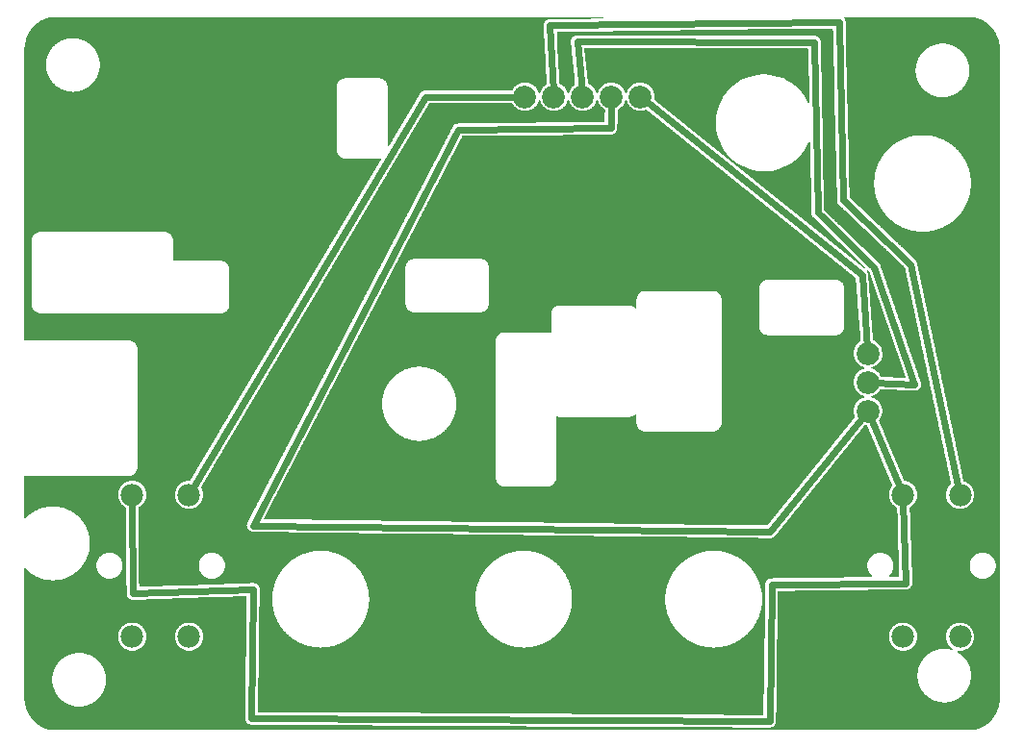
<source format=gbl>
G04 MADE WITH FRITZING*
G04 WWW.FRITZING.ORG*
G04 DOUBLE SIDED*
G04 HOLES PLATED*
G04 CONTOUR ON CENTER OF CONTOUR VECTOR*
%ASAXBY*%
%FSLAX23Y23*%
%MOIN*%
%OFA0B0*%
%SFA1.0B1.0*%
%ADD10C,0.075000*%
%ADD11C,0.078000*%
%ADD12C,0.079370*%
%ADD13C,0.024000*%
%ADD14C,0.000100*%
%ADD15R,0.001000X0.001000*%
%LNCOPPER0*%
G90*
G70*
G54D10*
X77Y510D03*
X1576Y2044D03*
X2645Y1928D03*
G54D11*
X3074Y354D03*
X3074Y846D03*
X3271Y354D03*
X3271Y846D03*
X404Y354D03*
X404Y846D03*
X600Y354D03*
X600Y846D03*
G54D12*
X2952Y1137D03*
X2952Y1237D03*
X2952Y1337D03*
X2164Y2227D03*
X2064Y2227D03*
X1964Y2227D03*
X1864Y2227D03*
X1764Y2227D03*
G54D13*
X406Y504D02*
X404Y827D01*
D02*
X3084Y540D02*
X2619Y535D01*
D02*
X822Y518D02*
X406Y504D01*
D02*
X2619Y535D02*
X2611Y61D01*
D02*
X2611Y61D02*
X817Y71D01*
D02*
X817Y71D02*
X822Y518D01*
D02*
X3074Y827D02*
X3084Y540D01*
D02*
X1420Y2226D02*
X610Y863D01*
D02*
X1745Y2227D02*
X1420Y2226D01*
D02*
X2180Y2215D02*
X2931Y1610D01*
D02*
X2931Y1610D02*
X2950Y1356D01*
D02*
X2974Y1635D02*
X3114Y1229D01*
D02*
X2778Y1824D02*
X2974Y1635D01*
D02*
X2767Y2416D02*
X2778Y1824D01*
D02*
X1945Y2418D02*
X2767Y2416D01*
D02*
X3114Y1229D02*
X2972Y1236D01*
D02*
X1962Y2247D02*
X1945Y2418D01*
D02*
X2061Y2118D02*
X1534Y2112D01*
D02*
X1534Y2112D02*
X822Y740D01*
D02*
X2064Y2207D02*
X2061Y2118D01*
D02*
X822Y740D02*
X2614Y718D01*
D02*
X2614Y718D02*
X2940Y1121D01*
D02*
X2960Y1118D02*
X3066Y864D01*
D02*
X2867Y1868D02*
X3100Y1646D01*
D02*
X2852Y2487D02*
X2867Y1868D01*
D02*
X3100Y1646D02*
X3267Y865D01*
D02*
X1850Y2474D02*
X2852Y2487D01*
D02*
X1863Y2247D02*
X1850Y2474D01*
G54D14*
G36*
X2952Y1625D02*
X2953Y1625D01*
X2955Y1623D01*
X2955Y1622D01*
X3082Y1256D01*
X3082Y1255D01*
X3081Y1254D01*
X3081Y1253D01*
X3080Y1253D01*
X3079Y1253D01*
X2998Y1257D01*
X2997Y1257D01*
X2997Y1257D01*
X2993Y1264D01*
X2992Y1265D01*
X2988Y1271D01*
X2986Y1273D01*
X2980Y1278D01*
X2979Y1278D01*
X2971Y1282D01*
X2965Y1284D01*
X2964Y1285D01*
X2964Y1286D01*
X2963Y1287D01*
X2963Y1287D01*
X2964Y1288D01*
X2964Y1289D01*
X2965Y1289D01*
X2971Y1291D01*
X2972Y1291D01*
X2980Y1296D01*
X2987Y1301D01*
X2988Y1302D01*
X2993Y1309D01*
X2998Y1317D01*
X3001Y1327D01*
X3001Y1332D01*
X3002Y1336D01*
X3002Y1337D01*
X3001Y1342D01*
X3000Y1347D01*
X2998Y1356D01*
X2993Y1364D01*
X2992Y1365D01*
X2987Y1372D01*
X2986Y1373D01*
X2980Y1378D01*
X2979Y1378D01*
X2971Y1382D01*
X2971Y1383D01*
X2970Y1384D01*
X2970Y1384D01*
X2953Y1612D01*
X2952Y1615D01*
X2951Y1617D01*
X2950Y1620D01*
X2949Y1622D01*
X2949Y1622D01*
X2949Y1623D01*
X2950Y1624D01*
X2950Y1624D01*
X2951Y1625D01*
X2951Y1625D01*
X2952Y1625D01*
D02*
G37*
D02*
G36*
X2952Y1625D02*
X2953Y1625D01*
X2955Y1623D01*
X2955Y1622D01*
X3082Y1256D01*
X3082Y1255D01*
X3081Y1254D01*
X3081Y1253D01*
X3080Y1253D01*
X3079Y1253D01*
X2998Y1257D01*
X2997Y1257D01*
X2997Y1257D01*
X2993Y1264D01*
X2992Y1265D01*
X2988Y1271D01*
X2986Y1273D01*
X2980Y1278D01*
X2979Y1278D01*
X2971Y1282D01*
X2965Y1284D01*
X2964Y1285D01*
X2964Y1286D01*
X2963Y1287D01*
X2963Y1287D01*
X2964Y1288D01*
X2964Y1289D01*
X2965Y1289D01*
X2971Y1291D01*
X2972Y1291D01*
X2980Y1296D01*
X2987Y1301D01*
X2988Y1302D01*
X2993Y1309D01*
X2998Y1317D01*
X3001Y1327D01*
X3001Y1332D01*
X3002Y1336D01*
X3002Y1337D01*
X3001Y1342D01*
X3000Y1347D01*
X2998Y1356D01*
X2993Y1364D01*
X2992Y1365D01*
X2987Y1372D01*
X2986Y1373D01*
X2980Y1378D01*
X2979Y1378D01*
X2971Y1382D01*
X2971Y1383D01*
X2970Y1384D01*
X2970Y1384D01*
X2953Y1612D01*
X2952Y1615D01*
X2951Y1617D01*
X2950Y1620D01*
X2949Y1622D01*
X2949Y1622D01*
X2949Y1623D01*
X2950Y1624D01*
X2950Y1624D01*
X2951Y1625D01*
X2951Y1625D01*
X2952Y1625D01*
D02*
G37*
D02*
G36*
X2743Y2394D02*
X2744Y2394D01*
X2745Y2393D01*
X2745Y2393D01*
X2745Y2392D01*
X2749Y2209D01*
X2748Y2208D01*
X2748Y2207D01*
X2747Y2207D01*
X2746Y2207D01*
X2745Y2207D01*
X2745Y2207D01*
X2744Y2207D01*
X2744Y2208D01*
X2740Y2216D01*
X2732Y2230D01*
X2722Y2242D01*
X2711Y2254D01*
X2699Y2266D01*
X2687Y2275D01*
X2673Y2283D01*
X2658Y2291D01*
X2642Y2296D01*
X2627Y2300D01*
X2617Y2302D01*
X2609Y2303D01*
X2600Y2304D01*
X2593Y2304D01*
X2583Y2304D01*
X2575Y2303D01*
X2566Y2302D01*
X2557Y2300D01*
X2542Y2296D01*
X2528Y2291D01*
X2512Y2284D01*
X2498Y2275D01*
X2486Y2266D01*
X2474Y2255D01*
X2463Y2243D01*
X2454Y2231D01*
X2445Y2217D01*
X2438Y2201D01*
X2432Y2186D01*
X2428Y2171D01*
X2428Y2169D01*
X2427Y2161D01*
X2426Y2152D01*
X2425Y2144D01*
X2425Y2135D01*
X2425Y2127D01*
X2426Y2118D01*
X2427Y2110D01*
X2428Y2103D01*
X2428Y2101D01*
X2432Y2086D01*
X2438Y2071D01*
X2445Y2056D01*
X2453Y2043D01*
X2463Y2029D01*
X2473Y2018D01*
X2486Y2006D01*
X2498Y1997D01*
X2512Y1989D01*
X2528Y1981D01*
X2543Y1976D01*
X2558Y1972D01*
X2560Y1972D01*
X2568Y1970D01*
X2576Y1969D01*
X2585Y1969D01*
X2593Y1968D01*
X2602Y1969D01*
X2610Y1969D01*
X2619Y1970D01*
X2628Y1972D01*
X2642Y1976D01*
X2657Y1981D01*
X2673Y1989D01*
X2687Y1997D01*
X2699Y2006D01*
X2711Y2017D01*
X2722Y2029D01*
X2731Y2042D01*
X2740Y2056D01*
X2747Y2070D01*
X2747Y2070D01*
X2748Y2071D01*
X2748Y2071D01*
X2749Y2071D01*
X2750Y2071D01*
X2751Y2070D01*
X2751Y2069D01*
X2751Y2069D01*
X2756Y1822D01*
X2756Y1819D01*
X2757Y1817D01*
X2758Y1814D01*
X2759Y1812D01*
X2762Y1809D01*
X2942Y1635D01*
X2942Y1635D01*
X2942Y1634D01*
X2942Y1633D01*
X2942Y1632D01*
X2941Y1632D01*
X2940Y1631D01*
X2940Y1631D01*
X2939Y1632D01*
X2938Y1632D01*
X2213Y2215D01*
X2213Y2216D01*
X2213Y2217D01*
X2213Y2218D01*
X2214Y2222D01*
X2214Y2226D01*
X2214Y2228D01*
X2214Y2232D01*
X2213Y2237D01*
X2210Y2246D01*
X2209Y2247D01*
X2205Y2255D01*
X2199Y2262D01*
X2199Y2263D01*
X2192Y2268D01*
X2184Y2273D01*
X2183Y2273D01*
X2174Y2275D01*
X2169Y2276D01*
X2165Y2277D01*
X2164Y2277D01*
X2159Y2276D01*
X2154Y2275D01*
X2146Y2273D01*
X2144Y2272D01*
X2136Y2268D01*
X2129Y2262D01*
X2128Y2261D01*
X2123Y2255D01*
X2119Y2246D01*
X2116Y2240D01*
X2116Y2239D01*
X2115Y2239D01*
X2114Y2238D01*
X2113Y2238D01*
X2113Y2239D01*
X2112Y2239D01*
X2112Y2240D01*
X2110Y2246D01*
X2105Y2255D01*
X2099Y2262D01*
X2099Y2263D01*
X2092Y2268D01*
X2084Y2273D01*
X2083Y2273D01*
X2074Y2275D01*
X2069Y2276D01*
X2065Y2277D01*
X2064Y2277D01*
X2059Y2276D01*
X2054Y2275D01*
X2046Y2273D01*
X2044Y2272D01*
X2036Y2268D01*
X2029Y2262D01*
X2028Y2261D01*
X2023Y2255D01*
X2019Y2246D01*
X2016Y2240D01*
X2016Y2239D01*
X2015Y2239D01*
X2014Y2238D01*
X2013Y2238D01*
X2013Y2239D01*
X2012Y2239D01*
X2012Y2240D01*
X2010Y2246D01*
X2005Y2255D01*
X1999Y2262D01*
X1999Y2263D01*
X1992Y2268D01*
X1984Y2273D01*
X1983Y2273D01*
X1982Y2273D01*
X1982Y2274D01*
X1981Y2275D01*
X1969Y2394D01*
X1970Y2395D01*
X1970Y2395D01*
X1971Y2396D01*
X1972Y2396D01*
X2743Y2394D01*
D02*
G37*
D02*
G54D15*
X126Y2502D02*
X2034Y2502D01*
X2871Y2502D02*
X3314Y2502D01*
X119Y2501D02*
X2034Y2501D01*
X2871Y2501D02*
X3321Y2501D01*
X114Y2500D02*
X2035Y2500D01*
X2870Y2500D02*
X3326Y2500D01*
X110Y2499D02*
X2034Y2499D01*
X2871Y2499D02*
X3330Y2499D01*
X107Y2498D02*
X2034Y2498D01*
X2871Y2498D02*
X3333Y2498D01*
X104Y2497D02*
X1993Y2497D01*
X2872Y2497D02*
X3336Y2497D01*
X101Y2496D02*
X1915Y2496D01*
X2872Y2496D02*
X3339Y2496D01*
X99Y2495D02*
X1848Y2495D01*
X2873Y2495D02*
X3341Y2495D01*
X96Y2494D02*
X1843Y2494D01*
X2873Y2494D02*
X3344Y2494D01*
X94Y2493D02*
X1841Y2493D01*
X2874Y2493D02*
X3346Y2493D01*
X92Y2492D02*
X1839Y2492D01*
X2874Y2492D02*
X3348Y2492D01*
X90Y2491D02*
X1837Y2491D01*
X2874Y2491D02*
X3350Y2491D01*
X88Y2490D02*
X1836Y2490D01*
X2874Y2490D02*
X3352Y2490D01*
X86Y2489D02*
X1835Y2489D01*
X2874Y2489D02*
X3353Y2489D01*
X85Y2488D02*
X1834Y2488D01*
X2875Y2488D02*
X3355Y2488D01*
X83Y2487D02*
X1833Y2487D01*
X2875Y2487D02*
X3357Y2487D01*
X82Y2486D02*
X1832Y2486D01*
X2875Y2486D02*
X3358Y2486D01*
X80Y2485D02*
X1831Y2485D01*
X2875Y2485D02*
X3360Y2485D01*
X79Y2484D02*
X1831Y2484D01*
X2875Y2484D02*
X3361Y2484D01*
X77Y2483D02*
X1830Y2483D01*
X2875Y2483D02*
X3363Y2483D01*
X76Y2482D02*
X1830Y2482D01*
X2875Y2482D02*
X3364Y2482D01*
X75Y2481D02*
X1829Y2481D01*
X2875Y2481D02*
X3365Y2481D01*
X74Y2480D02*
X1829Y2480D01*
X2875Y2480D02*
X3366Y2480D01*
X72Y2479D02*
X1829Y2479D01*
X2875Y2479D02*
X3368Y2479D01*
X71Y2478D02*
X1829Y2478D01*
X2875Y2478D02*
X3369Y2478D01*
X70Y2477D02*
X1828Y2477D01*
X2875Y2477D02*
X3370Y2477D01*
X69Y2476D02*
X1828Y2476D01*
X2875Y2476D02*
X3371Y2476D01*
X68Y2475D02*
X1828Y2475D01*
X2875Y2475D02*
X3372Y2475D01*
X67Y2474D02*
X1828Y2474D01*
X2875Y2474D02*
X3373Y2474D01*
X66Y2473D02*
X1828Y2473D01*
X2875Y2473D02*
X3374Y2473D01*
X65Y2472D02*
X1828Y2472D01*
X2875Y2472D02*
X3375Y2472D01*
X64Y2471D02*
X1828Y2471D01*
X2875Y2471D02*
X3376Y2471D01*
X63Y2470D02*
X1828Y2470D01*
X2875Y2470D02*
X3377Y2470D01*
X62Y2469D02*
X1828Y2469D01*
X2875Y2469D02*
X3378Y2469D01*
X61Y2468D02*
X1828Y2468D01*
X2875Y2468D02*
X3379Y2468D01*
X60Y2467D02*
X1828Y2467D01*
X2875Y2467D02*
X3380Y2467D01*
X59Y2466D02*
X1828Y2466D01*
X2875Y2466D02*
X3381Y2466D01*
X58Y2465D02*
X1828Y2465D01*
X2875Y2465D02*
X3382Y2465D01*
X57Y2464D02*
X1828Y2464D01*
X2875Y2464D02*
X3382Y2464D01*
X57Y2463D02*
X1829Y2463D01*
X2769Y2463D02*
X2830Y2463D01*
X2875Y2463D02*
X3383Y2463D01*
X56Y2462D02*
X1829Y2462D01*
X2692Y2462D02*
X2830Y2462D01*
X2875Y2462D02*
X3384Y2462D01*
X55Y2461D02*
X1829Y2461D01*
X2614Y2461D02*
X2830Y2461D01*
X2875Y2461D02*
X3385Y2461D01*
X54Y2460D02*
X1829Y2460D01*
X2536Y2460D02*
X2830Y2460D01*
X2875Y2460D02*
X3386Y2460D01*
X54Y2459D02*
X1829Y2459D01*
X2459Y2459D02*
X2830Y2459D01*
X2875Y2459D02*
X3386Y2459D01*
X53Y2458D02*
X1829Y2458D01*
X2381Y2458D02*
X2830Y2458D01*
X2875Y2458D02*
X3387Y2458D01*
X52Y2457D02*
X1829Y2457D01*
X2303Y2457D02*
X2830Y2457D01*
X2875Y2457D02*
X3388Y2457D01*
X52Y2456D02*
X1829Y2456D01*
X2226Y2456D02*
X2830Y2456D01*
X2875Y2456D02*
X3388Y2456D01*
X51Y2455D02*
X1829Y2455D01*
X2148Y2455D02*
X2831Y2455D01*
X2875Y2455D02*
X3389Y2455D01*
X50Y2454D02*
X1829Y2454D01*
X2070Y2454D02*
X2831Y2454D01*
X2875Y2454D02*
X3390Y2454D01*
X49Y2453D02*
X1829Y2453D01*
X1993Y2453D02*
X2831Y2453D01*
X2876Y2453D02*
X3390Y2453D01*
X49Y2452D02*
X1829Y2452D01*
X1915Y2452D02*
X2831Y2452D01*
X2876Y2452D02*
X3391Y2452D01*
X48Y2451D02*
X1829Y2451D01*
X1875Y2451D02*
X2831Y2451D01*
X2876Y2451D02*
X3392Y2451D01*
X48Y2450D02*
X1829Y2450D01*
X1875Y2450D02*
X2831Y2450D01*
X2876Y2450D02*
X3392Y2450D01*
X47Y2449D02*
X1829Y2449D01*
X1874Y2449D02*
X2831Y2449D01*
X2876Y2449D02*
X3393Y2449D01*
X47Y2448D02*
X1829Y2448D01*
X1874Y2448D02*
X2831Y2448D01*
X2876Y2448D02*
X3393Y2448D01*
X46Y2447D02*
X1829Y2447D01*
X1875Y2447D02*
X2831Y2447D01*
X2876Y2447D02*
X3394Y2447D01*
X46Y2446D02*
X1829Y2446D01*
X1875Y2446D02*
X2831Y2446D01*
X2876Y2446D02*
X3394Y2446D01*
X45Y2445D02*
X1830Y2445D01*
X1875Y2445D02*
X2831Y2445D01*
X2876Y2445D02*
X3395Y2445D01*
X44Y2444D02*
X1830Y2444D01*
X1875Y2444D02*
X2831Y2444D01*
X2876Y2444D02*
X3396Y2444D01*
X44Y2443D02*
X1830Y2443D01*
X1875Y2443D02*
X2831Y2443D01*
X2876Y2443D02*
X3396Y2443D01*
X43Y2442D02*
X1830Y2442D01*
X1875Y2442D02*
X2831Y2442D01*
X2876Y2442D02*
X3397Y2442D01*
X43Y2441D02*
X1830Y2441D01*
X1875Y2441D02*
X2831Y2441D01*
X2876Y2441D02*
X3397Y2441D01*
X43Y2440D02*
X1830Y2440D01*
X1875Y2440D02*
X2831Y2440D01*
X2876Y2440D02*
X3397Y2440D01*
X42Y2439D02*
X1830Y2439D01*
X1875Y2439D02*
X1939Y2439D01*
X2207Y2439D02*
X2831Y2439D01*
X2876Y2439D02*
X3398Y2439D01*
X42Y2438D02*
X1830Y2438D01*
X1875Y2438D02*
X1936Y2438D01*
X2650Y2438D02*
X2831Y2438D01*
X2876Y2438D02*
X3398Y2438D01*
X41Y2437D02*
X1830Y2437D01*
X1875Y2437D02*
X1934Y2437D01*
X2773Y2437D02*
X2831Y2437D01*
X2876Y2437D02*
X3399Y2437D01*
X41Y2436D02*
X1830Y2436D01*
X1875Y2436D02*
X1932Y2436D01*
X2776Y2436D02*
X2831Y2436D01*
X2876Y2436D02*
X3399Y2436D01*
X40Y2435D02*
X1830Y2435D01*
X1875Y2435D02*
X1931Y2435D01*
X2778Y2435D02*
X2831Y2435D01*
X2876Y2435D02*
X3400Y2435D01*
X40Y2434D02*
X1830Y2434D01*
X1875Y2434D02*
X1930Y2434D01*
X2780Y2434D02*
X2831Y2434D01*
X2876Y2434D02*
X3400Y2434D01*
X39Y2433D02*
X1830Y2433D01*
X1875Y2433D02*
X1929Y2433D01*
X2781Y2433D02*
X2831Y2433D01*
X2876Y2433D02*
X3400Y2433D01*
X39Y2432D02*
X1830Y2432D01*
X1875Y2432D02*
X1928Y2432D01*
X2782Y2432D02*
X2831Y2432D01*
X2876Y2432D02*
X3401Y2432D01*
X39Y2431D02*
X1830Y2431D01*
X1875Y2431D02*
X1927Y2431D01*
X2783Y2431D02*
X2831Y2431D01*
X2876Y2431D02*
X3401Y2431D01*
X38Y2430D02*
X1830Y2430D01*
X1875Y2430D02*
X1926Y2430D01*
X2784Y2430D02*
X2831Y2430D01*
X2876Y2430D02*
X3402Y2430D01*
X38Y2429D02*
X187Y2429D01*
X210Y2429D02*
X1830Y2429D01*
X1876Y2429D02*
X1926Y2429D01*
X2785Y2429D02*
X2831Y2429D01*
X2876Y2429D02*
X3402Y2429D01*
X38Y2428D02*
X181Y2428D01*
X217Y2428D02*
X1831Y2428D01*
X1876Y2428D02*
X1925Y2428D01*
X2786Y2428D02*
X2831Y2428D01*
X2876Y2428D02*
X3402Y2428D01*
X37Y2427D02*
X176Y2427D01*
X221Y2427D02*
X1831Y2427D01*
X1876Y2427D02*
X1925Y2427D01*
X2786Y2427D02*
X2831Y2427D01*
X2876Y2427D02*
X3403Y2427D01*
X37Y2426D02*
X172Y2426D01*
X225Y2426D02*
X1831Y2426D01*
X1876Y2426D02*
X1924Y2426D01*
X2787Y2426D02*
X2831Y2426D01*
X2876Y2426D02*
X3403Y2426D01*
X37Y2425D02*
X169Y2425D01*
X228Y2425D02*
X1831Y2425D01*
X1876Y2425D02*
X1924Y2425D01*
X2787Y2425D02*
X2831Y2425D01*
X2876Y2425D02*
X3403Y2425D01*
X36Y2424D02*
X166Y2424D01*
X231Y2424D02*
X1831Y2424D01*
X1876Y2424D02*
X1923Y2424D01*
X2788Y2424D02*
X2831Y2424D01*
X2876Y2424D02*
X3404Y2424D01*
X36Y2423D02*
X164Y2423D01*
X234Y2423D02*
X1831Y2423D01*
X1876Y2423D02*
X1923Y2423D01*
X2788Y2423D02*
X2831Y2423D01*
X2876Y2423D02*
X3404Y2423D01*
X36Y2422D02*
X161Y2422D01*
X236Y2422D02*
X1831Y2422D01*
X1876Y2422D02*
X1923Y2422D01*
X2789Y2422D02*
X2831Y2422D01*
X2876Y2422D02*
X3404Y2422D01*
X35Y2421D02*
X159Y2421D01*
X238Y2421D02*
X1831Y2421D01*
X1876Y2421D02*
X1923Y2421D01*
X2789Y2421D02*
X2831Y2421D01*
X2876Y2421D02*
X3404Y2421D01*
X35Y2420D02*
X157Y2420D01*
X240Y2420D02*
X1831Y2420D01*
X1876Y2420D02*
X1923Y2420D01*
X2789Y2420D02*
X2831Y2420D01*
X2876Y2420D02*
X3405Y2420D01*
X35Y2419D02*
X155Y2419D01*
X242Y2419D02*
X1831Y2419D01*
X1876Y2419D02*
X1923Y2419D01*
X2789Y2419D02*
X2831Y2419D01*
X2876Y2419D02*
X3405Y2419D01*
X35Y2418D02*
X153Y2418D01*
X244Y2418D02*
X1831Y2418D01*
X1876Y2418D02*
X1922Y2418D01*
X2789Y2418D02*
X2831Y2418D01*
X2876Y2418D02*
X3405Y2418D01*
X35Y2417D02*
X151Y2417D01*
X246Y2417D02*
X1831Y2417D01*
X1876Y2417D02*
X1922Y2417D01*
X2789Y2417D02*
X2831Y2417D01*
X2876Y2417D02*
X3405Y2417D01*
X34Y2416D02*
X150Y2416D01*
X247Y2416D02*
X1831Y2416D01*
X1876Y2416D02*
X1923Y2416D01*
X2790Y2416D02*
X2831Y2416D01*
X2876Y2416D02*
X3406Y2416D01*
X34Y2415D02*
X148Y2415D01*
X249Y2415D02*
X1831Y2415D01*
X1876Y2415D02*
X1923Y2415D01*
X2790Y2415D02*
X2831Y2415D01*
X2876Y2415D02*
X3406Y2415D01*
X34Y2414D02*
X146Y2414D01*
X251Y2414D02*
X1831Y2414D01*
X1876Y2414D02*
X1923Y2414D01*
X2790Y2414D02*
X2831Y2414D01*
X2876Y2414D02*
X3406Y2414D01*
X34Y2413D02*
X145Y2413D01*
X252Y2413D02*
X1831Y2413D01*
X1876Y2413D02*
X1923Y2413D01*
X2790Y2413D02*
X2832Y2413D01*
X2876Y2413D02*
X3406Y2413D01*
X33Y2412D02*
X144Y2412D01*
X254Y2412D02*
X1831Y2412D01*
X1876Y2412D02*
X1923Y2412D01*
X2790Y2412D02*
X2832Y2412D01*
X2876Y2412D02*
X3407Y2412D01*
X33Y2411D02*
X142Y2411D01*
X255Y2411D02*
X1831Y2411D01*
X1877Y2411D02*
X1923Y2411D01*
X2790Y2411D02*
X2832Y2411D01*
X2877Y2411D02*
X3407Y2411D01*
X33Y2410D02*
X141Y2410D01*
X256Y2410D02*
X1832Y2410D01*
X1877Y2410D02*
X1923Y2410D01*
X2790Y2410D02*
X2832Y2410D01*
X2877Y2410D02*
X3199Y2410D01*
X3222Y2410D02*
X3407Y2410D01*
X33Y2409D02*
X140Y2409D01*
X258Y2409D02*
X1832Y2409D01*
X1877Y2409D02*
X1923Y2409D01*
X2790Y2409D02*
X2832Y2409D01*
X2877Y2409D02*
X3193Y2409D01*
X3228Y2409D02*
X3407Y2409D01*
X33Y2408D02*
X138Y2408D01*
X259Y2408D02*
X1832Y2408D01*
X1877Y2408D02*
X1923Y2408D01*
X2790Y2408D02*
X2832Y2408D01*
X2877Y2408D02*
X3188Y2408D01*
X3233Y2408D02*
X3407Y2408D01*
X32Y2407D02*
X137Y2407D01*
X260Y2407D02*
X1832Y2407D01*
X1877Y2407D02*
X1923Y2407D01*
X2790Y2407D02*
X2832Y2407D01*
X2877Y2407D02*
X3184Y2407D01*
X3237Y2407D02*
X3408Y2407D01*
X32Y2406D02*
X136Y2406D01*
X261Y2406D02*
X1832Y2406D01*
X1877Y2406D02*
X1924Y2406D01*
X2790Y2406D02*
X2832Y2406D01*
X2877Y2406D02*
X3181Y2406D01*
X3240Y2406D02*
X3408Y2406D01*
X32Y2405D02*
X135Y2405D01*
X262Y2405D02*
X1832Y2405D01*
X1877Y2405D02*
X1924Y2405D01*
X2790Y2405D02*
X2832Y2405D01*
X2877Y2405D02*
X3178Y2405D01*
X3243Y2405D02*
X3408Y2405D01*
X32Y2404D02*
X134Y2404D01*
X263Y2404D02*
X1832Y2404D01*
X1877Y2404D02*
X1924Y2404D01*
X2790Y2404D02*
X2832Y2404D01*
X2877Y2404D02*
X3176Y2404D01*
X3246Y2404D02*
X3408Y2404D01*
X32Y2403D02*
X133Y2403D01*
X264Y2403D02*
X1832Y2403D01*
X1877Y2403D02*
X1924Y2403D01*
X2790Y2403D02*
X2832Y2403D01*
X2877Y2403D02*
X3173Y2403D01*
X3248Y2403D02*
X3408Y2403D01*
X32Y2402D02*
X132Y2402D01*
X265Y2402D02*
X1832Y2402D01*
X1877Y2402D02*
X1924Y2402D01*
X2790Y2402D02*
X2832Y2402D01*
X2877Y2402D02*
X3171Y2402D01*
X3250Y2402D02*
X3408Y2402D01*
X32Y2401D02*
X131Y2401D01*
X266Y2401D02*
X1832Y2401D01*
X1877Y2401D02*
X1924Y2401D01*
X2790Y2401D02*
X2832Y2401D01*
X2877Y2401D02*
X3169Y2401D01*
X3252Y2401D02*
X3408Y2401D01*
X32Y2400D02*
X130Y2400D01*
X267Y2400D02*
X1832Y2400D01*
X1877Y2400D02*
X1924Y2400D01*
X2790Y2400D02*
X2832Y2400D01*
X2877Y2400D02*
X3167Y2400D01*
X3254Y2400D02*
X3408Y2400D01*
X31Y2399D02*
X129Y2399D01*
X268Y2399D02*
X1832Y2399D01*
X1877Y2399D02*
X1924Y2399D01*
X2790Y2399D02*
X2832Y2399D01*
X2877Y2399D02*
X3165Y2399D01*
X3256Y2399D02*
X3408Y2399D01*
X31Y2398D02*
X128Y2398D01*
X269Y2398D02*
X1832Y2398D01*
X1877Y2398D02*
X1924Y2398D01*
X2790Y2398D02*
X2832Y2398D01*
X2877Y2398D02*
X3163Y2398D01*
X3258Y2398D02*
X3409Y2398D01*
X31Y2397D02*
X127Y2397D01*
X270Y2397D02*
X1832Y2397D01*
X1877Y2397D02*
X1924Y2397D01*
X2790Y2397D02*
X2832Y2397D01*
X2877Y2397D02*
X3162Y2397D01*
X3259Y2397D02*
X3409Y2397D01*
X31Y2396D02*
X127Y2396D01*
X271Y2396D02*
X1832Y2396D01*
X1877Y2396D02*
X1925Y2396D01*
X2790Y2396D02*
X2832Y2396D01*
X2877Y2396D02*
X3160Y2396D01*
X3261Y2396D02*
X3409Y2396D01*
X31Y2395D02*
X126Y2395D01*
X271Y2395D02*
X1832Y2395D01*
X1877Y2395D02*
X1925Y2395D01*
X2790Y2395D02*
X2832Y2395D01*
X2877Y2395D02*
X3158Y2395D01*
X3263Y2395D02*
X3409Y2395D01*
X31Y2394D02*
X125Y2394D01*
X272Y2394D02*
X1832Y2394D01*
X1878Y2394D02*
X1925Y2394D01*
X2790Y2394D02*
X2832Y2394D01*
X2877Y2394D02*
X3157Y2394D01*
X3264Y2394D02*
X3409Y2394D01*
X31Y2393D02*
X124Y2393D01*
X273Y2393D02*
X1832Y2393D01*
X1878Y2393D02*
X1925Y2393D01*
X2790Y2393D02*
X2832Y2393D01*
X2877Y2393D02*
X3156Y2393D01*
X3265Y2393D02*
X3409Y2393D01*
X31Y2392D02*
X123Y2392D01*
X274Y2392D02*
X1833Y2392D01*
X1878Y2392D02*
X1925Y2392D01*
X2790Y2392D02*
X2832Y2392D01*
X2877Y2392D02*
X3154Y2392D01*
X3267Y2392D02*
X3409Y2392D01*
X31Y2391D02*
X123Y2391D01*
X274Y2391D02*
X1833Y2391D01*
X1878Y2391D02*
X1925Y2391D01*
X2790Y2391D02*
X2832Y2391D01*
X2877Y2391D02*
X3153Y2391D01*
X3268Y2391D02*
X3409Y2391D01*
X31Y2390D02*
X122Y2390D01*
X275Y2390D02*
X1833Y2390D01*
X1878Y2390D02*
X1925Y2390D01*
X2790Y2390D02*
X2832Y2390D01*
X2877Y2390D02*
X3152Y2390D01*
X3269Y2390D02*
X3409Y2390D01*
X31Y2389D02*
X121Y2389D01*
X276Y2389D02*
X1833Y2389D01*
X1878Y2389D02*
X1925Y2389D01*
X2790Y2389D02*
X2832Y2389D01*
X2877Y2389D02*
X3150Y2389D01*
X3271Y2389D02*
X3409Y2389D01*
X31Y2388D02*
X121Y2388D01*
X277Y2388D02*
X1833Y2388D01*
X1878Y2388D02*
X1925Y2388D01*
X2790Y2388D02*
X2832Y2388D01*
X2877Y2388D02*
X3149Y2388D01*
X3272Y2388D02*
X3409Y2388D01*
X31Y2387D02*
X120Y2387D01*
X277Y2387D02*
X1833Y2387D01*
X1878Y2387D02*
X1925Y2387D01*
X2790Y2387D02*
X2832Y2387D01*
X2877Y2387D02*
X3148Y2387D01*
X3273Y2387D02*
X3409Y2387D01*
X31Y2386D02*
X119Y2386D01*
X278Y2386D02*
X1833Y2386D01*
X1878Y2386D02*
X1926Y2386D01*
X2790Y2386D02*
X2832Y2386D01*
X2877Y2386D02*
X3147Y2386D01*
X3274Y2386D02*
X3409Y2386D01*
X31Y2385D02*
X119Y2385D01*
X278Y2385D02*
X1833Y2385D01*
X1878Y2385D02*
X1926Y2385D01*
X2790Y2385D02*
X2832Y2385D01*
X2877Y2385D02*
X3146Y2385D01*
X3275Y2385D02*
X3409Y2385D01*
X31Y2384D02*
X118Y2384D01*
X279Y2384D02*
X1833Y2384D01*
X1878Y2384D02*
X1926Y2384D01*
X2790Y2384D02*
X2832Y2384D01*
X2877Y2384D02*
X3145Y2384D01*
X3276Y2384D02*
X3409Y2384D01*
X31Y2383D02*
X118Y2383D01*
X280Y2383D02*
X1833Y2383D01*
X1878Y2383D02*
X1926Y2383D01*
X2790Y2383D02*
X2832Y2383D01*
X2877Y2383D02*
X3144Y2383D01*
X3277Y2383D02*
X3409Y2383D01*
X31Y2382D02*
X117Y2382D01*
X280Y2382D02*
X1833Y2382D01*
X1878Y2382D02*
X1926Y2382D01*
X2790Y2382D02*
X2832Y2382D01*
X2877Y2382D02*
X3143Y2382D01*
X3278Y2382D02*
X3409Y2382D01*
X31Y2381D02*
X116Y2381D01*
X281Y2381D02*
X1833Y2381D01*
X1878Y2381D02*
X1926Y2381D01*
X2790Y2381D02*
X2832Y2381D01*
X2877Y2381D02*
X3142Y2381D01*
X3279Y2381D02*
X3409Y2381D01*
X31Y2380D02*
X116Y2380D01*
X281Y2380D02*
X1833Y2380D01*
X1878Y2380D02*
X1926Y2380D01*
X2790Y2380D02*
X2832Y2380D01*
X2877Y2380D02*
X3141Y2380D01*
X3280Y2380D02*
X3409Y2380D01*
X31Y2379D02*
X115Y2379D01*
X282Y2379D02*
X1833Y2379D01*
X1878Y2379D02*
X1926Y2379D01*
X2790Y2379D02*
X2832Y2379D01*
X2877Y2379D02*
X3140Y2379D01*
X3281Y2379D02*
X3409Y2379D01*
X31Y2378D02*
X115Y2378D01*
X282Y2378D02*
X1833Y2378D01*
X1878Y2378D02*
X1926Y2378D01*
X2790Y2378D02*
X2832Y2378D01*
X2877Y2378D02*
X3139Y2378D01*
X3282Y2378D02*
X3409Y2378D01*
X31Y2377D02*
X114Y2377D01*
X283Y2377D02*
X1833Y2377D01*
X1878Y2377D02*
X1926Y2377D01*
X2790Y2377D02*
X2832Y2377D01*
X2877Y2377D02*
X3138Y2377D01*
X3283Y2377D02*
X3409Y2377D01*
X31Y2376D02*
X114Y2376D01*
X283Y2376D02*
X1833Y2376D01*
X1879Y2376D02*
X1927Y2376D01*
X2790Y2376D02*
X2832Y2376D01*
X2877Y2376D02*
X3138Y2376D01*
X3283Y2376D02*
X3409Y2376D01*
X31Y2375D02*
X113Y2375D01*
X284Y2375D02*
X1834Y2375D01*
X1879Y2375D02*
X1927Y2375D01*
X2790Y2375D02*
X2832Y2375D01*
X2877Y2375D02*
X3137Y2375D01*
X3284Y2375D02*
X3409Y2375D01*
X31Y2374D02*
X113Y2374D01*
X284Y2374D02*
X1834Y2374D01*
X1879Y2374D02*
X1927Y2374D01*
X2790Y2374D02*
X2832Y2374D01*
X2877Y2374D02*
X3136Y2374D01*
X3285Y2374D02*
X3409Y2374D01*
X31Y2373D02*
X113Y2373D01*
X285Y2373D02*
X1834Y2373D01*
X1879Y2373D02*
X1927Y2373D01*
X2790Y2373D02*
X2832Y2373D01*
X2877Y2373D02*
X3135Y2373D01*
X3286Y2373D02*
X3409Y2373D01*
X31Y2372D02*
X112Y2372D01*
X285Y2372D02*
X1834Y2372D01*
X1879Y2372D02*
X1927Y2372D01*
X2790Y2372D02*
X2832Y2372D01*
X2877Y2372D02*
X3135Y2372D01*
X3286Y2372D02*
X3409Y2372D01*
X31Y2371D02*
X112Y2371D01*
X285Y2371D02*
X1834Y2371D01*
X1879Y2371D02*
X1927Y2371D01*
X2790Y2371D02*
X2833Y2371D01*
X2877Y2371D02*
X3134Y2371D01*
X3287Y2371D02*
X3409Y2371D01*
X31Y2370D02*
X111Y2370D01*
X286Y2370D02*
X1834Y2370D01*
X1879Y2370D02*
X1927Y2370D01*
X2790Y2370D02*
X2833Y2370D01*
X2877Y2370D02*
X3133Y2370D01*
X3288Y2370D02*
X3409Y2370D01*
X31Y2369D02*
X111Y2369D01*
X286Y2369D02*
X1834Y2369D01*
X1879Y2369D02*
X1927Y2369D01*
X2790Y2369D02*
X2833Y2369D01*
X2878Y2369D02*
X3132Y2369D01*
X3288Y2369D02*
X3409Y2369D01*
X31Y2368D02*
X111Y2368D01*
X287Y2368D02*
X1834Y2368D01*
X1879Y2368D02*
X1927Y2368D01*
X2790Y2368D02*
X2833Y2368D01*
X2878Y2368D02*
X3132Y2368D01*
X3289Y2368D02*
X3409Y2368D01*
X31Y2367D02*
X110Y2367D01*
X287Y2367D02*
X1834Y2367D01*
X1879Y2367D02*
X1928Y2367D01*
X2790Y2367D02*
X2833Y2367D01*
X2878Y2367D02*
X3131Y2367D01*
X3290Y2367D02*
X3409Y2367D01*
X31Y2366D02*
X110Y2366D01*
X287Y2366D02*
X1834Y2366D01*
X1879Y2366D02*
X1928Y2366D01*
X2790Y2366D02*
X2833Y2366D01*
X2878Y2366D02*
X3131Y2366D01*
X3290Y2366D02*
X3409Y2366D01*
X31Y2365D02*
X110Y2365D01*
X288Y2365D02*
X1834Y2365D01*
X1879Y2365D02*
X1928Y2365D01*
X2790Y2365D02*
X2833Y2365D01*
X2878Y2365D02*
X3130Y2365D01*
X3291Y2365D02*
X3409Y2365D01*
X31Y2364D02*
X109Y2364D01*
X288Y2364D02*
X1834Y2364D01*
X1879Y2364D02*
X1928Y2364D01*
X2791Y2364D02*
X2833Y2364D01*
X2878Y2364D02*
X3129Y2364D01*
X3292Y2364D02*
X3409Y2364D01*
X31Y2363D02*
X109Y2363D01*
X288Y2363D02*
X1834Y2363D01*
X1879Y2363D02*
X1928Y2363D01*
X2791Y2363D02*
X2833Y2363D01*
X2878Y2363D02*
X3129Y2363D01*
X3292Y2363D02*
X3409Y2363D01*
X31Y2362D02*
X109Y2362D01*
X289Y2362D02*
X1834Y2362D01*
X1879Y2362D02*
X1928Y2362D01*
X2791Y2362D02*
X2833Y2362D01*
X2878Y2362D02*
X3128Y2362D01*
X3293Y2362D02*
X3409Y2362D01*
X31Y2361D02*
X108Y2361D01*
X289Y2361D02*
X1834Y2361D01*
X1879Y2361D02*
X1928Y2361D01*
X2791Y2361D02*
X2833Y2361D01*
X2878Y2361D02*
X3128Y2361D01*
X3293Y2361D02*
X3409Y2361D01*
X31Y2360D02*
X108Y2360D01*
X289Y2360D02*
X1834Y2360D01*
X1879Y2360D02*
X1928Y2360D01*
X2791Y2360D02*
X2833Y2360D01*
X2878Y2360D02*
X3127Y2360D01*
X3294Y2360D02*
X3409Y2360D01*
X31Y2359D02*
X108Y2359D01*
X289Y2359D02*
X1834Y2359D01*
X1880Y2359D02*
X1928Y2359D01*
X2791Y2359D02*
X2833Y2359D01*
X2878Y2359D02*
X3127Y2359D01*
X3294Y2359D02*
X3409Y2359D01*
X31Y2358D02*
X108Y2358D01*
X290Y2358D02*
X1834Y2358D01*
X1880Y2358D02*
X1928Y2358D01*
X2791Y2358D02*
X2833Y2358D01*
X2878Y2358D02*
X3126Y2358D01*
X3295Y2358D02*
X3409Y2358D01*
X31Y2357D02*
X107Y2357D01*
X290Y2357D02*
X1835Y2357D01*
X1880Y2357D02*
X1929Y2357D01*
X2791Y2357D02*
X2833Y2357D01*
X2878Y2357D02*
X3126Y2357D01*
X3295Y2357D02*
X3409Y2357D01*
X31Y2356D02*
X107Y2356D01*
X290Y2356D02*
X1835Y2356D01*
X1880Y2356D02*
X1929Y2356D01*
X2791Y2356D02*
X2833Y2356D01*
X2878Y2356D02*
X3125Y2356D01*
X3296Y2356D02*
X3409Y2356D01*
X31Y2355D02*
X107Y2355D01*
X290Y2355D02*
X1835Y2355D01*
X1880Y2355D02*
X1929Y2355D01*
X2791Y2355D02*
X2833Y2355D01*
X2878Y2355D02*
X3125Y2355D01*
X3296Y2355D02*
X3409Y2355D01*
X31Y2354D02*
X107Y2354D01*
X290Y2354D02*
X1835Y2354D01*
X1880Y2354D02*
X1929Y2354D01*
X2791Y2354D02*
X2833Y2354D01*
X2878Y2354D02*
X3124Y2354D01*
X3297Y2354D02*
X3409Y2354D01*
X31Y2353D02*
X107Y2353D01*
X291Y2353D02*
X1835Y2353D01*
X1880Y2353D02*
X1929Y2353D01*
X2791Y2353D02*
X2833Y2353D01*
X2878Y2353D02*
X3124Y2353D01*
X3297Y2353D02*
X3409Y2353D01*
X31Y2352D02*
X107Y2352D01*
X291Y2352D02*
X1835Y2352D01*
X1880Y2352D02*
X1929Y2352D01*
X2791Y2352D02*
X2833Y2352D01*
X2878Y2352D02*
X3124Y2352D01*
X3297Y2352D02*
X3409Y2352D01*
X31Y2351D02*
X106Y2351D01*
X291Y2351D02*
X1835Y2351D01*
X1880Y2351D02*
X1929Y2351D01*
X2791Y2351D02*
X2833Y2351D01*
X2878Y2351D02*
X3123Y2351D01*
X3298Y2351D02*
X3409Y2351D01*
X31Y2350D02*
X106Y2350D01*
X291Y2350D02*
X1835Y2350D01*
X1880Y2350D02*
X1929Y2350D01*
X2791Y2350D02*
X2833Y2350D01*
X2878Y2350D02*
X3123Y2350D01*
X3298Y2350D02*
X3409Y2350D01*
X31Y2349D02*
X106Y2349D01*
X291Y2349D02*
X1835Y2349D01*
X1880Y2349D02*
X1929Y2349D01*
X2791Y2349D02*
X2833Y2349D01*
X2878Y2349D02*
X3123Y2349D01*
X3298Y2349D02*
X3409Y2349D01*
X31Y2348D02*
X106Y2348D01*
X291Y2348D02*
X1835Y2348D01*
X1880Y2348D02*
X1929Y2348D01*
X2791Y2348D02*
X2833Y2348D01*
X2878Y2348D02*
X3122Y2348D01*
X3299Y2348D02*
X3409Y2348D01*
X31Y2347D02*
X106Y2347D01*
X292Y2347D02*
X1835Y2347D01*
X1880Y2347D02*
X1930Y2347D01*
X2791Y2347D02*
X2833Y2347D01*
X2878Y2347D02*
X3122Y2347D01*
X3299Y2347D02*
X3409Y2347D01*
X31Y2346D02*
X106Y2346D01*
X292Y2346D02*
X1835Y2346D01*
X1880Y2346D02*
X1930Y2346D01*
X2791Y2346D02*
X2833Y2346D01*
X2878Y2346D02*
X3121Y2346D01*
X3300Y2346D02*
X3409Y2346D01*
X31Y2345D02*
X106Y2345D01*
X292Y2345D02*
X1835Y2345D01*
X1880Y2345D02*
X1930Y2345D01*
X2791Y2345D02*
X2833Y2345D01*
X2878Y2345D02*
X3121Y2345D01*
X3300Y2345D02*
X3409Y2345D01*
X31Y2344D02*
X105Y2344D01*
X292Y2344D02*
X1835Y2344D01*
X1880Y2344D02*
X1930Y2344D01*
X2791Y2344D02*
X2833Y2344D01*
X2878Y2344D02*
X3121Y2344D01*
X3300Y2344D02*
X3409Y2344D01*
X31Y2343D02*
X105Y2343D01*
X292Y2343D02*
X1835Y2343D01*
X1880Y2343D02*
X1930Y2343D01*
X2791Y2343D02*
X2833Y2343D01*
X2878Y2343D02*
X3121Y2343D01*
X3300Y2343D02*
X3409Y2343D01*
X31Y2342D02*
X105Y2342D01*
X292Y2342D02*
X1835Y2342D01*
X1880Y2342D02*
X1930Y2342D01*
X2791Y2342D02*
X2833Y2342D01*
X2878Y2342D02*
X3120Y2342D01*
X3301Y2342D02*
X3409Y2342D01*
X31Y2341D02*
X105Y2341D01*
X292Y2341D02*
X1835Y2341D01*
X1881Y2341D02*
X1930Y2341D01*
X2791Y2341D02*
X2833Y2341D01*
X2878Y2341D02*
X3120Y2341D01*
X3301Y2341D02*
X3409Y2341D01*
X31Y2340D02*
X105Y2340D01*
X292Y2340D02*
X1836Y2340D01*
X1881Y2340D02*
X1930Y2340D01*
X2791Y2340D02*
X2833Y2340D01*
X2878Y2340D02*
X3120Y2340D01*
X3301Y2340D02*
X3409Y2340D01*
X31Y2339D02*
X105Y2339D01*
X292Y2339D02*
X1836Y2339D01*
X1881Y2339D02*
X1930Y2339D01*
X2791Y2339D02*
X2833Y2339D01*
X2878Y2339D02*
X3120Y2339D01*
X3301Y2339D02*
X3409Y2339D01*
X31Y2338D02*
X105Y2338D01*
X292Y2338D02*
X1836Y2338D01*
X1881Y2338D02*
X1930Y2338D01*
X2791Y2338D02*
X2833Y2338D01*
X2878Y2338D02*
X3119Y2338D01*
X3302Y2338D02*
X3409Y2338D01*
X31Y2337D02*
X105Y2337D01*
X292Y2337D02*
X1836Y2337D01*
X1881Y2337D02*
X1931Y2337D01*
X2791Y2337D02*
X2833Y2337D01*
X2878Y2337D02*
X3119Y2337D01*
X3302Y2337D02*
X3409Y2337D01*
X31Y2336D02*
X105Y2336D01*
X292Y2336D02*
X1836Y2336D01*
X1881Y2336D02*
X1931Y2336D01*
X2791Y2336D02*
X2833Y2336D01*
X2878Y2336D02*
X3119Y2336D01*
X3302Y2336D02*
X3409Y2336D01*
X31Y2335D02*
X105Y2335D01*
X292Y2335D02*
X1836Y2335D01*
X1881Y2335D02*
X1931Y2335D01*
X2791Y2335D02*
X2833Y2335D01*
X2878Y2335D02*
X3119Y2335D01*
X3302Y2335D02*
X3409Y2335D01*
X31Y2334D02*
X105Y2334D01*
X292Y2334D02*
X1836Y2334D01*
X1881Y2334D02*
X1931Y2334D01*
X2791Y2334D02*
X2833Y2334D01*
X2878Y2334D02*
X3118Y2334D01*
X3302Y2334D02*
X3409Y2334D01*
X31Y2333D02*
X105Y2333D01*
X292Y2333D02*
X1836Y2333D01*
X1881Y2333D02*
X1931Y2333D01*
X2791Y2333D02*
X2833Y2333D01*
X2878Y2333D02*
X3118Y2333D01*
X3303Y2333D02*
X3409Y2333D01*
X31Y2332D02*
X105Y2332D01*
X292Y2332D02*
X1836Y2332D01*
X1881Y2332D02*
X1931Y2332D01*
X2791Y2332D02*
X2833Y2332D01*
X2878Y2332D02*
X3118Y2332D01*
X3303Y2332D02*
X3409Y2332D01*
X31Y2331D02*
X105Y2331D01*
X292Y2331D02*
X1836Y2331D01*
X1881Y2331D02*
X1931Y2331D01*
X2791Y2331D02*
X2833Y2331D01*
X2878Y2331D02*
X3118Y2331D01*
X3303Y2331D02*
X3409Y2331D01*
X31Y2330D02*
X105Y2330D01*
X292Y2330D02*
X1836Y2330D01*
X1881Y2330D02*
X1931Y2330D01*
X2791Y2330D02*
X2834Y2330D01*
X2878Y2330D02*
X3118Y2330D01*
X3303Y2330D02*
X3409Y2330D01*
X31Y2329D02*
X106Y2329D01*
X292Y2329D02*
X1836Y2329D01*
X1881Y2329D02*
X1931Y2329D01*
X2791Y2329D02*
X2834Y2329D01*
X2878Y2329D02*
X3118Y2329D01*
X3303Y2329D02*
X3409Y2329D01*
X31Y2328D02*
X106Y2328D01*
X292Y2328D02*
X1836Y2328D01*
X1881Y2328D02*
X1931Y2328D01*
X2791Y2328D02*
X2834Y2328D01*
X2878Y2328D02*
X3118Y2328D01*
X3303Y2328D02*
X3409Y2328D01*
X31Y2327D02*
X106Y2327D01*
X292Y2327D02*
X1836Y2327D01*
X1881Y2327D02*
X1932Y2327D01*
X2791Y2327D02*
X2834Y2327D01*
X2879Y2327D02*
X3118Y2327D01*
X3303Y2327D02*
X3409Y2327D01*
X31Y2326D02*
X106Y2326D01*
X291Y2326D02*
X1836Y2326D01*
X1881Y2326D02*
X1932Y2326D01*
X2791Y2326D02*
X2834Y2326D01*
X2879Y2326D02*
X3117Y2326D01*
X3304Y2326D02*
X3409Y2326D01*
X31Y2325D02*
X106Y2325D01*
X291Y2325D02*
X1836Y2325D01*
X1881Y2325D02*
X1932Y2325D01*
X2791Y2325D02*
X2834Y2325D01*
X2879Y2325D02*
X3117Y2325D01*
X3304Y2325D02*
X3409Y2325D01*
X31Y2324D02*
X106Y2324D01*
X291Y2324D02*
X1836Y2324D01*
X1881Y2324D02*
X1932Y2324D01*
X2791Y2324D02*
X2834Y2324D01*
X2879Y2324D02*
X3117Y2324D01*
X3304Y2324D02*
X3409Y2324D01*
X31Y2323D02*
X106Y2323D01*
X291Y2323D02*
X1836Y2323D01*
X1882Y2323D02*
X1932Y2323D01*
X2791Y2323D02*
X2834Y2323D01*
X2879Y2323D02*
X3117Y2323D01*
X3304Y2323D02*
X3409Y2323D01*
X31Y2322D02*
X106Y2322D01*
X291Y2322D02*
X1837Y2322D01*
X1882Y2322D02*
X1932Y2322D01*
X2791Y2322D02*
X2834Y2322D01*
X2879Y2322D02*
X3117Y2322D01*
X3304Y2322D02*
X3409Y2322D01*
X31Y2321D02*
X107Y2321D01*
X291Y2321D02*
X1837Y2321D01*
X1882Y2321D02*
X1932Y2321D01*
X2791Y2321D02*
X2834Y2321D01*
X2879Y2321D02*
X3117Y2321D01*
X3304Y2321D02*
X3409Y2321D01*
X31Y2320D02*
X107Y2320D01*
X291Y2320D02*
X1837Y2320D01*
X1882Y2320D02*
X1932Y2320D01*
X2791Y2320D02*
X2834Y2320D01*
X2879Y2320D02*
X3117Y2320D01*
X3304Y2320D02*
X3409Y2320D01*
X31Y2319D02*
X107Y2319D01*
X290Y2319D02*
X1837Y2319D01*
X1882Y2319D02*
X1932Y2319D01*
X2791Y2319D02*
X2834Y2319D01*
X2879Y2319D02*
X3117Y2319D01*
X3304Y2319D02*
X3409Y2319D01*
X31Y2318D02*
X107Y2318D01*
X290Y2318D02*
X1837Y2318D01*
X1882Y2318D02*
X1933Y2318D01*
X2791Y2318D02*
X2834Y2318D01*
X2879Y2318D02*
X3117Y2318D01*
X3304Y2318D02*
X3409Y2318D01*
X31Y2317D02*
X107Y2317D01*
X290Y2317D02*
X1837Y2317D01*
X1882Y2317D02*
X1933Y2317D01*
X2791Y2317D02*
X2834Y2317D01*
X2879Y2317D02*
X3117Y2317D01*
X3304Y2317D02*
X3409Y2317D01*
X31Y2316D02*
X108Y2316D01*
X290Y2316D02*
X1837Y2316D01*
X1882Y2316D02*
X1933Y2316D01*
X2791Y2316D02*
X2834Y2316D01*
X2879Y2316D02*
X3117Y2316D01*
X3304Y2316D02*
X3409Y2316D01*
X31Y2315D02*
X108Y2315D01*
X289Y2315D02*
X1837Y2315D01*
X1882Y2315D02*
X1933Y2315D01*
X2791Y2315D02*
X2834Y2315D01*
X2879Y2315D02*
X3117Y2315D01*
X3304Y2315D02*
X3409Y2315D01*
X31Y2314D02*
X108Y2314D01*
X289Y2314D02*
X1837Y2314D01*
X1882Y2314D02*
X1933Y2314D01*
X2791Y2314D02*
X2834Y2314D01*
X2879Y2314D02*
X3117Y2314D01*
X3304Y2314D02*
X3409Y2314D01*
X31Y2313D02*
X108Y2313D01*
X289Y2313D02*
X1837Y2313D01*
X1882Y2313D02*
X1933Y2313D01*
X2791Y2313D02*
X2834Y2313D01*
X2879Y2313D02*
X3117Y2313D01*
X3304Y2313D02*
X3409Y2313D01*
X31Y2312D02*
X109Y2312D01*
X289Y2312D02*
X1837Y2312D01*
X1882Y2312D02*
X1933Y2312D01*
X2791Y2312D02*
X2834Y2312D01*
X2879Y2312D02*
X3117Y2312D01*
X3304Y2312D02*
X3409Y2312D01*
X31Y2311D02*
X109Y2311D01*
X288Y2311D02*
X1837Y2311D01*
X1882Y2311D02*
X1933Y2311D01*
X2791Y2311D02*
X2834Y2311D01*
X2879Y2311D02*
X3117Y2311D01*
X3304Y2311D02*
X3409Y2311D01*
X31Y2310D02*
X109Y2310D01*
X288Y2310D02*
X1837Y2310D01*
X1882Y2310D02*
X1933Y2310D01*
X2792Y2310D02*
X2834Y2310D01*
X2879Y2310D02*
X3117Y2310D01*
X3304Y2310D02*
X3409Y2310D01*
X31Y2309D02*
X109Y2309D01*
X288Y2309D02*
X1837Y2309D01*
X1882Y2309D02*
X1933Y2309D01*
X2792Y2309D02*
X2834Y2309D01*
X2879Y2309D02*
X3117Y2309D01*
X3304Y2309D02*
X3409Y2309D01*
X31Y2308D02*
X110Y2308D01*
X287Y2308D02*
X1837Y2308D01*
X1882Y2308D02*
X1934Y2308D01*
X2792Y2308D02*
X2834Y2308D01*
X2879Y2308D02*
X3118Y2308D01*
X3303Y2308D02*
X3409Y2308D01*
X31Y2307D02*
X110Y2307D01*
X287Y2307D02*
X1837Y2307D01*
X1882Y2307D02*
X1934Y2307D01*
X2792Y2307D02*
X2834Y2307D01*
X2879Y2307D02*
X3118Y2307D01*
X3303Y2307D02*
X3409Y2307D01*
X31Y2306D02*
X110Y2306D01*
X287Y2306D02*
X1837Y2306D01*
X1883Y2306D02*
X1934Y2306D01*
X2792Y2306D02*
X2834Y2306D01*
X2879Y2306D02*
X3118Y2306D01*
X3303Y2306D02*
X3409Y2306D01*
X31Y2305D02*
X111Y2305D01*
X286Y2305D02*
X1837Y2305D01*
X1883Y2305D02*
X1934Y2305D01*
X2792Y2305D02*
X2834Y2305D01*
X2879Y2305D02*
X3118Y2305D01*
X3303Y2305D02*
X3409Y2305D01*
X31Y2304D02*
X111Y2304D01*
X286Y2304D02*
X1838Y2304D01*
X1883Y2304D02*
X1934Y2304D01*
X2792Y2304D02*
X2834Y2304D01*
X2879Y2304D02*
X3118Y2304D01*
X3303Y2304D02*
X3409Y2304D01*
X31Y2303D02*
X112Y2303D01*
X286Y2303D02*
X1838Y2303D01*
X1883Y2303D02*
X1934Y2303D01*
X2792Y2303D02*
X2834Y2303D01*
X2879Y2303D02*
X3118Y2303D01*
X3303Y2303D02*
X3409Y2303D01*
X31Y2302D02*
X112Y2302D01*
X285Y2302D02*
X1838Y2302D01*
X1883Y2302D02*
X1934Y2302D01*
X2792Y2302D02*
X2834Y2302D01*
X2879Y2302D02*
X3118Y2302D01*
X3303Y2302D02*
X3409Y2302D01*
X31Y2301D02*
X112Y2301D01*
X285Y2301D02*
X1838Y2301D01*
X1883Y2301D02*
X1934Y2301D01*
X2792Y2301D02*
X2834Y2301D01*
X2879Y2301D02*
X3119Y2301D01*
X3302Y2301D02*
X3409Y2301D01*
X31Y2300D02*
X113Y2300D01*
X284Y2300D02*
X1838Y2300D01*
X1883Y2300D02*
X1934Y2300D01*
X2792Y2300D02*
X2834Y2300D01*
X2879Y2300D02*
X3119Y2300D01*
X3302Y2300D02*
X3409Y2300D01*
X31Y2299D02*
X113Y2299D01*
X284Y2299D02*
X1838Y2299D01*
X1883Y2299D02*
X1934Y2299D01*
X2792Y2299D02*
X2834Y2299D01*
X2879Y2299D02*
X3119Y2299D01*
X3302Y2299D02*
X3409Y2299D01*
X31Y2298D02*
X114Y2298D01*
X284Y2298D02*
X1838Y2298D01*
X1883Y2298D02*
X1935Y2298D01*
X2792Y2298D02*
X2834Y2298D01*
X2879Y2298D02*
X3119Y2298D01*
X3302Y2298D02*
X3409Y2298D01*
X31Y2297D02*
X114Y2297D01*
X283Y2297D02*
X1838Y2297D01*
X1883Y2297D02*
X1935Y2297D01*
X2792Y2297D02*
X2834Y2297D01*
X2879Y2297D02*
X3119Y2297D01*
X3302Y2297D02*
X3409Y2297D01*
X31Y2296D02*
X115Y2296D01*
X283Y2296D02*
X1838Y2296D01*
X1883Y2296D02*
X1935Y2296D01*
X2792Y2296D02*
X2834Y2296D01*
X2879Y2296D02*
X3120Y2296D01*
X3301Y2296D02*
X3409Y2296D01*
X31Y2295D02*
X115Y2295D01*
X282Y2295D02*
X1838Y2295D01*
X1883Y2295D02*
X1935Y2295D01*
X2792Y2295D02*
X2834Y2295D01*
X2879Y2295D02*
X3120Y2295D01*
X3301Y2295D02*
X3409Y2295D01*
X31Y2294D02*
X116Y2294D01*
X282Y2294D02*
X1838Y2294D01*
X1883Y2294D02*
X1935Y2294D01*
X2792Y2294D02*
X2834Y2294D01*
X2879Y2294D02*
X3120Y2294D01*
X3301Y2294D02*
X3409Y2294D01*
X31Y2293D02*
X116Y2293D01*
X281Y2293D02*
X1838Y2293D01*
X1883Y2293D02*
X1935Y2293D01*
X2792Y2293D02*
X2834Y2293D01*
X2879Y2293D02*
X3120Y2293D01*
X3301Y2293D02*
X3409Y2293D01*
X31Y2292D02*
X117Y2292D01*
X281Y2292D02*
X1838Y2292D01*
X1883Y2292D02*
X1935Y2292D01*
X2792Y2292D02*
X2834Y2292D01*
X2879Y2292D02*
X3121Y2292D01*
X3300Y2292D02*
X3409Y2292D01*
X31Y2291D02*
X117Y2291D01*
X280Y2291D02*
X1838Y2291D01*
X1883Y2291D02*
X1935Y2291D01*
X2792Y2291D02*
X2834Y2291D01*
X2879Y2291D02*
X3121Y2291D01*
X3300Y2291D02*
X3409Y2291D01*
X31Y2290D02*
X118Y2290D01*
X279Y2290D02*
X1138Y2290D01*
X1262Y2290D02*
X1838Y2290D01*
X1883Y2290D02*
X1935Y2290D01*
X2792Y2290D02*
X2834Y2290D01*
X2879Y2290D02*
X3121Y2290D01*
X3300Y2290D02*
X3409Y2290D01*
X31Y2289D02*
X118Y2289D01*
X279Y2289D02*
X1133Y2289D01*
X1267Y2289D02*
X1838Y2289D01*
X1883Y2289D02*
X1935Y2289D01*
X2792Y2289D02*
X2834Y2289D01*
X2879Y2289D02*
X3122Y2289D01*
X3299Y2289D02*
X3409Y2289D01*
X31Y2288D02*
X119Y2288D01*
X278Y2288D02*
X1130Y2288D01*
X1270Y2288D02*
X1838Y2288D01*
X1884Y2288D02*
X1936Y2288D01*
X2792Y2288D02*
X2835Y2288D01*
X2879Y2288D02*
X3122Y2288D01*
X3299Y2288D02*
X3409Y2288D01*
X31Y2287D02*
X120Y2287D01*
X278Y2287D02*
X1128Y2287D01*
X1273Y2287D02*
X1839Y2287D01*
X1884Y2287D02*
X1936Y2287D01*
X2792Y2287D02*
X2835Y2287D01*
X2879Y2287D02*
X3122Y2287D01*
X3299Y2287D02*
X3409Y2287D01*
X31Y2286D02*
X120Y2286D01*
X277Y2286D02*
X1126Y2286D01*
X1274Y2286D02*
X1839Y2286D01*
X1884Y2286D02*
X1936Y2286D01*
X2792Y2286D02*
X2835Y2286D01*
X2880Y2286D02*
X3123Y2286D01*
X3298Y2286D02*
X3409Y2286D01*
X31Y2285D02*
X121Y2285D01*
X276Y2285D02*
X1124Y2285D01*
X1276Y2285D02*
X1839Y2285D01*
X1884Y2285D02*
X1936Y2285D01*
X2792Y2285D02*
X2835Y2285D01*
X2880Y2285D02*
X3123Y2285D01*
X3298Y2285D02*
X3409Y2285D01*
X31Y2284D02*
X122Y2284D01*
X276Y2284D02*
X1123Y2284D01*
X1277Y2284D02*
X1839Y2284D01*
X1884Y2284D02*
X1936Y2284D01*
X2792Y2284D02*
X2835Y2284D01*
X2880Y2284D02*
X3123Y2284D01*
X3298Y2284D02*
X3409Y2284D01*
X31Y2283D02*
X122Y2283D01*
X275Y2283D02*
X1122Y2283D01*
X1279Y2283D02*
X1839Y2283D01*
X1884Y2283D02*
X1936Y2283D01*
X2792Y2283D02*
X2835Y2283D01*
X2880Y2283D02*
X3124Y2283D01*
X3297Y2283D02*
X3409Y2283D01*
X31Y2282D02*
X123Y2282D01*
X274Y2282D02*
X1121Y2282D01*
X1280Y2282D02*
X1839Y2282D01*
X1884Y2282D02*
X1936Y2282D01*
X2792Y2282D02*
X2835Y2282D01*
X2880Y2282D02*
X3124Y2282D01*
X3297Y2282D02*
X3409Y2282D01*
X31Y2281D02*
X124Y2281D01*
X273Y2281D02*
X1120Y2281D01*
X1281Y2281D02*
X1839Y2281D01*
X1884Y2281D02*
X1936Y2281D01*
X2792Y2281D02*
X2835Y2281D01*
X2880Y2281D02*
X3125Y2281D01*
X3296Y2281D02*
X3409Y2281D01*
X31Y2280D02*
X125Y2280D01*
X273Y2280D02*
X1119Y2280D01*
X1282Y2280D02*
X1839Y2280D01*
X1884Y2280D02*
X1936Y2280D01*
X2792Y2280D02*
X2835Y2280D01*
X2880Y2280D02*
X3125Y2280D01*
X3296Y2280D02*
X3409Y2280D01*
X31Y2279D02*
X125Y2279D01*
X272Y2279D02*
X1118Y2279D01*
X1283Y2279D02*
X1839Y2279D01*
X1884Y2279D02*
X1936Y2279D01*
X2792Y2279D02*
X2835Y2279D01*
X2880Y2279D02*
X3126Y2279D01*
X3295Y2279D02*
X3409Y2279D01*
X31Y2278D02*
X126Y2278D01*
X271Y2278D02*
X1117Y2278D01*
X1283Y2278D02*
X1839Y2278D01*
X1884Y2278D02*
X1937Y2278D01*
X2792Y2278D02*
X2835Y2278D01*
X2880Y2278D02*
X3126Y2278D01*
X3295Y2278D02*
X3409Y2278D01*
X31Y2277D02*
X127Y2277D01*
X270Y2277D02*
X1116Y2277D01*
X1284Y2277D02*
X1839Y2277D01*
X1884Y2277D02*
X1937Y2277D01*
X2792Y2277D02*
X2835Y2277D01*
X2880Y2277D02*
X3126Y2277D01*
X3294Y2277D02*
X3409Y2277D01*
X31Y2276D02*
X128Y2276D01*
X269Y2276D02*
X1116Y2276D01*
X1285Y2276D02*
X1760Y2276D01*
X1770Y2276D02*
X1839Y2276D01*
X1884Y2276D02*
X1937Y2276D01*
X2792Y2276D02*
X2835Y2276D01*
X2880Y2276D02*
X3127Y2276D01*
X3294Y2276D02*
X3409Y2276D01*
X31Y2275D02*
X129Y2275D01*
X268Y2275D02*
X1115Y2275D01*
X1285Y2275D02*
X1753Y2275D01*
X1776Y2275D02*
X1839Y2275D01*
X1884Y2275D02*
X1937Y2275D01*
X2792Y2275D02*
X2835Y2275D01*
X2880Y2275D02*
X3127Y2275D01*
X3293Y2275D02*
X3409Y2275D01*
X31Y2274D02*
X130Y2274D01*
X268Y2274D02*
X1115Y2274D01*
X1286Y2274D02*
X1750Y2274D01*
X1779Y2274D02*
X1839Y2274D01*
X1884Y2274D02*
X1937Y2274D01*
X2792Y2274D02*
X2835Y2274D01*
X2880Y2274D02*
X3128Y2274D01*
X3293Y2274D02*
X3409Y2274D01*
X31Y2273D02*
X131Y2273D01*
X267Y2273D02*
X1114Y2273D01*
X1286Y2273D02*
X1747Y2273D01*
X1782Y2273D02*
X1839Y2273D01*
X1885Y2273D02*
X1937Y2273D01*
X2792Y2273D02*
X2835Y2273D01*
X2880Y2273D02*
X3129Y2273D01*
X3292Y2273D02*
X3409Y2273D01*
X31Y2272D02*
X131Y2272D01*
X266Y2272D02*
X1114Y2272D01*
X1287Y2272D02*
X1744Y2272D01*
X1785Y2272D02*
X1839Y2272D01*
X1885Y2272D02*
X1937Y2272D01*
X2792Y2272D02*
X2835Y2272D01*
X2880Y2272D02*
X3129Y2272D01*
X3292Y2272D02*
X3409Y2272D01*
X31Y2271D02*
X132Y2271D01*
X265Y2271D02*
X1113Y2271D01*
X1287Y2271D02*
X1742Y2271D01*
X1787Y2271D02*
X1839Y2271D01*
X1887Y2271D02*
X1937Y2271D01*
X2792Y2271D02*
X2835Y2271D01*
X2880Y2271D02*
X3130Y2271D01*
X3291Y2271D02*
X3409Y2271D01*
X31Y2270D02*
X134Y2270D01*
X264Y2270D02*
X1113Y2270D01*
X1287Y2270D02*
X1741Y2270D01*
X1788Y2270D02*
X1839Y2270D01*
X1888Y2270D02*
X1937Y2270D01*
X2792Y2270D02*
X2835Y2270D01*
X2880Y2270D02*
X3130Y2270D01*
X3291Y2270D02*
X3409Y2270D01*
X31Y2269D02*
X135Y2269D01*
X263Y2269D02*
X1113Y2269D01*
X1288Y2269D02*
X1739Y2269D01*
X1790Y2269D02*
X1838Y2269D01*
X1890Y2269D02*
X1937Y2269D01*
X2792Y2269D02*
X2835Y2269D01*
X2880Y2269D02*
X3131Y2269D01*
X3290Y2269D02*
X3409Y2269D01*
X31Y2268D02*
X136Y2268D01*
X262Y2268D02*
X1112Y2268D01*
X1288Y2268D02*
X1737Y2268D01*
X1792Y2268D02*
X1837Y2268D01*
X1892Y2268D02*
X1937Y2268D01*
X2792Y2268D02*
X2835Y2268D01*
X2880Y2268D02*
X3132Y2268D01*
X3289Y2268D02*
X3409Y2268D01*
X31Y2267D02*
X137Y2267D01*
X260Y2267D02*
X1112Y2267D01*
X1288Y2267D02*
X1735Y2267D01*
X1794Y2267D02*
X1835Y2267D01*
X1894Y2267D02*
X1935Y2267D01*
X2792Y2267D02*
X2835Y2267D01*
X2880Y2267D02*
X3132Y2267D01*
X3289Y2267D02*
X3409Y2267D01*
X31Y2266D02*
X138Y2266D01*
X259Y2266D02*
X1112Y2266D01*
X1289Y2266D02*
X1734Y2266D01*
X1795Y2266D02*
X1834Y2266D01*
X1895Y2266D02*
X1934Y2266D01*
X2792Y2266D02*
X2835Y2266D01*
X2880Y2266D02*
X3133Y2266D01*
X3288Y2266D02*
X3409Y2266D01*
X31Y2265D02*
X139Y2265D01*
X258Y2265D02*
X1112Y2265D01*
X1289Y2265D02*
X1733Y2265D01*
X1796Y2265D02*
X1833Y2265D01*
X1896Y2265D02*
X1933Y2265D01*
X2792Y2265D02*
X2835Y2265D01*
X2880Y2265D02*
X3133Y2265D01*
X3288Y2265D02*
X3409Y2265D01*
X31Y2264D02*
X140Y2264D01*
X257Y2264D02*
X1111Y2264D01*
X1289Y2264D02*
X1732Y2264D01*
X1797Y2264D02*
X1832Y2264D01*
X1897Y2264D02*
X1932Y2264D01*
X2792Y2264D02*
X2835Y2264D01*
X2880Y2264D02*
X3134Y2264D01*
X3287Y2264D02*
X3409Y2264D01*
X31Y2263D02*
X142Y2263D01*
X256Y2263D02*
X1111Y2263D01*
X1289Y2263D02*
X1730Y2263D01*
X1799Y2263D02*
X1830Y2263D01*
X1899Y2263D02*
X1930Y2263D01*
X2792Y2263D02*
X2835Y2263D01*
X2880Y2263D02*
X3135Y2263D01*
X3286Y2263D02*
X3409Y2263D01*
X31Y2262D02*
X143Y2262D01*
X254Y2262D02*
X1111Y2262D01*
X1289Y2262D02*
X1729Y2262D01*
X1800Y2262D02*
X1829Y2262D01*
X1900Y2262D02*
X1929Y2262D01*
X2792Y2262D02*
X2835Y2262D01*
X2880Y2262D02*
X3136Y2262D01*
X3285Y2262D02*
X3409Y2262D01*
X31Y2261D02*
X144Y2261D01*
X253Y2261D02*
X1111Y2261D01*
X1289Y2261D02*
X1728Y2261D01*
X1801Y2261D02*
X1828Y2261D01*
X1901Y2261D02*
X1928Y2261D01*
X2792Y2261D02*
X2835Y2261D01*
X2880Y2261D02*
X3136Y2261D01*
X3285Y2261D02*
X3409Y2261D01*
X31Y2260D02*
X146Y2260D01*
X252Y2260D02*
X1111Y2260D01*
X1289Y2260D02*
X1727Y2260D01*
X1802Y2260D02*
X1827Y2260D01*
X1902Y2260D02*
X1927Y2260D01*
X2792Y2260D02*
X2835Y2260D01*
X2880Y2260D02*
X3137Y2260D01*
X3284Y2260D02*
X3409Y2260D01*
X31Y2259D02*
X147Y2259D01*
X250Y2259D02*
X1111Y2259D01*
X1289Y2259D02*
X1727Y2259D01*
X1802Y2259D02*
X1827Y2259D01*
X1902Y2259D02*
X1927Y2259D01*
X2792Y2259D02*
X2835Y2259D01*
X2880Y2259D02*
X3138Y2259D01*
X3283Y2259D02*
X3409Y2259D01*
X31Y2258D02*
X149Y2258D01*
X248Y2258D02*
X1111Y2258D01*
X1289Y2258D02*
X1726Y2258D01*
X1803Y2258D02*
X1826Y2258D01*
X1903Y2258D02*
X1926Y2258D01*
X2792Y2258D02*
X2835Y2258D01*
X2880Y2258D02*
X3139Y2258D01*
X3282Y2258D02*
X3409Y2258D01*
X31Y2257D02*
X151Y2257D01*
X247Y2257D02*
X1111Y2257D01*
X1289Y2257D02*
X1725Y2257D01*
X1804Y2257D02*
X1825Y2257D01*
X1904Y2257D02*
X1925Y2257D01*
X2793Y2257D02*
X2835Y2257D01*
X2880Y2257D02*
X3140Y2257D01*
X3281Y2257D02*
X3409Y2257D01*
X31Y2256D02*
X152Y2256D01*
X245Y2256D02*
X1111Y2256D01*
X1289Y2256D02*
X1724Y2256D01*
X1805Y2256D02*
X1824Y2256D01*
X1905Y2256D02*
X1924Y2256D01*
X2793Y2256D02*
X2835Y2256D01*
X2880Y2256D02*
X3141Y2256D01*
X3280Y2256D02*
X3409Y2256D01*
X31Y2255D02*
X154Y2255D01*
X243Y2255D02*
X1111Y2255D01*
X1289Y2255D02*
X1723Y2255D01*
X1806Y2255D02*
X1823Y2255D01*
X1906Y2255D02*
X1923Y2255D01*
X2793Y2255D02*
X2835Y2255D01*
X2880Y2255D02*
X3142Y2255D01*
X3279Y2255D02*
X3409Y2255D01*
X31Y2254D02*
X156Y2254D01*
X241Y2254D02*
X1111Y2254D01*
X1289Y2254D02*
X1723Y2254D01*
X1806Y2254D02*
X1823Y2254D01*
X1906Y2254D02*
X1923Y2254D01*
X2793Y2254D02*
X2835Y2254D01*
X2880Y2254D02*
X3142Y2254D01*
X3279Y2254D02*
X3409Y2254D01*
X31Y2253D02*
X158Y2253D01*
X239Y2253D02*
X1111Y2253D01*
X1289Y2253D02*
X1722Y2253D01*
X1807Y2253D02*
X1822Y2253D01*
X1907Y2253D02*
X1922Y2253D01*
X2793Y2253D02*
X2835Y2253D01*
X2880Y2253D02*
X3143Y2253D01*
X3278Y2253D02*
X3409Y2253D01*
X31Y2252D02*
X160Y2252D01*
X237Y2252D02*
X1111Y2252D01*
X1289Y2252D02*
X1722Y2252D01*
X1807Y2252D02*
X1822Y2252D01*
X1907Y2252D02*
X1922Y2252D01*
X2793Y2252D02*
X2835Y2252D01*
X2880Y2252D02*
X3144Y2252D01*
X3277Y2252D02*
X3409Y2252D01*
X31Y2251D02*
X162Y2251D01*
X235Y2251D02*
X1111Y2251D01*
X1289Y2251D02*
X1721Y2251D01*
X1808Y2251D02*
X1821Y2251D01*
X1908Y2251D02*
X1921Y2251D01*
X2793Y2251D02*
X2835Y2251D01*
X2880Y2251D02*
X3145Y2251D01*
X3276Y2251D02*
X3409Y2251D01*
X31Y2250D02*
X165Y2250D01*
X232Y2250D02*
X1111Y2250D01*
X1289Y2250D02*
X1721Y2250D01*
X1808Y2250D02*
X1821Y2250D01*
X1908Y2250D02*
X1921Y2250D01*
X2793Y2250D02*
X2835Y2250D01*
X2880Y2250D02*
X3147Y2250D01*
X3275Y2250D02*
X3409Y2250D01*
X31Y2249D02*
X168Y2249D01*
X229Y2249D02*
X1111Y2249D01*
X1289Y2249D02*
X1720Y2249D01*
X1809Y2249D02*
X1820Y2249D01*
X1909Y2249D02*
X1920Y2249D01*
X2793Y2249D02*
X2835Y2249D01*
X2880Y2249D02*
X3148Y2249D01*
X3273Y2249D02*
X3409Y2249D01*
X31Y2248D02*
X171Y2248D01*
X227Y2248D02*
X1111Y2248D01*
X1289Y2248D02*
X1434Y2248D01*
X1809Y2248D02*
X1820Y2248D01*
X1909Y2248D02*
X1920Y2248D01*
X2793Y2248D02*
X2835Y2248D01*
X2880Y2248D02*
X3149Y2248D01*
X3272Y2248D02*
X3409Y2248D01*
X31Y2247D02*
X174Y2247D01*
X223Y2247D02*
X1111Y2247D01*
X1289Y2247D02*
X1413Y2247D01*
X1810Y2247D02*
X1819Y2247D01*
X1910Y2247D02*
X1919Y2247D01*
X2793Y2247D02*
X2835Y2247D01*
X2880Y2247D02*
X3150Y2247D01*
X3271Y2247D02*
X3409Y2247D01*
X31Y2246D02*
X178Y2246D01*
X219Y2246D02*
X1111Y2246D01*
X1289Y2246D02*
X1410Y2246D01*
X1811Y2246D02*
X1818Y2246D01*
X1911Y2246D02*
X1918Y2246D01*
X2793Y2246D02*
X2836Y2246D01*
X2880Y2246D02*
X3151Y2246D01*
X3270Y2246D02*
X3409Y2246D01*
X31Y2245D02*
X184Y2245D01*
X213Y2245D02*
X1111Y2245D01*
X1289Y2245D02*
X1408Y2245D01*
X1811Y2245D02*
X1818Y2245D01*
X1911Y2245D02*
X1918Y2245D01*
X2793Y2245D02*
X2836Y2245D01*
X2880Y2245D02*
X3152Y2245D01*
X3269Y2245D02*
X3409Y2245D01*
X31Y2244D02*
X194Y2244D01*
X203Y2244D02*
X1111Y2244D01*
X1289Y2244D02*
X1407Y2244D01*
X1811Y2244D02*
X1818Y2244D01*
X1911Y2244D02*
X1918Y2244D01*
X2793Y2244D02*
X2836Y2244D01*
X2881Y2244D02*
X3154Y2244D01*
X3267Y2244D02*
X3409Y2244D01*
X31Y2243D02*
X1111Y2243D01*
X1289Y2243D02*
X1406Y2243D01*
X1812Y2243D02*
X1817Y2243D01*
X1912Y2243D02*
X1917Y2243D01*
X2793Y2243D02*
X2836Y2243D01*
X2881Y2243D02*
X3155Y2243D01*
X3266Y2243D02*
X3409Y2243D01*
X31Y2242D02*
X1111Y2242D01*
X1289Y2242D02*
X1404Y2242D01*
X1812Y2242D02*
X1817Y2242D01*
X1912Y2242D02*
X1917Y2242D01*
X2793Y2242D02*
X2836Y2242D01*
X2881Y2242D02*
X3156Y2242D01*
X3265Y2242D02*
X3409Y2242D01*
X31Y2241D02*
X1111Y2241D01*
X1289Y2241D02*
X1403Y2241D01*
X1812Y2241D02*
X1817Y2241D01*
X1912Y2241D02*
X1917Y2241D01*
X2793Y2241D02*
X2836Y2241D01*
X2881Y2241D02*
X3158Y2241D01*
X3263Y2241D02*
X3409Y2241D01*
X31Y2240D02*
X1111Y2240D01*
X1289Y2240D02*
X1403Y2240D01*
X1813Y2240D02*
X1816Y2240D01*
X1913Y2240D02*
X1916Y2240D01*
X2793Y2240D02*
X2836Y2240D01*
X2881Y2240D02*
X3159Y2240D01*
X3262Y2240D02*
X3409Y2240D01*
X31Y2239D02*
X1111Y2239D01*
X1289Y2239D02*
X1402Y2239D01*
X1813Y2239D02*
X1816Y2239D01*
X1913Y2239D02*
X1916Y2239D01*
X2793Y2239D02*
X2836Y2239D01*
X2881Y2239D02*
X3161Y2239D01*
X3260Y2239D02*
X3409Y2239D01*
X31Y2238D02*
X1111Y2238D01*
X1289Y2238D02*
X1401Y2238D01*
X2793Y2238D02*
X2836Y2238D01*
X2881Y2238D02*
X3162Y2238D01*
X3259Y2238D02*
X3409Y2238D01*
X31Y2237D02*
X1111Y2237D01*
X1289Y2237D02*
X1400Y2237D01*
X2793Y2237D02*
X2836Y2237D01*
X2881Y2237D02*
X3164Y2237D01*
X3257Y2237D02*
X3409Y2237D01*
X31Y2236D02*
X1111Y2236D01*
X1289Y2236D02*
X1400Y2236D01*
X2793Y2236D02*
X2836Y2236D01*
X2881Y2236D02*
X3166Y2236D01*
X3255Y2236D02*
X3409Y2236D01*
X31Y2235D02*
X1111Y2235D01*
X1289Y2235D02*
X1399Y2235D01*
X2793Y2235D02*
X2836Y2235D01*
X2881Y2235D02*
X3168Y2235D01*
X3253Y2235D02*
X3409Y2235D01*
X31Y2234D02*
X1111Y2234D01*
X1289Y2234D02*
X1399Y2234D01*
X2793Y2234D02*
X2836Y2234D01*
X2881Y2234D02*
X3170Y2234D01*
X3251Y2234D02*
X3409Y2234D01*
X31Y2233D02*
X1111Y2233D01*
X1289Y2233D02*
X1398Y2233D01*
X2793Y2233D02*
X2836Y2233D01*
X2881Y2233D02*
X3172Y2233D01*
X3249Y2233D02*
X3409Y2233D01*
X31Y2232D02*
X1111Y2232D01*
X1289Y2232D02*
X1397Y2232D01*
X2793Y2232D02*
X2836Y2232D01*
X2881Y2232D02*
X3174Y2232D01*
X3247Y2232D02*
X3409Y2232D01*
X31Y2231D02*
X1111Y2231D01*
X1289Y2231D02*
X1397Y2231D01*
X2793Y2231D02*
X2836Y2231D01*
X2881Y2231D02*
X3177Y2231D01*
X3244Y2231D02*
X3409Y2231D01*
X31Y2230D02*
X1111Y2230D01*
X1289Y2230D02*
X1396Y2230D01*
X2793Y2230D02*
X2836Y2230D01*
X2881Y2230D02*
X3180Y2230D01*
X3241Y2230D02*
X3409Y2230D01*
X31Y2229D02*
X1111Y2229D01*
X1289Y2229D02*
X1396Y2229D01*
X2793Y2229D02*
X2836Y2229D01*
X2881Y2229D02*
X3182Y2229D01*
X3239Y2229D02*
X3409Y2229D01*
X31Y2228D02*
X1111Y2228D01*
X1289Y2228D02*
X1395Y2228D01*
X2793Y2228D02*
X2836Y2228D01*
X2881Y2228D02*
X3186Y2228D01*
X3235Y2228D02*
X3409Y2228D01*
X31Y2227D02*
X1111Y2227D01*
X1289Y2227D02*
X1394Y2227D01*
X2793Y2227D02*
X2836Y2227D01*
X2881Y2227D02*
X3190Y2227D01*
X3231Y2227D02*
X3409Y2227D01*
X31Y2226D02*
X1111Y2226D01*
X1289Y2226D02*
X1394Y2226D01*
X2793Y2226D02*
X2836Y2226D01*
X2881Y2226D02*
X3196Y2226D01*
X3225Y2226D02*
X3409Y2226D01*
X31Y2225D02*
X1111Y2225D01*
X1289Y2225D02*
X1393Y2225D01*
X2793Y2225D02*
X2836Y2225D01*
X2881Y2225D02*
X3206Y2225D01*
X3215Y2225D02*
X3409Y2225D01*
X31Y2224D02*
X1111Y2224D01*
X1289Y2224D02*
X1393Y2224D01*
X2793Y2224D02*
X2836Y2224D01*
X2881Y2224D02*
X3409Y2224D01*
X31Y2223D02*
X1111Y2223D01*
X1289Y2223D02*
X1392Y2223D01*
X2793Y2223D02*
X2836Y2223D01*
X2881Y2223D02*
X3409Y2223D01*
X31Y2222D02*
X1111Y2222D01*
X1289Y2222D02*
X1391Y2222D01*
X2793Y2222D02*
X2836Y2222D01*
X2881Y2222D02*
X3409Y2222D01*
X31Y2221D02*
X1111Y2221D01*
X1289Y2221D02*
X1391Y2221D01*
X2793Y2221D02*
X2836Y2221D01*
X2881Y2221D02*
X3409Y2221D01*
X31Y2220D02*
X1111Y2220D01*
X1289Y2220D02*
X1390Y2220D01*
X2793Y2220D02*
X2836Y2220D01*
X2881Y2220D02*
X3409Y2220D01*
X31Y2219D02*
X1111Y2219D01*
X1289Y2219D02*
X1390Y2219D01*
X2793Y2219D02*
X2836Y2219D01*
X2881Y2219D02*
X3409Y2219D01*
X31Y2218D02*
X1111Y2218D01*
X1289Y2218D02*
X1389Y2218D01*
X2793Y2218D02*
X2836Y2218D01*
X2881Y2218D02*
X3409Y2218D01*
X31Y2217D02*
X1111Y2217D01*
X1289Y2217D02*
X1389Y2217D01*
X2793Y2217D02*
X2836Y2217D01*
X2881Y2217D02*
X3409Y2217D01*
X31Y2216D02*
X1111Y2216D01*
X1289Y2216D02*
X1388Y2216D01*
X2793Y2216D02*
X2836Y2216D01*
X2881Y2216D02*
X3409Y2216D01*
X31Y2215D02*
X1111Y2215D01*
X1289Y2215D02*
X1387Y2215D01*
X1814Y2215D02*
X1815Y2215D01*
X1914Y2215D02*
X1915Y2215D01*
X2014Y2215D02*
X2015Y2215D01*
X2114Y2215D02*
X2115Y2215D01*
X2793Y2215D02*
X2836Y2215D01*
X2881Y2215D02*
X3409Y2215D01*
X31Y2214D02*
X1111Y2214D01*
X1289Y2214D02*
X1387Y2214D01*
X1813Y2214D02*
X1816Y2214D01*
X1913Y2214D02*
X1916Y2214D01*
X2013Y2214D02*
X2016Y2214D01*
X2113Y2214D02*
X2116Y2214D01*
X2793Y2214D02*
X2836Y2214D01*
X2881Y2214D02*
X3409Y2214D01*
X31Y2213D02*
X1111Y2213D01*
X1289Y2213D02*
X1386Y2213D01*
X1812Y2213D02*
X1817Y2213D01*
X1912Y2213D02*
X1917Y2213D01*
X2012Y2213D02*
X2017Y2213D01*
X2112Y2213D02*
X2117Y2213D01*
X2793Y2213D02*
X2836Y2213D01*
X2881Y2213D02*
X3409Y2213D01*
X31Y2212D02*
X1111Y2212D01*
X1289Y2212D02*
X1386Y2212D01*
X1812Y2212D02*
X1817Y2212D01*
X1912Y2212D02*
X1917Y2212D01*
X2012Y2212D02*
X2017Y2212D01*
X2112Y2212D02*
X2117Y2212D01*
X2793Y2212D02*
X2836Y2212D01*
X2881Y2212D02*
X3409Y2212D01*
X31Y2211D02*
X1111Y2211D01*
X1289Y2211D02*
X1385Y2211D01*
X1812Y2211D02*
X1817Y2211D01*
X1912Y2211D02*
X1917Y2211D01*
X2012Y2211D02*
X2017Y2211D01*
X2112Y2211D02*
X2117Y2211D01*
X2793Y2211D02*
X2836Y2211D01*
X2881Y2211D02*
X3409Y2211D01*
X31Y2210D02*
X1111Y2210D01*
X1289Y2210D02*
X1384Y2210D01*
X1812Y2210D02*
X1818Y2210D01*
X1911Y2210D02*
X1918Y2210D01*
X2011Y2210D02*
X2018Y2210D01*
X2111Y2210D02*
X2118Y2210D01*
X2793Y2210D02*
X2836Y2210D01*
X2881Y2210D02*
X3409Y2210D01*
X31Y2209D02*
X1111Y2209D01*
X1289Y2209D02*
X1384Y2209D01*
X1811Y2209D02*
X1818Y2209D01*
X1911Y2209D02*
X1918Y2209D01*
X2011Y2209D02*
X2018Y2209D01*
X2111Y2209D02*
X2118Y2209D01*
X2793Y2209D02*
X2836Y2209D01*
X2881Y2209D02*
X3409Y2209D01*
X31Y2208D02*
X1111Y2208D01*
X1289Y2208D02*
X1383Y2208D01*
X1811Y2208D02*
X1818Y2208D01*
X1911Y2208D02*
X1918Y2208D01*
X2011Y2208D02*
X2018Y2208D01*
X2111Y2208D02*
X2118Y2208D01*
X2793Y2208D02*
X2836Y2208D01*
X2881Y2208D02*
X3409Y2208D01*
X31Y2207D02*
X1111Y2207D01*
X1289Y2207D02*
X1383Y2207D01*
X1810Y2207D02*
X1819Y2207D01*
X1910Y2207D02*
X1919Y2207D01*
X2010Y2207D02*
X2019Y2207D01*
X2110Y2207D02*
X2119Y2207D01*
X2793Y2207D02*
X2836Y2207D01*
X2881Y2207D02*
X3409Y2207D01*
X31Y2206D02*
X1111Y2206D01*
X1289Y2206D02*
X1382Y2206D01*
X1810Y2206D02*
X1819Y2206D01*
X1910Y2206D02*
X1919Y2206D01*
X2010Y2206D02*
X2019Y2206D01*
X2110Y2206D02*
X2119Y2206D01*
X2793Y2206D02*
X2836Y2206D01*
X2881Y2206D02*
X3409Y2206D01*
X31Y2205D02*
X1111Y2205D01*
X1289Y2205D02*
X1381Y2205D01*
X1809Y2205D02*
X1820Y2205D01*
X1909Y2205D02*
X1920Y2205D01*
X2009Y2205D02*
X2020Y2205D01*
X2109Y2205D02*
X2120Y2205D01*
X2793Y2205D02*
X2837Y2205D01*
X2881Y2205D02*
X3409Y2205D01*
X31Y2204D02*
X1111Y2204D01*
X1289Y2204D02*
X1381Y2204D01*
X1434Y2204D02*
X1720Y2204D01*
X1809Y2204D02*
X1820Y2204D01*
X1909Y2204D02*
X1920Y2204D01*
X2009Y2204D02*
X2020Y2204D01*
X2109Y2204D02*
X2120Y2204D01*
X2793Y2204D02*
X2837Y2204D01*
X2881Y2204D02*
X3409Y2204D01*
X31Y2203D02*
X1111Y2203D01*
X1289Y2203D02*
X1380Y2203D01*
X1432Y2203D02*
X1721Y2203D01*
X1808Y2203D02*
X1821Y2203D01*
X1908Y2203D02*
X1921Y2203D01*
X2008Y2203D02*
X2021Y2203D01*
X2108Y2203D02*
X2121Y2203D01*
X2794Y2203D02*
X2837Y2203D01*
X2881Y2203D02*
X3409Y2203D01*
X31Y2202D02*
X1111Y2202D01*
X1289Y2202D02*
X1380Y2202D01*
X1432Y2202D02*
X1721Y2202D01*
X1808Y2202D02*
X1821Y2202D01*
X1908Y2202D02*
X1921Y2202D01*
X2008Y2202D02*
X2021Y2202D01*
X2108Y2202D02*
X2121Y2202D01*
X2794Y2202D02*
X2837Y2202D01*
X2882Y2202D02*
X3409Y2202D01*
X31Y2201D02*
X1111Y2201D01*
X1289Y2201D02*
X1379Y2201D01*
X1431Y2201D02*
X1722Y2201D01*
X1807Y2201D02*
X1822Y2201D01*
X1907Y2201D02*
X1922Y2201D01*
X2007Y2201D02*
X2022Y2201D01*
X2107Y2201D02*
X2122Y2201D01*
X2794Y2201D02*
X2837Y2201D01*
X2882Y2201D02*
X3409Y2201D01*
X31Y2200D02*
X1111Y2200D01*
X1289Y2200D02*
X1378Y2200D01*
X1431Y2200D02*
X1722Y2200D01*
X1807Y2200D02*
X1822Y2200D01*
X1907Y2200D02*
X1922Y2200D01*
X2007Y2200D02*
X2022Y2200D01*
X2107Y2200D02*
X2122Y2200D01*
X2794Y2200D02*
X2837Y2200D01*
X2882Y2200D02*
X3409Y2200D01*
X31Y2199D02*
X1111Y2199D01*
X1289Y2199D02*
X1378Y2199D01*
X1430Y2199D02*
X1723Y2199D01*
X1806Y2199D02*
X1823Y2199D01*
X1906Y2199D02*
X1923Y2199D01*
X2006Y2199D02*
X2023Y2199D01*
X2106Y2199D02*
X2123Y2199D01*
X2794Y2199D02*
X2837Y2199D01*
X2882Y2199D02*
X3409Y2199D01*
X31Y2198D02*
X1111Y2198D01*
X1289Y2198D02*
X1377Y2198D01*
X1429Y2198D02*
X1724Y2198D01*
X1805Y2198D02*
X1824Y2198D01*
X1905Y2198D02*
X1924Y2198D01*
X2005Y2198D02*
X2024Y2198D01*
X2105Y2198D02*
X2124Y2198D01*
X2794Y2198D02*
X2837Y2198D01*
X2882Y2198D02*
X3409Y2198D01*
X31Y2197D02*
X1111Y2197D01*
X1289Y2197D02*
X1377Y2197D01*
X1429Y2197D02*
X1724Y2197D01*
X1805Y2197D02*
X1824Y2197D01*
X1905Y2197D02*
X1924Y2197D01*
X2005Y2197D02*
X2024Y2197D01*
X2105Y2197D02*
X2124Y2197D01*
X2794Y2197D02*
X2837Y2197D01*
X2882Y2197D02*
X3409Y2197D01*
X31Y2196D02*
X1111Y2196D01*
X1289Y2196D02*
X1376Y2196D01*
X1428Y2196D02*
X1725Y2196D01*
X1804Y2196D02*
X1825Y2196D01*
X1904Y2196D02*
X1925Y2196D01*
X2004Y2196D02*
X2025Y2196D01*
X2104Y2196D02*
X2125Y2196D01*
X2794Y2196D02*
X2837Y2196D01*
X2882Y2196D02*
X3409Y2196D01*
X31Y2195D02*
X1111Y2195D01*
X1289Y2195D02*
X1375Y2195D01*
X1428Y2195D02*
X1726Y2195D01*
X1803Y2195D02*
X1826Y2195D01*
X1903Y2195D02*
X1926Y2195D01*
X2003Y2195D02*
X2026Y2195D01*
X2103Y2195D02*
X2126Y2195D01*
X2794Y2195D02*
X2837Y2195D01*
X2882Y2195D02*
X3409Y2195D01*
X31Y2194D02*
X1111Y2194D01*
X1289Y2194D02*
X1375Y2194D01*
X1427Y2194D02*
X1727Y2194D01*
X1802Y2194D02*
X1827Y2194D01*
X1902Y2194D02*
X1927Y2194D01*
X2002Y2194D02*
X2027Y2194D01*
X2102Y2194D02*
X2127Y2194D01*
X2794Y2194D02*
X2837Y2194D01*
X2882Y2194D02*
X3409Y2194D01*
X31Y2193D02*
X1111Y2193D01*
X1289Y2193D02*
X1374Y2193D01*
X1427Y2193D02*
X1728Y2193D01*
X1801Y2193D02*
X1828Y2193D01*
X1901Y2193D02*
X1928Y2193D01*
X2001Y2193D02*
X2028Y2193D01*
X2101Y2193D02*
X2128Y2193D01*
X2794Y2193D02*
X2837Y2193D01*
X2882Y2193D02*
X3409Y2193D01*
X31Y2192D02*
X1111Y2192D01*
X1289Y2192D02*
X1374Y2192D01*
X1426Y2192D02*
X1728Y2192D01*
X1801Y2192D02*
X1828Y2192D01*
X1901Y2192D02*
X1928Y2192D01*
X2000Y2192D02*
X2028Y2192D01*
X2100Y2192D02*
X2128Y2192D01*
X2794Y2192D02*
X2837Y2192D01*
X2882Y2192D02*
X3409Y2192D01*
X31Y2191D02*
X1111Y2191D01*
X1289Y2191D02*
X1373Y2191D01*
X1425Y2191D02*
X1730Y2191D01*
X1799Y2191D02*
X1829Y2191D01*
X1899Y2191D02*
X1929Y2191D01*
X1999Y2191D02*
X2029Y2191D01*
X2099Y2191D02*
X2129Y2191D01*
X2794Y2191D02*
X2837Y2191D01*
X2882Y2191D02*
X3409Y2191D01*
X31Y2190D02*
X1111Y2190D01*
X1289Y2190D02*
X1372Y2190D01*
X1425Y2190D02*
X1731Y2190D01*
X1798Y2190D02*
X1831Y2190D01*
X1898Y2190D02*
X1931Y2190D01*
X1998Y2190D02*
X2031Y2190D01*
X2098Y2190D02*
X2131Y2190D01*
X2794Y2190D02*
X2837Y2190D01*
X2882Y2190D02*
X3409Y2190D01*
X31Y2189D02*
X1111Y2189D01*
X1289Y2189D02*
X1372Y2189D01*
X1424Y2189D02*
X1732Y2189D01*
X1797Y2189D02*
X1832Y2189D01*
X1897Y2189D02*
X1932Y2189D01*
X1997Y2189D02*
X2032Y2189D01*
X2097Y2189D02*
X2132Y2189D01*
X2794Y2189D02*
X2837Y2189D01*
X2882Y2189D02*
X3409Y2189D01*
X31Y2188D02*
X1111Y2188D01*
X1289Y2188D02*
X1371Y2188D01*
X1424Y2188D02*
X1733Y2188D01*
X1796Y2188D02*
X1833Y2188D01*
X1896Y2188D02*
X1933Y2188D01*
X1996Y2188D02*
X2033Y2188D01*
X2096Y2188D02*
X2133Y2188D01*
X2794Y2188D02*
X2837Y2188D01*
X2882Y2188D02*
X3409Y2188D01*
X31Y2187D02*
X1111Y2187D01*
X1289Y2187D02*
X1371Y2187D01*
X1423Y2187D02*
X1734Y2187D01*
X1795Y2187D02*
X1834Y2187D01*
X1895Y2187D02*
X1934Y2187D01*
X1995Y2187D02*
X2034Y2187D01*
X2094Y2187D02*
X2134Y2187D01*
X2794Y2187D02*
X2837Y2187D01*
X2882Y2187D02*
X3409Y2187D01*
X31Y2186D02*
X1111Y2186D01*
X1289Y2186D02*
X1370Y2186D01*
X1422Y2186D02*
X1736Y2186D01*
X1793Y2186D02*
X1836Y2186D01*
X1893Y2186D02*
X1936Y2186D01*
X1993Y2186D02*
X2036Y2186D01*
X2093Y2186D02*
X2136Y2186D01*
X2794Y2186D02*
X2837Y2186D01*
X2882Y2186D02*
X3409Y2186D01*
X31Y2185D02*
X1111Y2185D01*
X1289Y2185D02*
X1370Y2185D01*
X1422Y2185D02*
X1737Y2185D01*
X1792Y2185D02*
X1837Y2185D01*
X1892Y2185D02*
X1937Y2185D01*
X1992Y2185D02*
X2037Y2185D01*
X2092Y2185D02*
X2137Y2185D01*
X2794Y2185D02*
X2837Y2185D01*
X2882Y2185D02*
X3409Y2185D01*
X31Y2184D02*
X1111Y2184D01*
X1289Y2184D02*
X1369Y2184D01*
X1421Y2184D02*
X1739Y2184D01*
X1790Y2184D02*
X1839Y2184D01*
X1890Y2184D02*
X1939Y2184D01*
X1990Y2184D02*
X2039Y2184D01*
X2090Y2184D02*
X2139Y2184D01*
X2794Y2184D02*
X2837Y2184D01*
X2882Y2184D02*
X3409Y2184D01*
X31Y2183D02*
X1111Y2183D01*
X1289Y2183D02*
X1368Y2183D01*
X1421Y2183D02*
X1741Y2183D01*
X1788Y2183D02*
X1841Y2183D01*
X1888Y2183D02*
X1941Y2183D01*
X1988Y2183D02*
X2040Y2183D01*
X2088Y2183D02*
X2141Y2183D01*
X2794Y2183D02*
X2837Y2183D01*
X2882Y2183D02*
X3409Y2183D01*
X31Y2182D02*
X1111Y2182D01*
X1289Y2182D02*
X1368Y2182D01*
X1420Y2182D02*
X1743Y2182D01*
X1786Y2182D02*
X1843Y2182D01*
X1886Y2182D02*
X1943Y2182D01*
X1986Y2182D02*
X2041Y2182D01*
X2087Y2182D02*
X2143Y2182D01*
X2794Y2182D02*
X2837Y2182D01*
X2882Y2182D02*
X3409Y2182D01*
X31Y2181D02*
X1111Y2181D01*
X1289Y2181D02*
X1367Y2181D01*
X1419Y2181D02*
X1745Y2181D01*
X1784Y2181D02*
X1845Y2181D01*
X1884Y2181D02*
X1945Y2181D01*
X1984Y2181D02*
X2041Y2181D01*
X2086Y2181D02*
X2145Y2181D01*
X2184Y2181D02*
X2185Y2181D01*
X2794Y2181D02*
X2837Y2181D01*
X2882Y2181D02*
X3409Y2181D01*
X31Y2180D02*
X1111Y2180D01*
X1289Y2180D02*
X1367Y2180D01*
X1419Y2180D02*
X1748Y2180D01*
X1781Y2180D02*
X1848Y2180D01*
X1881Y2180D02*
X1948Y2180D01*
X1981Y2180D02*
X2041Y2180D01*
X2086Y2180D02*
X2148Y2180D01*
X2181Y2180D02*
X2187Y2180D01*
X2794Y2180D02*
X2837Y2180D01*
X2882Y2180D02*
X3409Y2180D01*
X31Y2179D02*
X1111Y2179D01*
X1289Y2179D02*
X1366Y2179D01*
X1418Y2179D02*
X1751Y2179D01*
X1778Y2179D02*
X1851Y2179D01*
X1878Y2179D02*
X1951Y2179D01*
X1978Y2179D02*
X2041Y2179D01*
X2086Y2179D02*
X2151Y2179D01*
X2178Y2179D02*
X2188Y2179D01*
X2794Y2179D02*
X2837Y2179D01*
X2882Y2179D02*
X3409Y2179D01*
X31Y2178D02*
X1111Y2178D01*
X1289Y2178D02*
X1365Y2178D01*
X1418Y2178D02*
X1755Y2178D01*
X1774Y2178D02*
X1855Y2178D01*
X1874Y2178D02*
X1955Y2178D01*
X1974Y2178D02*
X2041Y2178D01*
X2086Y2178D02*
X2154Y2178D01*
X2174Y2178D02*
X2189Y2178D01*
X2794Y2178D02*
X2837Y2178D01*
X2882Y2178D02*
X3409Y2178D01*
X31Y2177D02*
X1111Y2177D01*
X1289Y2177D02*
X1365Y2177D01*
X1417Y2177D02*
X2041Y2177D01*
X2086Y2177D02*
X2190Y2177D01*
X2794Y2177D02*
X2837Y2177D01*
X2882Y2177D02*
X3409Y2177D01*
X31Y2176D02*
X1111Y2176D01*
X1289Y2176D02*
X1364Y2176D01*
X1416Y2176D02*
X2041Y2176D01*
X2086Y2176D02*
X2192Y2176D01*
X2794Y2176D02*
X2837Y2176D01*
X2882Y2176D02*
X3409Y2176D01*
X31Y2175D02*
X1111Y2175D01*
X1289Y2175D02*
X1364Y2175D01*
X1416Y2175D02*
X2041Y2175D01*
X2086Y2175D02*
X2193Y2175D01*
X2794Y2175D02*
X2837Y2175D01*
X2882Y2175D02*
X3409Y2175D01*
X31Y2174D02*
X1111Y2174D01*
X1289Y2174D02*
X1363Y2174D01*
X1415Y2174D02*
X2041Y2174D01*
X2086Y2174D02*
X2194Y2174D01*
X2794Y2174D02*
X2837Y2174D01*
X2882Y2174D02*
X3409Y2174D01*
X31Y2173D02*
X1111Y2173D01*
X1289Y2173D02*
X1362Y2173D01*
X1415Y2173D02*
X2041Y2173D01*
X2086Y2173D02*
X2195Y2173D01*
X2794Y2173D02*
X2837Y2173D01*
X2882Y2173D02*
X3409Y2173D01*
X31Y2172D02*
X1111Y2172D01*
X1289Y2172D02*
X1362Y2172D01*
X1414Y2172D02*
X2041Y2172D01*
X2086Y2172D02*
X2197Y2172D01*
X2794Y2172D02*
X2837Y2172D01*
X2882Y2172D02*
X3409Y2172D01*
X31Y2171D02*
X1111Y2171D01*
X1289Y2171D02*
X1361Y2171D01*
X1413Y2171D02*
X2041Y2171D01*
X2086Y2171D02*
X2198Y2171D01*
X2794Y2171D02*
X2837Y2171D01*
X2882Y2171D02*
X3409Y2171D01*
X31Y2170D02*
X1111Y2170D01*
X1289Y2170D02*
X1361Y2170D01*
X1413Y2170D02*
X2040Y2170D01*
X2086Y2170D02*
X2199Y2170D01*
X2794Y2170D02*
X2837Y2170D01*
X2882Y2170D02*
X3409Y2170D01*
X31Y2169D02*
X1111Y2169D01*
X1289Y2169D02*
X1360Y2169D01*
X1412Y2169D02*
X2040Y2169D01*
X2086Y2169D02*
X2200Y2169D01*
X2794Y2169D02*
X2837Y2169D01*
X2882Y2169D02*
X3409Y2169D01*
X31Y2168D02*
X1111Y2168D01*
X1289Y2168D02*
X1359Y2168D01*
X1412Y2168D02*
X2040Y2168D01*
X2085Y2168D02*
X2202Y2168D01*
X2794Y2168D02*
X2837Y2168D01*
X2882Y2168D02*
X3409Y2168D01*
X31Y2167D02*
X1111Y2167D01*
X1289Y2167D02*
X1359Y2167D01*
X1411Y2167D02*
X2040Y2167D01*
X2085Y2167D02*
X2203Y2167D01*
X2794Y2167D02*
X2837Y2167D01*
X2882Y2167D02*
X3409Y2167D01*
X31Y2166D02*
X1111Y2166D01*
X1289Y2166D02*
X1358Y2166D01*
X1410Y2166D02*
X2040Y2166D01*
X2085Y2166D02*
X2204Y2166D01*
X2794Y2166D02*
X2837Y2166D01*
X2882Y2166D02*
X3409Y2166D01*
X31Y2165D02*
X1111Y2165D01*
X1289Y2165D02*
X1358Y2165D01*
X1410Y2165D02*
X2040Y2165D01*
X2085Y2165D02*
X2205Y2165D01*
X2794Y2165D02*
X2837Y2165D01*
X2882Y2165D02*
X3409Y2165D01*
X31Y2164D02*
X1111Y2164D01*
X1289Y2164D02*
X1357Y2164D01*
X1409Y2164D02*
X2040Y2164D01*
X2085Y2164D02*
X2207Y2164D01*
X2794Y2164D02*
X2837Y2164D01*
X2882Y2164D02*
X3409Y2164D01*
X31Y2163D02*
X1111Y2163D01*
X1289Y2163D02*
X1356Y2163D01*
X1409Y2163D02*
X2040Y2163D01*
X2085Y2163D02*
X2208Y2163D01*
X2794Y2163D02*
X2838Y2163D01*
X2882Y2163D02*
X3409Y2163D01*
X31Y2162D02*
X1111Y2162D01*
X1289Y2162D02*
X1356Y2162D01*
X1408Y2162D02*
X2040Y2162D01*
X2085Y2162D02*
X2209Y2162D01*
X2794Y2162D02*
X2838Y2162D01*
X2882Y2162D02*
X3409Y2162D01*
X31Y2161D02*
X1111Y2161D01*
X1289Y2161D02*
X1355Y2161D01*
X1408Y2161D02*
X2040Y2161D01*
X2085Y2161D02*
X2210Y2161D01*
X2794Y2161D02*
X2838Y2161D01*
X2882Y2161D02*
X3409Y2161D01*
X31Y2160D02*
X1111Y2160D01*
X1289Y2160D02*
X1355Y2160D01*
X1407Y2160D02*
X2040Y2160D01*
X2085Y2160D02*
X2212Y2160D01*
X2794Y2160D02*
X2838Y2160D01*
X2883Y2160D02*
X3409Y2160D01*
X31Y2159D02*
X1111Y2159D01*
X1289Y2159D02*
X1354Y2159D01*
X1406Y2159D02*
X2040Y2159D01*
X2085Y2159D02*
X2213Y2159D01*
X2794Y2159D02*
X2838Y2159D01*
X2883Y2159D02*
X3409Y2159D01*
X31Y2158D02*
X1111Y2158D01*
X1289Y2158D02*
X1353Y2158D01*
X1406Y2158D02*
X2040Y2158D01*
X2085Y2158D02*
X2214Y2158D01*
X2794Y2158D02*
X2838Y2158D01*
X2883Y2158D02*
X3409Y2158D01*
X31Y2157D02*
X1111Y2157D01*
X1289Y2157D02*
X1353Y2157D01*
X1405Y2157D02*
X2040Y2157D01*
X2085Y2157D02*
X2215Y2157D01*
X2794Y2157D02*
X2838Y2157D01*
X2883Y2157D02*
X3409Y2157D01*
X31Y2156D02*
X1111Y2156D01*
X1289Y2156D02*
X1352Y2156D01*
X1405Y2156D02*
X2040Y2156D01*
X2085Y2156D02*
X2217Y2156D01*
X2794Y2156D02*
X2838Y2156D01*
X2883Y2156D02*
X3409Y2156D01*
X31Y2155D02*
X1111Y2155D01*
X1289Y2155D02*
X1352Y2155D01*
X1404Y2155D02*
X2040Y2155D01*
X2085Y2155D02*
X2218Y2155D01*
X2794Y2155D02*
X2838Y2155D01*
X2883Y2155D02*
X3409Y2155D01*
X31Y2154D02*
X1111Y2154D01*
X1289Y2154D02*
X1351Y2154D01*
X1403Y2154D02*
X2040Y2154D01*
X2085Y2154D02*
X2219Y2154D01*
X2794Y2154D02*
X2838Y2154D01*
X2883Y2154D02*
X3409Y2154D01*
X31Y2153D02*
X1111Y2153D01*
X1289Y2153D02*
X1350Y2153D01*
X1403Y2153D02*
X2040Y2153D01*
X2085Y2153D02*
X2220Y2153D01*
X2794Y2153D02*
X2838Y2153D01*
X2883Y2153D02*
X3409Y2153D01*
X31Y2152D02*
X1111Y2152D01*
X1289Y2152D02*
X1350Y2152D01*
X1402Y2152D02*
X2040Y2152D01*
X2085Y2152D02*
X2222Y2152D01*
X2794Y2152D02*
X2838Y2152D01*
X2883Y2152D02*
X3409Y2152D01*
X31Y2151D02*
X1111Y2151D01*
X1289Y2151D02*
X1349Y2151D01*
X1402Y2151D02*
X2040Y2151D01*
X2085Y2151D02*
X2223Y2151D01*
X2794Y2151D02*
X2838Y2151D01*
X2883Y2151D02*
X3409Y2151D01*
X31Y2150D02*
X1111Y2150D01*
X1289Y2150D02*
X1349Y2150D01*
X1401Y2150D02*
X2040Y2150D01*
X2085Y2150D02*
X2224Y2150D01*
X2795Y2150D02*
X2838Y2150D01*
X2883Y2150D02*
X3409Y2150D01*
X31Y2149D02*
X1111Y2149D01*
X1289Y2149D02*
X1348Y2149D01*
X1400Y2149D02*
X2040Y2149D01*
X2085Y2149D02*
X2225Y2149D01*
X2795Y2149D02*
X2838Y2149D01*
X2883Y2149D02*
X3409Y2149D01*
X31Y2148D02*
X1111Y2148D01*
X1289Y2148D02*
X1348Y2148D01*
X1400Y2148D02*
X2040Y2148D01*
X2085Y2148D02*
X2227Y2148D01*
X2795Y2148D02*
X2838Y2148D01*
X2883Y2148D02*
X3409Y2148D01*
X31Y2147D02*
X1111Y2147D01*
X1289Y2147D02*
X1347Y2147D01*
X1399Y2147D02*
X2040Y2147D01*
X2085Y2147D02*
X2228Y2147D01*
X2795Y2147D02*
X2838Y2147D01*
X2883Y2147D02*
X3409Y2147D01*
X31Y2146D02*
X1111Y2146D01*
X1289Y2146D02*
X1346Y2146D01*
X1399Y2146D02*
X2040Y2146D01*
X2085Y2146D02*
X2229Y2146D01*
X2795Y2146D02*
X2838Y2146D01*
X2883Y2146D02*
X3409Y2146D01*
X31Y2145D02*
X1111Y2145D01*
X1289Y2145D02*
X1346Y2145D01*
X1398Y2145D02*
X2040Y2145D01*
X2085Y2145D02*
X2230Y2145D01*
X2795Y2145D02*
X2838Y2145D01*
X2883Y2145D02*
X3409Y2145D01*
X31Y2144D02*
X1111Y2144D01*
X1289Y2144D02*
X1345Y2144D01*
X1397Y2144D02*
X2040Y2144D01*
X2085Y2144D02*
X2231Y2144D01*
X2795Y2144D02*
X2838Y2144D01*
X2883Y2144D02*
X3409Y2144D01*
X31Y2143D02*
X1111Y2143D01*
X1289Y2143D02*
X1345Y2143D01*
X1397Y2143D02*
X2040Y2143D01*
X2085Y2143D02*
X2233Y2143D01*
X2795Y2143D02*
X2838Y2143D01*
X2883Y2143D02*
X3409Y2143D01*
X31Y2142D02*
X1111Y2142D01*
X1289Y2142D02*
X1344Y2142D01*
X1396Y2142D02*
X2040Y2142D01*
X2085Y2142D02*
X2234Y2142D01*
X2795Y2142D02*
X2838Y2142D01*
X2883Y2142D02*
X3409Y2142D01*
X31Y2141D02*
X1111Y2141D01*
X1289Y2141D02*
X1343Y2141D01*
X1396Y2141D02*
X2039Y2141D01*
X2085Y2141D02*
X2235Y2141D01*
X2795Y2141D02*
X2838Y2141D01*
X2883Y2141D02*
X3409Y2141D01*
X31Y2140D02*
X1111Y2140D01*
X1289Y2140D02*
X1343Y2140D01*
X1395Y2140D02*
X2039Y2140D01*
X2085Y2140D02*
X2236Y2140D01*
X2795Y2140D02*
X2838Y2140D01*
X2883Y2140D02*
X3409Y2140D01*
X31Y2139D02*
X1111Y2139D01*
X1289Y2139D02*
X1342Y2139D01*
X1394Y2139D02*
X1991Y2139D01*
X2085Y2139D02*
X2238Y2139D01*
X2795Y2139D02*
X2838Y2139D01*
X2883Y2139D02*
X3409Y2139D01*
X31Y2138D02*
X1111Y2138D01*
X1289Y2138D02*
X1342Y2138D01*
X1394Y2138D02*
X1896Y2138D01*
X2085Y2138D02*
X2239Y2138D01*
X2795Y2138D02*
X2838Y2138D01*
X2883Y2138D02*
X3409Y2138D01*
X31Y2137D02*
X1111Y2137D01*
X1289Y2137D02*
X1341Y2137D01*
X1393Y2137D02*
X1801Y2137D01*
X2085Y2137D02*
X2240Y2137D01*
X2795Y2137D02*
X2838Y2137D01*
X2883Y2137D02*
X3409Y2137D01*
X31Y2136D02*
X1111Y2136D01*
X1289Y2136D02*
X1340Y2136D01*
X1393Y2136D02*
X1706Y2136D01*
X2085Y2136D02*
X2241Y2136D01*
X2795Y2136D02*
X2838Y2136D01*
X2883Y2136D02*
X3409Y2136D01*
X31Y2135D02*
X1111Y2135D01*
X1289Y2135D02*
X1340Y2135D01*
X1392Y2135D02*
X1611Y2135D01*
X2085Y2135D02*
X2243Y2135D01*
X2795Y2135D02*
X2838Y2135D01*
X2883Y2135D02*
X3409Y2135D01*
X31Y2134D02*
X1111Y2134D01*
X1289Y2134D02*
X1339Y2134D01*
X1391Y2134D02*
X1531Y2134D01*
X2085Y2134D02*
X2244Y2134D01*
X2795Y2134D02*
X2838Y2134D01*
X2883Y2134D02*
X3409Y2134D01*
X31Y2133D02*
X1111Y2133D01*
X1289Y2133D02*
X1339Y2133D01*
X1391Y2133D02*
X1526Y2133D01*
X2085Y2133D02*
X2245Y2133D01*
X2795Y2133D02*
X2838Y2133D01*
X2883Y2133D02*
X3409Y2133D01*
X31Y2132D02*
X1111Y2132D01*
X1289Y2132D02*
X1338Y2132D01*
X1390Y2132D02*
X1524Y2132D01*
X2084Y2132D02*
X2246Y2132D01*
X2795Y2132D02*
X2838Y2132D01*
X2883Y2132D02*
X3409Y2132D01*
X31Y2131D02*
X1111Y2131D01*
X1289Y2131D02*
X1337Y2131D01*
X1390Y2131D02*
X1522Y2131D01*
X2084Y2131D02*
X2248Y2131D01*
X2795Y2131D02*
X2838Y2131D01*
X2883Y2131D02*
X3409Y2131D01*
X31Y2130D02*
X1111Y2130D01*
X1289Y2130D02*
X1337Y2130D01*
X1389Y2130D02*
X1520Y2130D01*
X2084Y2130D02*
X2249Y2130D01*
X2795Y2130D02*
X2838Y2130D01*
X2883Y2130D02*
X3409Y2130D01*
X31Y2129D02*
X1111Y2129D01*
X1289Y2129D02*
X1336Y2129D01*
X1389Y2129D02*
X1519Y2129D01*
X2084Y2129D02*
X2250Y2129D01*
X2795Y2129D02*
X2838Y2129D01*
X2883Y2129D02*
X3409Y2129D01*
X31Y2128D02*
X1111Y2128D01*
X1289Y2128D02*
X1336Y2128D01*
X1388Y2128D02*
X1518Y2128D01*
X2084Y2128D02*
X2251Y2128D01*
X2795Y2128D02*
X2838Y2128D01*
X2883Y2128D02*
X3409Y2128D01*
X31Y2127D02*
X1111Y2127D01*
X1289Y2127D02*
X1335Y2127D01*
X1387Y2127D02*
X1517Y2127D01*
X2084Y2127D02*
X2253Y2127D01*
X2795Y2127D02*
X2838Y2127D01*
X2883Y2127D02*
X3409Y2127D01*
X31Y2126D02*
X1111Y2126D01*
X1289Y2126D02*
X1334Y2126D01*
X1387Y2126D02*
X1516Y2126D01*
X2084Y2126D02*
X2254Y2126D01*
X2795Y2126D02*
X2838Y2126D01*
X2883Y2126D02*
X3409Y2126D01*
X31Y2125D02*
X1111Y2125D01*
X1289Y2125D02*
X1334Y2125D01*
X1386Y2125D02*
X1515Y2125D01*
X2084Y2125D02*
X2255Y2125D01*
X2795Y2125D02*
X2838Y2125D01*
X2883Y2125D02*
X3409Y2125D01*
X31Y2124D02*
X1111Y2124D01*
X1289Y2124D02*
X1333Y2124D01*
X1386Y2124D02*
X1515Y2124D01*
X2084Y2124D02*
X2256Y2124D01*
X2795Y2124D02*
X2838Y2124D01*
X2883Y2124D02*
X3409Y2124D01*
X31Y2123D02*
X1111Y2123D01*
X1289Y2123D02*
X1333Y2123D01*
X1385Y2123D02*
X1514Y2123D01*
X2084Y2123D02*
X2258Y2123D01*
X2795Y2123D02*
X2838Y2123D01*
X2883Y2123D02*
X3409Y2123D01*
X31Y2122D02*
X1111Y2122D01*
X1289Y2122D02*
X1332Y2122D01*
X1384Y2122D02*
X1514Y2122D01*
X2084Y2122D02*
X2259Y2122D01*
X2795Y2122D02*
X2838Y2122D01*
X2883Y2122D02*
X3409Y2122D01*
X31Y2121D02*
X1111Y2121D01*
X1289Y2121D02*
X1331Y2121D01*
X1384Y2121D02*
X1513Y2121D01*
X2084Y2121D02*
X2260Y2121D01*
X2795Y2121D02*
X2839Y2121D01*
X2883Y2121D02*
X3409Y2121D01*
X31Y2120D02*
X1111Y2120D01*
X1289Y2120D02*
X1331Y2120D01*
X1383Y2120D02*
X1513Y2120D01*
X2084Y2120D02*
X2261Y2120D01*
X2795Y2120D02*
X2839Y2120D01*
X2883Y2120D02*
X3409Y2120D01*
X31Y2119D02*
X1111Y2119D01*
X1289Y2119D02*
X1330Y2119D01*
X1383Y2119D02*
X1512Y2119D01*
X2084Y2119D02*
X2263Y2119D01*
X2795Y2119D02*
X2839Y2119D01*
X2884Y2119D02*
X3409Y2119D01*
X31Y2118D02*
X1111Y2118D01*
X1289Y2118D02*
X1330Y2118D01*
X1382Y2118D02*
X1512Y2118D01*
X2084Y2118D02*
X2264Y2118D01*
X2795Y2118D02*
X2839Y2118D01*
X2884Y2118D02*
X3409Y2118D01*
X31Y2117D02*
X1111Y2117D01*
X1289Y2117D02*
X1329Y2117D01*
X1381Y2117D02*
X1511Y2117D01*
X2084Y2117D02*
X2265Y2117D01*
X2795Y2117D02*
X2839Y2117D01*
X2884Y2117D02*
X3409Y2117D01*
X31Y2116D02*
X1111Y2116D01*
X1289Y2116D02*
X1329Y2116D01*
X1381Y2116D02*
X1511Y2116D01*
X2084Y2116D02*
X2266Y2116D01*
X2795Y2116D02*
X2839Y2116D01*
X2884Y2116D02*
X3409Y2116D01*
X31Y2115D02*
X1111Y2115D01*
X1289Y2115D02*
X1328Y2115D01*
X1380Y2115D02*
X1510Y2115D01*
X2084Y2115D02*
X2267Y2115D01*
X2795Y2115D02*
X2839Y2115D01*
X2884Y2115D02*
X3409Y2115D01*
X31Y2114D02*
X1111Y2114D01*
X1289Y2114D02*
X1327Y2114D01*
X1380Y2114D02*
X1510Y2114D01*
X2084Y2114D02*
X2269Y2114D01*
X2795Y2114D02*
X2839Y2114D01*
X2884Y2114D02*
X3409Y2114D01*
X31Y2113D02*
X1111Y2113D01*
X1289Y2113D02*
X1327Y2113D01*
X1379Y2113D02*
X1509Y2113D01*
X2084Y2113D02*
X2270Y2113D01*
X2795Y2113D02*
X2839Y2113D01*
X2884Y2113D02*
X3409Y2113D01*
X31Y2112D02*
X1111Y2112D01*
X1289Y2112D02*
X1326Y2112D01*
X1378Y2112D02*
X1508Y2112D01*
X2083Y2112D02*
X2271Y2112D01*
X2795Y2112D02*
X2839Y2112D01*
X2884Y2112D02*
X3409Y2112D01*
X31Y2111D02*
X1111Y2111D01*
X1289Y2111D02*
X1326Y2111D01*
X1378Y2111D02*
X1508Y2111D01*
X2083Y2111D02*
X2272Y2111D01*
X2795Y2111D02*
X2839Y2111D01*
X2884Y2111D02*
X3409Y2111D01*
X31Y2110D02*
X1111Y2110D01*
X1289Y2110D02*
X1325Y2110D01*
X1377Y2110D02*
X1507Y2110D01*
X2083Y2110D02*
X2274Y2110D01*
X2795Y2110D02*
X2839Y2110D01*
X2884Y2110D02*
X3409Y2110D01*
X31Y2109D02*
X1111Y2109D01*
X1289Y2109D02*
X1324Y2109D01*
X1377Y2109D02*
X1507Y2109D01*
X2082Y2109D02*
X2275Y2109D01*
X2795Y2109D02*
X2839Y2109D01*
X2884Y2109D02*
X3409Y2109D01*
X31Y2108D02*
X1111Y2108D01*
X1289Y2108D02*
X1324Y2108D01*
X1376Y2108D02*
X1506Y2108D01*
X2082Y2108D02*
X2276Y2108D01*
X2795Y2108D02*
X2839Y2108D01*
X2884Y2108D02*
X3409Y2108D01*
X31Y2107D02*
X1111Y2107D01*
X1289Y2107D02*
X1323Y2107D01*
X1375Y2107D02*
X1506Y2107D01*
X2081Y2107D02*
X2277Y2107D01*
X2795Y2107D02*
X2839Y2107D01*
X2884Y2107D02*
X3409Y2107D01*
X31Y2106D02*
X1111Y2106D01*
X1289Y2106D02*
X1323Y2106D01*
X1375Y2106D02*
X1505Y2106D01*
X2081Y2106D02*
X2279Y2106D01*
X2795Y2106D02*
X2839Y2106D01*
X2884Y2106D02*
X3409Y2106D01*
X31Y2105D02*
X1111Y2105D01*
X1289Y2105D02*
X1322Y2105D01*
X1374Y2105D02*
X1505Y2105D01*
X2080Y2105D02*
X2280Y2105D01*
X2795Y2105D02*
X2839Y2105D01*
X2884Y2105D02*
X3409Y2105D01*
X31Y2104D02*
X1111Y2104D01*
X1289Y2104D02*
X1321Y2104D01*
X1374Y2104D02*
X1504Y2104D01*
X2079Y2104D02*
X2281Y2104D01*
X2795Y2104D02*
X2839Y2104D01*
X2884Y2104D02*
X3409Y2104D01*
X31Y2103D02*
X1111Y2103D01*
X1289Y2103D02*
X1321Y2103D01*
X1373Y2103D02*
X1504Y2103D01*
X2078Y2103D02*
X2282Y2103D01*
X2795Y2103D02*
X2839Y2103D01*
X2884Y2103D02*
X3409Y2103D01*
X31Y2102D02*
X1111Y2102D01*
X1289Y2102D02*
X1320Y2102D01*
X1372Y2102D02*
X1503Y2102D01*
X2077Y2102D02*
X2284Y2102D01*
X2795Y2102D02*
X2839Y2102D01*
X2884Y2102D02*
X3409Y2102D01*
X31Y2101D02*
X1111Y2101D01*
X1289Y2101D02*
X1320Y2101D01*
X1372Y2101D02*
X1503Y2101D01*
X2076Y2101D02*
X2285Y2101D01*
X2795Y2101D02*
X2839Y2101D01*
X2884Y2101D02*
X3409Y2101D01*
X31Y2100D02*
X1111Y2100D01*
X1289Y2100D02*
X1319Y2100D01*
X1371Y2100D02*
X1502Y2100D01*
X2075Y2100D02*
X2286Y2100D01*
X2795Y2100D02*
X2839Y2100D01*
X2884Y2100D02*
X3409Y2100D01*
X31Y2099D02*
X1111Y2099D01*
X1289Y2099D02*
X1318Y2099D01*
X1371Y2099D02*
X1502Y2099D01*
X2074Y2099D02*
X2287Y2099D01*
X2795Y2099D02*
X2839Y2099D01*
X2884Y2099D02*
X3409Y2099D01*
X31Y2098D02*
X1111Y2098D01*
X1289Y2098D02*
X1318Y2098D01*
X1370Y2098D02*
X1501Y2098D01*
X2072Y2098D02*
X2289Y2098D01*
X2795Y2098D02*
X2839Y2098D01*
X2884Y2098D02*
X3409Y2098D01*
X31Y2097D02*
X1111Y2097D01*
X1289Y2097D02*
X1317Y2097D01*
X1370Y2097D02*
X1501Y2097D01*
X2069Y2097D02*
X2290Y2097D01*
X2796Y2097D02*
X2839Y2097D01*
X2884Y2097D02*
X3409Y2097D01*
X31Y2096D02*
X1111Y2096D01*
X1289Y2096D02*
X1317Y2096D01*
X1369Y2096D02*
X1500Y2096D01*
X2064Y2096D02*
X2291Y2096D01*
X2796Y2096D02*
X2839Y2096D01*
X2884Y2096D02*
X3409Y2096D01*
X31Y2095D02*
X1111Y2095D01*
X1289Y2095D02*
X1316Y2095D01*
X1368Y2095D02*
X1500Y2095D01*
X1990Y2095D02*
X2292Y2095D01*
X2796Y2095D02*
X2839Y2095D01*
X2884Y2095D02*
X3409Y2095D01*
X31Y2094D02*
X1111Y2094D01*
X1289Y2094D02*
X1315Y2094D01*
X1368Y2094D02*
X1499Y2094D01*
X1895Y2094D02*
X2294Y2094D01*
X2796Y2094D02*
X2839Y2094D01*
X2884Y2094D02*
X3409Y2094D01*
X31Y2093D02*
X1111Y2093D01*
X1289Y2093D02*
X1315Y2093D01*
X1367Y2093D02*
X1499Y2093D01*
X1801Y2093D02*
X2295Y2093D01*
X2796Y2093D02*
X2839Y2093D01*
X2884Y2093D02*
X3124Y2093D01*
X3158Y2093D02*
X3409Y2093D01*
X31Y2092D02*
X1111Y2092D01*
X1289Y2092D02*
X1314Y2092D01*
X1367Y2092D02*
X1498Y2092D01*
X1706Y2092D02*
X2296Y2092D01*
X2796Y2092D02*
X2839Y2092D01*
X2884Y2092D02*
X3116Y2092D01*
X3167Y2092D02*
X3409Y2092D01*
X31Y2091D02*
X1111Y2091D01*
X1289Y2091D02*
X1314Y2091D01*
X1366Y2091D02*
X1498Y2091D01*
X1612Y2091D02*
X2297Y2091D01*
X2796Y2091D02*
X2839Y2091D01*
X2884Y2091D02*
X3110Y2091D01*
X3172Y2091D02*
X3409Y2091D01*
X31Y2090D02*
X1111Y2090D01*
X1289Y2090D02*
X1313Y2090D01*
X1365Y2090D02*
X1497Y2090D01*
X1548Y2090D02*
X2299Y2090D01*
X2796Y2090D02*
X2839Y2090D01*
X2884Y2090D02*
X3105Y2090D01*
X3177Y2090D02*
X3409Y2090D01*
X31Y2089D02*
X1111Y2089D01*
X1289Y2089D02*
X1312Y2089D01*
X1365Y2089D02*
X1497Y2089D01*
X1547Y2089D02*
X2300Y2089D01*
X2796Y2089D02*
X2839Y2089D01*
X2884Y2089D02*
X3101Y2089D01*
X3181Y2089D02*
X3409Y2089D01*
X31Y2088D02*
X1111Y2088D01*
X1289Y2088D02*
X1312Y2088D01*
X1364Y2088D02*
X1496Y2088D01*
X1547Y2088D02*
X2301Y2088D01*
X2796Y2088D02*
X2839Y2088D01*
X2884Y2088D02*
X3097Y2088D01*
X3185Y2088D02*
X3409Y2088D01*
X31Y2087D02*
X1111Y2087D01*
X1289Y2087D02*
X1311Y2087D01*
X1364Y2087D02*
X1496Y2087D01*
X1546Y2087D02*
X2302Y2087D01*
X2796Y2087D02*
X2839Y2087D01*
X2884Y2087D02*
X3093Y2087D01*
X3189Y2087D02*
X3409Y2087D01*
X31Y2086D02*
X1111Y2086D01*
X1289Y2086D02*
X1311Y2086D01*
X1363Y2086D02*
X1495Y2086D01*
X1546Y2086D02*
X2304Y2086D01*
X2796Y2086D02*
X2839Y2086D01*
X2884Y2086D02*
X3090Y2086D01*
X3192Y2086D02*
X3409Y2086D01*
X31Y2085D02*
X1111Y2085D01*
X1289Y2085D02*
X1310Y2085D01*
X1362Y2085D02*
X1494Y2085D01*
X1545Y2085D02*
X2305Y2085D01*
X2796Y2085D02*
X2839Y2085D01*
X2884Y2085D02*
X3087Y2085D01*
X3195Y2085D02*
X3409Y2085D01*
X31Y2084D02*
X1111Y2084D01*
X1289Y2084D02*
X1310Y2084D01*
X1362Y2084D02*
X1494Y2084D01*
X1545Y2084D02*
X2306Y2084D01*
X2796Y2084D02*
X2839Y2084D01*
X2884Y2084D02*
X3085Y2084D01*
X3198Y2084D02*
X3409Y2084D01*
X31Y2083D02*
X1111Y2083D01*
X1289Y2083D02*
X1309Y2083D01*
X1361Y2083D02*
X1493Y2083D01*
X1544Y2083D02*
X2307Y2083D01*
X2796Y2083D02*
X2839Y2083D01*
X2884Y2083D02*
X3082Y2083D01*
X3201Y2083D02*
X3409Y2083D01*
X31Y2082D02*
X1111Y2082D01*
X1289Y2082D02*
X1308Y2082D01*
X1361Y2082D02*
X1493Y2082D01*
X1544Y2082D02*
X2308Y2082D01*
X2796Y2082D02*
X2839Y2082D01*
X2884Y2082D02*
X3079Y2082D01*
X3203Y2082D02*
X3409Y2082D01*
X31Y2081D02*
X1111Y2081D01*
X1289Y2081D02*
X1308Y2081D01*
X1360Y2081D02*
X1492Y2081D01*
X1543Y2081D02*
X2310Y2081D01*
X2796Y2081D02*
X2839Y2081D01*
X2884Y2081D02*
X3076Y2081D01*
X3206Y2081D02*
X3409Y2081D01*
X31Y2080D02*
X1111Y2080D01*
X1289Y2080D02*
X1307Y2080D01*
X1359Y2080D02*
X1492Y2080D01*
X1542Y2080D02*
X2311Y2080D01*
X2796Y2080D02*
X2840Y2080D01*
X2884Y2080D02*
X3074Y2080D01*
X3208Y2080D02*
X3409Y2080D01*
X31Y2079D02*
X1111Y2079D01*
X1289Y2079D02*
X1307Y2079D01*
X1359Y2079D02*
X1491Y2079D01*
X1542Y2079D02*
X2312Y2079D01*
X2796Y2079D02*
X2840Y2079D01*
X2884Y2079D02*
X3072Y2079D01*
X3210Y2079D02*
X3409Y2079D01*
X31Y2078D02*
X1111Y2078D01*
X1289Y2078D02*
X1306Y2078D01*
X1358Y2078D02*
X1491Y2078D01*
X1541Y2078D02*
X2313Y2078D01*
X2796Y2078D02*
X2840Y2078D01*
X2884Y2078D02*
X3070Y2078D01*
X3213Y2078D02*
X3409Y2078D01*
X31Y2077D02*
X1111Y2077D01*
X1289Y2077D02*
X1305Y2077D01*
X1358Y2077D02*
X1490Y2077D01*
X1541Y2077D02*
X2315Y2077D01*
X2796Y2077D02*
X2840Y2077D01*
X2885Y2077D02*
X3068Y2077D01*
X3215Y2077D02*
X3409Y2077D01*
X31Y2076D02*
X1111Y2076D01*
X1289Y2076D02*
X1305Y2076D01*
X1357Y2076D02*
X1490Y2076D01*
X1540Y2076D02*
X2316Y2076D01*
X2796Y2076D02*
X2840Y2076D01*
X2885Y2076D02*
X3066Y2076D01*
X3217Y2076D02*
X3409Y2076D01*
X31Y2075D02*
X1111Y2075D01*
X1289Y2075D02*
X1304Y2075D01*
X1356Y2075D02*
X1489Y2075D01*
X1540Y2075D02*
X2317Y2075D01*
X2796Y2075D02*
X2840Y2075D01*
X2885Y2075D02*
X3064Y2075D01*
X3219Y2075D02*
X3409Y2075D01*
X31Y2074D02*
X1111Y2074D01*
X1289Y2074D02*
X1304Y2074D01*
X1356Y2074D02*
X1489Y2074D01*
X1539Y2074D02*
X2318Y2074D01*
X2796Y2074D02*
X2840Y2074D01*
X2885Y2074D02*
X3061Y2074D01*
X3221Y2074D02*
X3409Y2074D01*
X31Y2073D02*
X1111Y2073D01*
X1289Y2073D02*
X1303Y2073D01*
X1355Y2073D02*
X1488Y2073D01*
X1539Y2073D02*
X2320Y2073D01*
X2796Y2073D02*
X2840Y2073D01*
X2885Y2073D02*
X3060Y2073D01*
X3223Y2073D02*
X3409Y2073D01*
X31Y2072D02*
X1111Y2072D01*
X1289Y2072D02*
X1302Y2072D01*
X1355Y2072D02*
X1488Y2072D01*
X1538Y2072D02*
X2321Y2072D01*
X2796Y2072D02*
X2840Y2072D01*
X2885Y2072D02*
X3058Y2072D01*
X3224Y2072D02*
X3409Y2072D01*
X31Y2071D02*
X1111Y2071D01*
X1289Y2071D02*
X1302Y2071D01*
X1354Y2071D02*
X1487Y2071D01*
X1538Y2071D02*
X2322Y2071D01*
X2796Y2071D02*
X2840Y2071D01*
X2885Y2071D02*
X3056Y2071D01*
X3226Y2071D02*
X3409Y2071D01*
X31Y2070D02*
X1111Y2070D01*
X1289Y2070D02*
X1301Y2070D01*
X1353Y2070D02*
X1487Y2070D01*
X1537Y2070D02*
X2323Y2070D01*
X2796Y2070D02*
X2840Y2070D01*
X2885Y2070D02*
X3055Y2070D01*
X3228Y2070D02*
X3409Y2070D01*
X31Y2069D02*
X1111Y2069D01*
X1289Y2069D02*
X1301Y2069D01*
X1353Y2069D02*
X1486Y2069D01*
X1537Y2069D02*
X2325Y2069D01*
X2796Y2069D02*
X2840Y2069D01*
X2885Y2069D02*
X3053Y2069D01*
X3229Y2069D02*
X3409Y2069D01*
X31Y2068D02*
X1111Y2068D01*
X1289Y2068D02*
X1300Y2068D01*
X1352Y2068D02*
X1486Y2068D01*
X1536Y2068D02*
X2326Y2068D01*
X2796Y2068D02*
X2840Y2068D01*
X2885Y2068D02*
X3052Y2068D01*
X3231Y2068D02*
X3409Y2068D01*
X31Y2067D02*
X1111Y2067D01*
X1289Y2067D02*
X1299Y2067D01*
X1352Y2067D02*
X1485Y2067D01*
X1536Y2067D02*
X2327Y2067D01*
X2796Y2067D02*
X2840Y2067D01*
X2885Y2067D02*
X3050Y2067D01*
X3233Y2067D02*
X3409Y2067D01*
X31Y2066D02*
X1111Y2066D01*
X1289Y2066D02*
X1299Y2066D01*
X1351Y2066D02*
X1485Y2066D01*
X1535Y2066D02*
X2328Y2066D01*
X2796Y2066D02*
X2840Y2066D01*
X2885Y2066D02*
X3048Y2066D01*
X3234Y2066D02*
X3409Y2066D01*
X31Y2065D02*
X1111Y2065D01*
X1289Y2065D02*
X1298Y2065D01*
X1351Y2065D02*
X1484Y2065D01*
X1535Y2065D02*
X2330Y2065D01*
X2796Y2065D02*
X2840Y2065D01*
X2885Y2065D02*
X3047Y2065D01*
X3236Y2065D02*
X3409Y2065D01*
X31Y2064D02*
X1111Y2064D01*
X1289Y2064D02*
X1298Y2064D01*
X1350Y2064D02*
X1484Y2064D01*
X1534Y2064D02*
X2331Y2064D01*
X2796Y2064D02*
X2840Y2064D01*
X2885Y2064D02*
X3045Y2064D01*
X3237Y2064D02*
X3409Y2064D01*
X31Y2063D02*
X1111Y2063D01*
X1289Y2063D02*
X1297Y2063D01*
X1349Y2063D02*
X1483Y2063D01*
X1534Y2063D02*
X2332Y2063D01*
X2796Y2063D02*
X2840Y2063D01*
X2885Y2063D02*
X3044Y2063D01*
X3239Y2063D02*
X3409Y2063D01*
X31Y2062D02*
X1111Y2062D01*
X1289Y2062D02*
X1296Y2062D01*
X1349Y2062D02*
X1483Y2062D01*
X1533Y2062D02*
X2333Y2062D01*
X2796Y2062D02*
X2840Y2062D01*
X2885Y2062D02*
X3043Y2062D01*
X3240Y2062D02*
X3409Y2062D01*
X31Y2061D02*
X1111Y2061D01*
X1289Y2061D02*
X1296Y2061D01*
X1348Y2061D02*
X1482Y2061D01*
X1533Y2061D02*
X2335Y2061D01*
X2796Y2061D02*
X2840Y2061D01*
X2885Y2061D02*
X3041Y2061D01*
X3241Y2061D02*
X3409Y2061D01*
X31Y2060D02*
X1111Y2060D01*
X1289Y2060D02*
X1295Y2060D01*
X1348Y2060D02*
X1482Y2060D01*
X1532Y2060D02*
X2336Y2060D01*
X2796Y2060D02*
X2840Y2060D01*
X2885Y2060D02*
X3040Y2060D01*
X3242Y2060D02*
X3409Y2060D01*
X31Y2059D02*
X1111Y2059D01*
X1289Y2059D02*
X1295Y2059D01*
X1347Y2059D02*
X1481Y2059D01*
X1532Y2059D02*
X2337Y2059D01*
X2796Y2059D02*
X2840Y2059D01*
X2885Y2059D02*
X3039Y2059D01*
X3244Y2059D02*
X3409Y2059D01*
X31Y2058D02*
X1111Y2058D01*
X1289Y2058D02*
X1294Y2058D01*
X1346Y2058D02*
X1480Y2058D01*
X1531Y2058D02*
X2338Y2058D01*
X2796Y2058D02*
X2840Y2058D01*
X2885Y2058D02*
X3037Y2058D01*
X3245Y2058D02*
X3409Y2058D01*
X31Y2057D02*
X1111Y2057D01*
X1289Y2057D02*
X1293Y2057D01*
X1346Y2057D02*
X1480Y2057D01*
X1531Y2057D02*
X2340Y2057D01*
X2796Y2057D02*
X2840Y2057D01*
X2885Y2057D02*
X3036Y2057D01*
X3246Y2057D02*
X3409Y2057D01*
X31Y2056D02*
X1111Y2056D01*
X1289Y2056D02*
X1293Y2056D01*
X1345Y2056D02*
X1479Y2056D01*
X1530Y2056D02*
X2341Y2056D01*
X2796Y2056D02*
X2840Y2056D01*
X2885Y2056D02*
X3035Y2056D01*
X3248Y2056D02*
X3409Y2056D01*
X31Y2055D02*
X1111Y2055D01*
X1290Y2055D02*
X1292Y2055D01*
X1345Y2055D02*
X1479Y2055D01*
X1530Y2055D02*
X2342Y2055D01*
X2796Y2055D02*
X2840Y2055D01*
X2885Y2055D02*
X3033Y2055D01*
X3249Y2055D02*
X3409Y2055D01*
X31Y2054D02*
X1111Y2054D01*
X1344Y2054D02*
X1478Y2054D01*
X1529Y2054D02*
X2343Y2054D01*
X2796Y2054D02*
X2840Y2054D01*
X2885Y2054D02*
X3032Y2054D01*
X3250Y2054D02*
X3409Y2054D01*
X31Y2053D02*
X1111Y2053D01*
X1343Y2053D02*
X1478Y2053D01*
X1528Y2053D02*
X2345Y2053D01*
X2796Y2053D02*
X2840Y2053D01*
X2885Y2053D02*
X3031Y2053D01*
X3251Y2053D02*
X3409Y2053D01*
X31Y2052D02*
X1111Y2052D01*
X1343Y2052D02*
X1477Y2052D01*
X1528Y2052D02*
X2346Y2052D01*
X2796Y2052D02*
X2840Y2052D01*
X2885Y2052D02*
X3030Y2052D01*
X3252Y2052D02*
X3409Y2052D01*
X31Y2051D02*
X1111Y2051D01*
X1342Y2051D02*
X1477Y2051D01*
X1527Y2051D02*
X2347Y2051D01*
X2796Y2051D02*
X2840Y2051D01*
X2885Y2051D02*
X3029Y2051D01*
X3253Y2051D02*
X3409Y2051D01*
X31Y2050D02*
X1111Y2050D01*
X1342Y2050D02*
X1476Y2050D01*
X1527Y2050D02*
X2348Y2050D01*
X2796Y2050D02*
X2840Y2050D01*
X2885Y2050D02*
X3028Y2050D01*
X3255Y2050D02*
X3409Y2050D01*
X31Y2049D02*
X1111Y2049D01*
X1341Y2049D02*
X1476Y2049D01*
X1526Y2049D02*
X2349Y2049D01*
X2796Y2049D02*
X2840Y2049D01*
X2885Y2049D02*
X3027Y2049D01*
X3256Y2049D02*
X3409Y2049D01*
X31Y2048D02*
X1111Y2048D01*
X1340Y2048D02*
X1475Y2048D01*
X1526Y2048D02*
X2351Y2048D01*
X2796Y2048D02*
X2840Y2048D01*
X2885Y2048D02*
X3026Y2048D01*
X3257Y2048D02*
X3409Y2048D01*
X31Y2047D02*
X1111Y2047D01*
X1340Y2047D02*
X1475Y2047D01*
X1525Y2047D02*
X2352Y2047D01*
X2796Y2047D02*
X2840Y2047D01*
X2885Y2047D02*
X3025Y2047D01*
X3258Y2047D02*
X3409Y2047D01*
X31Y2046D02*
X1111Y2046D01*
X1339Y2046D02*
X1474Y2046D01*
X1525Y2046D02*
X2353Y2046D01*
X2796Y2046D02*
X2840Y2046D01*
X2885Y2046D02*
X3023Y2046D01*
X3259Y2046D02*
X3409Y2046D01*
X31Y2045D02*
X1111Y2045D01*
X1339Y2045D02*
X1474Y2045D01*
X1524Y2045D02*
X2354Y2045D01*
X2796Y2045D02*
X2840Y2045D01*
X2885Y2045D02*
X3022Y2045D01*
X3260Y2045D02*
X3409Y2045D01*
X31Y2044D02*
X1111Y2044D01*
X1338Y2044D02*
X1473Y2044D01*
X1524Y2044D02*
X2356Y2044D01*
X2796Y2044D02*
X2840Y2044D01*
X2885Y2044D02*
X3022Y2044D01*
X3261Y2044D02*
X3409Y2044D01*
X31Y2043D02*
X1111Y2043D01*
X1337Y2043D02*
X1473Y2043D01*
X1523Y2043D02*
X2357Y2043D01*
X2797Y2043D02*
X2840Y2043D01*
X2885Y2043D02*
X3021Y2043D01*
X3262Y2043D02*
X3409Y2043D01*
X31Y2042D02*
X1111Y2042D01*
X1337Y2042D02*
X1472Y2042D01*
X1523Y2042D02*
X2358Y2042D01*
X2797Y2042D02*
X2840Y2042D01*
X2885Y2042D02*
X3020Y2042D01*
X3263Y2042D02*
X3409Y2042D01*
X31Y2041D02*
X1111Y2041D01*
X1336Y2041D02*
X1472Y2041D01*
X1522Y2041D02*
X2359Y2041D01*
X2797Y2041D02*
X2840Y2041D01*
X2885Y2041D02*
X3019Y2041D01*
X3264Y2041D02*
X3409Y2041D01*
X31Y2040D02*
X1111Y2040D01*
X1336Y2040D02*
X1471Y2040D01*
X1522Y2040D02*
X2361Y2040D01*
X2797Y2040D02*
X2840Y2040D01*
X2885Y2040D02*
X3018Y2040D01*
X3265Y2040D02*
X3409Y2040D01*
X31Y2039D02*
X1111Y2039D01*
X1335Y2039D02*
X1471Y2039D01*
X1521Y2039D02*
X2362Y2039D01*
X2797Y2039D02*
X2840Y2039D01*
X2885Y2039D02*
X3017Y2039D01*
X3266Y2039D02*
X3409Y2039D01*
X31Y2038D02*
X1112Y2038D01*
X1334Y2038D02*
X1470Y2038D01*
X1521Y2038D02*
X2363Y2038D01*
X2797Y2038D02*
X2841Y2038D01*
X2885Y2038D02*
X3016Y2038D01*
X3266Y2038D02*
X3409Y2038D01*
X31Y2037D02*
X1112Y2037D01*
X1334Y2037D02*
X1470Y2037D01*
X1520Y2037D02*
X2364Y2037D01*
X2797Y2037D02*
X2841Y2037D01*
X2885Y2037D02*
X3015Y2037D01*
X3267Y2037D02*
X3409Y2037D01*
X31Y2036D02*
X1112Y2036D01*
X1333Y2036D02*
X1469Y2036D01*
X1520Y2036D02*
X2366Y2036D01*
X2797Y2036D02*
X2841Y2036D01*
X2885Y2036D02*
X3014Y2036D01*
X3268Y2036D02*
X3409Y2036D01*
X31Y2035D02*
X1112Y2035D01*
X1333Y2035D02*
X1469Y2035D01*
X1519Y2035D02*
X2367Y2035D01*
X2797Y2035D02*
X2841Y2035D01*
X2886Y2035D02*
X3013Y2035D01*
X3269Y2035D02*
X3409Y2035D01*
X31Y2034D02*
X1112Y2034D01*
X1332Y2034D02*
X1468Y2034D01*
X1519Y2034D02*
X2368Y2034D01*
X2797Y2034D02*
X2841Y2034D01*
X2886Y2034D02*
X3012Y2034D01*
X3270Y2034D02*
X3409Y2034D01*
X31Y2033D02*
X1113Y2033D01*
X1332Y2033D02*
X1468Y2033D01*
X1518Y2033D02*
X2369Y2033D01*
X2797Y2033D02*
X2841Y2033D01*
X2886Y2033D02*
X3011Y2033D01*
X3271Y2033D02*
X3409Y2033D01*
X31Y2032D02*
X1113Y2032D01*
X1331Y2032D02*
X1467Y2032D01*
X1518Y2032D02*
X2371Y2032D01*
X2797Y2032D02*
X2841Y2032D01*
X2886Y2032D02*
X3011Y2032D01*
X3272Y2032D02*
X3409Y2032D01*
X31Y2031D02*
X1114Y2031D01*
X1330Y2031D02*
X1467Y2031D01*
X1517Y2031D02*
X2372Y2031D01*
X2797Y2031D02*
X2841Y2031D01*
X2886Y2031D02*
X3010Y2031D01*
X3273Y2031D02*
X3409Y2031D01*
X31Y2030D02*
X1114Y2030D01*
X1330Y2030D02*
X1466Y2030D01*
X1517Y2030D02*
X2373Y2030D01*
X2797Y2030D02*
X2841Y2030D01*
X2886Y2030D02*
X3009Y2030D01*
X3273Y2030D02*
X3409Y2030D01*
X31Y2029D02*
X1115Y2029D01*
X1329Y2029D02*
X1465Y2029D01*
X1516Y2029D02*
X2374Y2029D01*
X2797Y2029D02*
X2841Y2029D01*
X2886Y2029D02*
X3008Y2029D01*
X3274Y2029D02*
X3409Y2029D01*
X31Y2028D02*
X1115Y2028D01*
X1329Y2028D02*
X1465Y2028D01*
X1516Y2028D02*
X2376Y2028D01*
X2797Y2028D02*
X2841Y2028D01*
X2886Y2028D02*
X3008Y2028D01*
X3275Y2028D02*
X3409Y2028D01*
X31Y2027D02*
X1116Y2027D01*
X1328Y2027D02*
X1464Y2027D01*
X1515Y2027D02*
X2377Y2027D01*
X2797Y2027D02*
X2841Y2027D01*
X2886Y2027D02*
X3007Y2027D01*
X3276Y2027D02*
X3409Y2027D01*
X31Y2026D02*
X1116Y2026D01*
X1327Y2026D02*
X1464Y2026D01*
X1514Y2026D02*
X2378Y2026D01*
X2797Y2026D02*
X2841Y2026D01*
X2886Y2026D02*
X3006Y2026D01*
X3276Y2026D02*
X3409Y2026D01*
X31Y2025D02*
X1117Y2025D01*
X1327Y2025D02*
X1463Y2025D01*
X1514Y2025D02*
X2379Y2025D01*
X2797Y2025D02*
X2841Y2025D01*
X2886Y2025D02*
X3005Y2025D01*
X3277Y2025D02*
X3409Y2025D01*
X31Y2024D02*
X1118Y2024D01*
X1326Y2024D02*
X1463Y2024D01*
X1513Y2024D02*
X2381Y2024D01*
X2797Y2024D02*
X2841Y2024D01*
X2886Y2024D02*
X3005Y2024D01*
X3278Y2024D02*
X3409Y2024D01*
X31Y2023D02*
X1119Y2023D01*
X1326Y2023D02*
X1462Y2023D01*
X1513Y2023D02*
X2382Y2023D01*
X2797Y2023D02*
X2841Y2023D01*
X2886Y2023D02*
X3004Y2023D01*
X3279Y2023D02*
X3409Y2023D01*
X31Y2022D02*
X1120Y2022D01*
X1325Y2022D02*
X1462Y2022D01*
X1512Y2022D02*
X2383Y2022D01*
X2797Y2022D02*
X2841Y2022D01*
X2886Y2022D02*
X3003Y2022D01*
X3279Y2022D02*
X3409Y2022D01*
X31Y2021D02*
X1121Y2021D01*
X1324Y2021D02*
X1461Y2021D01*
X1512Y2021D02*
X2384Y2021D01*
X2797Y2021D02*
X2841Y2021D01*
X2886Y2021D02*
X3002Y2021D01*
X3280Y2021D02*
X3409Y2021D01*
X31Y2020D02*
X1122Y2020D01*
X1324Y2020D02*
X1461Y2020D01*
X1511Y2020D02*
X2386Y2020D01*
X2797Y2020D02*
X2841Y2020D01*
X2886Y2020D02*
X3002Y2020D01*
X3281Y2020D02*
X3409Y2020D01*
X31Y2019D02*
X1123Y2019D01*
X1323Y2019D02*
X1460Y2019D01*
X1511Y2019D02*
X2387Y2019D01*
X2797Y2019D02*
X2841Y2019D01*
X2886Y2019D02*
X3001Y2019D01*
X3281Y2019D02*
X3409Y2019D01*
X31Y2018D02*
X1124Y2018D01*
X1323Y2018D02*
X1460Y2018D01*
X1510Y2018D02*
X2388Y2018D01*
X2797Y2018D02*
X2841Y2018D01*
X2886Y2018D02*
X3001Y2018D01*
X3282Y2018D02*
X3409Y2018D01*
X31Y2017D02*
X1126Y2017D01*
X1322Y2017D02*
X1459Y2017D01*
X1510Y2017D02*
X2389Y2017D01*
X2797Y2017D02*
X2841Y2017D01*
X2886Y2017D02*
X3000Y2017D01*
X3283Y2017D02*
X3409Y2017D01*
X31Y2016D02*
X1128Y2016D01*
X1321Y2016D02*
X1459Y2016D01*
X1509Y2016D02*
X2390Y2016D01*
X2797Y2016D02*
X2841Y2016D01*
X2886Y2016D02*
X2999Y2016D01*
X3283Y2016D02*
X3409Y2016D01*
X31Y2015D02*
X1130Y2015D01*
X1321Y2015D02*
X1458Y2015D01*
X1509Y2015D02*
X2392Y2015D01*
X2797Y2015D02*
X2841Y2015D01*
X2886Y2015D02*
X2999Y2015D01*
X3284Y2015D02*
X3409Y2015D01*
X31Y2014D02*
X1133Y2014D01*
X1320Y2014D02*
X1458Y2014D01*
X1508Y2014D02*
X2393Y2014D01*
X2797Y2014D02*
X2841Y2014D01*
X2886Y2014D02*
X2998Y2014D01*
X3284Y2014D02*
X3409Y2014D01*
X31Y2013D02*
X1138Y2013D01*
X1262Y2013D02*
X1264Y2013D01*
X1320Y2013D02*
X1457Y2013D01*
X1508Y2013D02*
X2394Y2013D01*
X2797Y2013D02*
X2841Y2013D01*
X2886Y2013D02*
X2997Y2013D01*
X3285Y2013D02*
X3409Y2013D01*
X31Y2012D02*
X1265Y2012D01*
X1319Y2012D02*
X1457Y2012D01*
X1507Y2012D02*
X2395Y2012D01*
X2797Y2012D02*
X2841Y2012D01*
X2886Y2012D02*
X2997Y2012D01*
X3286Y2012D02*
X3409Y2012D01*
X31Y2011D02*
X1266Y2011D01*
X1318Y2011D02*
X1456Y2011D01*
X1507Y2011D02*
X2397Y2011D01*
X2797Y2011D02*
X2841Y2011D01*
X2886Y2011D02*
X2996Y2011D01*
X3286Y2011D02*
X3409Y2011D01*
X31Y2010D02*
X1265Y2010D01*
X1318Y2010D02*
X1456Y2010D01*
X1506Y2010D02*
X2398Y2010D01*
X2797Y2010D02*
X2841Y2010D01*
X2886Y2010D02*
X2996Y2010D01*
X3287Y2010D02*
X3409Y2010D01*
X31Y2009D02*
X1265Y2009D01*
X1317Y2009D02*
X1455Y2009D01*
X1506Y2009D02*
X2399Y2009D01*
X2797Y2009D02*
X2841Y2009D01*
X2886Y2009D02*
X2995Y2009D01*
X3287Y2009D02*
X3409Y2009D01*
X31Y2008D02*
X1264Y2008D01*
X1317Y2008D02*
X1455Y2008D01*
X1505Y2008D02*
X2400Y2008D01*
X2797Y2008D02*
X2841Y2008D01*
X2886Y2008D02*
X2994Y2008D01*
X3288Y2008D02*
X3409Y2008D01*
X31Y2007D02*
X1264Y2007D01*
X1316Y2007D02*
X1454Y2007D01*
X1505Y2007D02*
X2402Y2007D01*
X2797Y2007D02*
X2841Y2007D01*
X2886Y2007D02*
X2994Y2007D01*
X3289Y2007D02*
X3409Y2007D01*
X31Y2006D02*
X1263Y2006D01*
X1315Y2006D02*
X1454Y2006D01*
X1504Y2006D02*
X2403Y2006D01*
X2797Y2006D02*
X2841Y2006D01*
X2886Y2006D02*
X2993Y2006D01*
X3289Y2006D02*
X3409Y2006D01*
X31Y2005D02*
X1263Y2005D01*
X1315Y2005D02*
X1453Y2005D01*
X1504Y2005D02*
X2404Y2005D01*
X2797Y2005D02*
X2841Y2005D01*
X2886Y2005D02*
X2993Y2005D01*
X3290Y2005D02*
X3409Y2005D01*
X31Y2004D02*
X1262Y2004D01*
X1314Y2004D02*
X1453Y2004D01*
X1503Y2004D02*
X2405Y2004D01*
X2797Y2004D02*
X2841Y2004D01*
X2886Y2004D02*
X2992Y2004D01*
X3290Y2004D02*
X3409Y2004D01*
X31Y2003D02*
X1261Y2003D01*
X1314Y2003D02*
X1452Y2003D01*
X1503Y2003D02*
X2407Y2003D01*
X2797Y2003D02*
X2841Y2003D01*
X2886Y2003D02*
X2992Y2003D01*
X3291Y2003D02*
X3409Y2003D01*
X31Y2002D02*
X1261Y2002D01*
X1313Y2002D02*
X1451Y2002D01*
X1502Y2002D02*
X2408Y2002D01*
X2797Y2002D02*
X2841Y2002D01*
X2886Y2002D02*
X2991Y2002D01*
X3291Y2002D02*
X3409Y2002D01*
X31Y2001D02*
X1260Y2001D01*
X1312Y2001D02*
X1451Y2001D01*
X1502Y2001D02*
X2409Y2001D01*
X2797Y2001D02*
X2841Y2001D01*
X2886Y2001D02*
X2991Y2001D01*
X3292Y2001D02*
X3409Y2001D01*
X31Y2000D02*
X1260Y2000D01*
X1312Y2000D02*
X1450Y2000D01*
X1501Y2000D02*
X2410Y2000D01*
X2797Y2000D02*
X2841Y2000D01*
X2886Y2000D02*
X2990Y2000D01*
X3292Y2000D02*
X3409Y2000D01*
X31Y1999D02*
X1259Y1999D01*
X1311Y1999D02*
X1450Y1999D01*
X1500Y1999D02*
X2412Y1999D01*
X2797Y1999D02*
X2841Y1999D01*
X2886Y1999D02*
X2990Y1999D01*
X3293Y1999D02*
X3409Y1999D01*
X31Y1998D02*
X1258Y1998D01*
X1311Y1998D02*
X1449Y1998D01*
X1500Y1998D02*
X2413Y1998D01*
X2797Y1998D02*
X2841Y1998D01*
X2886Y1998D02*
X2989Y1998D01*
X3293Y1998D02*
X3409Y1998D01*
X31Y1997D02*
X1258Y1997D01*
X1310Y1997D02*
X1449Y1997D01*
X1499Y1997D02*
X2414Y1997D01*
X2797Y1997D02*
X2841Y1997D01*
X2886Y1997D02*
X2989Y1997D01*
X3294Y1997D02*
X3409Y1997D01*
X31Y1996D02*
X1257Y1996D01*
X1310Y1996D02*
X1448Y1996D01*
X1499Y1996D02*
X2415Y1996D01*
X2797Y1996D02*
X2842Y1996D01*
X2886Y1996D02*
X2988Y1996D01*
X3294Y1996D02*
X3409Y1996D01*
X31Y1995D02*
X1257Y1995D01*
X1309Y1995D02*
X1448Y1995D01*
X1498Y1995D02*
X2417Y1995D01*
X2797Y1995D02*
X2842Y1995D01*
X2886Y1995D02*
X2988Y1995D01*
X3295Y1995D02*
X3409Y1995D01*
X31Y1994D02*
X1256Y1994D01*
X1308Y1994D02*
X1447Y1994D01*
X1498Y1994D02*
X2418Y1994D01*
X2797Y1994D02*
X2842Y1994D01*
X2886Y1994D02*
X2987Y1994D01*
X3295Y1994D02*
X3409Y1994D01*
X31Y1993D02*
X1255Y1993D01*
X1308Y1993D02*
X1447Y1993D01*
X1497Y1993D02*
X2419Y1993D01*
X2797Y1993D02*
X2842Y1993D01*
X2887Y1993D02*
X2987Y1993D01*
X3296Y1993D02*
X3409Y1993D01*
X31Y1992D02*
X1255Y1992D01*
X1307Y1992D02*
X1446Y1992D01*
X1497Y1992D02*
X2420Y1992D01*
X2797Y1992D02*
X2842Y1992D01*
X2887Y1992D02*
X2986Y1992D01*
X3296Y1992D02*
X3409Y1992D01*
X31Y1991D02*
X1254Y1991D01*
X1307Y1991D02*
X1446Y1991D01*
X1496Y1991D02*
X2422Y1991D01*
X2797Y1991D02*
X2842Y1991D01*
X2887Y1991D02*
X2986Y1991D01*
X3296Y1991D02*
X3409Y1991D01*
X31Y1990D02*
X1254Y1990D01*
X1306Y1990D02*
X1445Y1990D01*
X1496Y1990D02*
X2423Y1990D01*
X2798Y1990D02*
X2842Y1990D01*
X2887Y1990D02*
X2986Y1990D01*
X3297Y1990D02*
X3409Y1990D01*
X31Y1989D02*
X1253Y1989D01*
X1305Y1989D02*
X1445Y1989D01*
X1495Y1989D02*
X2424Y1989D01*
X2798Y1989D02*
X2842Y1989D01*
X2887Y1989D02*
X2985Y1989D01*
X3297Y1989D02*
X3409Y1989D01*
X31Y1988D02*
X1253Y1988D01*
X1305Y1988D02*
X1444Y1988D01*
X1495Y1988D02*
X2425Y1988D01*
X2798Y1988D02*
X2842Y1988D01*
X2887Y1988D02*
X2985Y1988D01*
X3298Y1988D02*
X3409Y1988D01*
X31Y1987D02*
X1252Y1987D01*
X1304Y1987D02*
X1444Y1987D01*
X1494Y1987D02*
X2427Y1987D01*
X2798Y1987D02*
X2842Y1987D01*
X2887Y1987D02*
X2985Y1987D01*
X3298Y1987D02*
X3409Y1987D01*
X31Y1986D02*
X1251Y1986D01*
X1304Y1986D02*
X1443Y1986D01*
X1494Y1986D02*
X2428Y1986D01*
X2798Y1986D02*
X2842Y1986D01*
X2887Y1986D02*
X2984Y1986D01*
X3298Y1986D02*
X3409Y1986D01*
X31Y1985D02*
X1251Y1985D01*
X1303Y1985D02*
X1443Y1985D01*
X1493Y1985D02*
X2429Y1985D01*
X2798Y1985D02*
X2842Y1985D01*
X2887Y1985D02*
X2984Y1985D01*
X3299Y1985D02*
X3409Y1985D01*
X31Y1984D02*
X1250Y1984D01*
X1302Y1984D02*
X1442Y1984D01*
X1493Y1984D02*
X2430Y1984D01*
X2798Y1984D02*
X2842Y1984D01*
X2887Y1984D02*
X2983Y1984D01*
X3299Y1984D02*
X3409Y1984D01*
X31Y1983D02*
X1250Y1983D01*
X1302Y1983D02*
X1442Y1983D01*
X1492Y1983D02*
X2431Y1983D01*
X2798Y1983D02*
X2842Y1983D01*
X2887Y1983D02*
X2983Y1983D01*
X3299Y1983D02*
X3409Y1983D01*
X31Y1982D02*
X1249Y1982D01*
X1301Y1982D02*
X1441Y1982D01*
X1492Y1982D02*
X2433Y1982D01*
X2798Y1982D02*
X2842Y1982D01*
X2887Y1982D02*
X2983Y1982D01*
X3300Y1982D02*
X3409Y1982D01*
X31Y1981D02*
X1248Y1981D01*
X1301Y1981D02*
X1441Y1981D01*
X1491Y1981D02*
X2434Y1981D01*
X2798Y1981D02*
X2842Y1981D01*
X2887Y1981D02*
X2982Y1981D01*
X3300Y1981D02*
X3409Y1981D01*
X31Y1980D02*
X1248Y1980D01*
X1300Y1980D02*
X1440Y1980D01*
X1491Y1980D02*
X2435Y1980D01*
X2798Y1980D02*
X2842Y1980D01*
X2887Y1980D02*
X2982Y1980D01*
X3300Y1980D02*
X3409Y1980D01*
X31Y1979D02*
X1247Y1979D01*
X1299Y1979D02*
X1440Y1979D01*
X1490Y1979D02*
X2436Y1979D01*
X2798Y1979D02*
X2842Y1979D01*
X2887Y1979D02*
X2982Y1979D01*
X3301Y1979D02*
X3409Y1979D01*
X31Y1978D02*
X1247Y1978D01*
X1299Y1978D02*
X1439Y1978D01*
X1490Y1978D02*
X2438Y1978D01*
X2798Y1978D02*
X2842Y1978D01*
X2887Y1978D02*
X2981Y1978D01*
X3301Y1978D02*
X3409Y1978D01*
X31Y1977D02*
X1246Y1977D01*
X1298Y1977D02*
X1439Y1977D01*
X1489Y1977D02*
X2439Y1977D01*
X2798Y1977D02*
X2842Y1977D01*
X2887Y1977D02*
X2981Y1977D01*
X3302Y1977D02*
X3409Y1977D01*
X31Y1976D02*
X1245Y1976D01*
X1298Y1976D02*
X1438Y1976D01*
X1489Y1976D02*
X2440Y1976D01*
X2798Y1976D02*
X2842Y1976D01*
X2887Y1976D02*
X2981Y1976D01*
X3302Y1976D02*
X3409Y1976D01*
X31Y1975D02*
X1245Y1975D01*
X1297Y1975D02*
X1437Y1975D01*
X1488Y1975D02*
X2441Y1975D01*
X2798Y1975D02*
X2842Y1975D01*
X2887Y1975D02*
X2980Y1975D01*
X3302Y1975D02*
X3409Y1975D01*
X31Y1974D02*
X1244Y1974D01*
X1296Y1974D02*
X1437Y1974D01*
X1488Y1974D02*
X2443Y1974D01*
X2798Y1974D02*
X2842Y1974D01*
X2887Y1974D02*
X2980Y1974D01*
X3302Y1974D02*
X3409Y1974D01*
X31Y1973D02*
X1244Y1973D01*
X1296Y1973D02*
X1436Y1973D01*
X1487Y1973D02*
X2444Y1973D01*
X2798Y1973D02*
X2842Y1973D01*
X2887Y1973D02*
X2980Y1973D01*
X3303Y1973D02*
X3409Y1973D01*
X31Y1972D02*
X1243Y1972D01*
X1295Y1972D02*
X1436Y1972D01*
X1486Y1972D02*
X2445Y1972D01*
X2798Y1972D02*
X2842Y1972D01*
X2887Y1972D02*
X2979Y1972D01*
X3303Y1972D02*
X3409Y1972D01*
X31Y1971D02*
X1242Y1971D01*
X1295Y1971D02*
X1435Y1971D01*
X1486Y1971D02*
X2446Y1971D01*
X2798Y1971D02*
X2842Y1971D01*
X2887Y1971D02*
X2979Y1971D01*
X3303Y1971D02*
X3409Y1971D01*
X31Y1970D02*
X1242Y1970D01*
X1294Y1970D02*
X1435Y1970D01*
X1485Y1970D02*
X2448Y1970D01*
X2798Y1970D02*
X2842Y1970D01*
X2887Y1970D02*
X2979Y1970D01*
X3303Y1970D02*
X3409Y1970D01*
X31Y1969D02*
X1241Y1969D01*
X1293Y1969D02*
X1434Y1969D01*
X1485Y1969D02*
X2449Y1969D01*
X2798Y1969D02*
X2842Y1969D01*
X2887Y1969D02*
X2979Y1969D01*
X3304Y1969D02*
X3409Y1969D01*
X31Y1968D02*
X1241Y1968D01*
X1293Y1968D02*
X1434Y1968D01*
X1484Y1968D02*
X2450Y1968D01*
X2798Y1968D02*
X2842Y1968D01*
X2887Y1968D02*
X2978Y1968D01*
X3304Y1968D02*
X3409Y1968D01*
X31Y1967D02*
X1240Y1967D01*
X1292Y1967D02*
X1433Y1967D01*
X1484Y1967D02*
X2451Y1967D01*
X2798Y1967D02*
X2842Y1967D01*
X2887Y1967D02*
X2978Y1967D01*
X3304Y1967D02*
X3409Y1967D01*
X31Y1966D02*
X1239Y1966D01*
X1292Y1966D02*
X1433Y1966D01*
X1483Y1966D02*
X2453Y1966D01*
X2798Y1966D02*
X2842Y1966D01*
X2887Y1966D02*
X2978Y1966D01*
X3305Y1966D02*
X3409Y1966D01*
X31Y1965D02*
X1239Y1965D01*
X1291Y1965D02*
X1432Y1965D01*
X1483Y1965D02*
X2454Y1965D01*
X2798Y1965D02*
X2842Y1965D01*
X2887Y1965D02*
X2978Y1965D01*
X3305Y1965D02*
X3409Y1965D01*
X31Y1964D02*
X1238Y1964D01*
X1291Y1964D02*
X1432Y1964D01*
X1482Y1964D02*
X2455Y1964D01*
X2798Y1964D02*
X2842Y1964D01*
X2887Y1964D02*
X2977Y1964D01*
X3305Y1964D02*
X3409Y1964D01*
X31Y1963D02*
X1238Y1963D01*
X1290Y1963D02*
X1431Y1963D01*
X1482Y1963D02*
X2456Y1963D01*
X2798Y1963D02*
X2842Y1963D01*
X2887Y1963D02*
X2977Y1963D01*
X3305Y1963D02*
X3409Y1963D01*
X31Y1962D02*
X1237Y1962D01*
X1289Y1962D02*
X1431Y1962D01*
X1481Y1962D02*
X2458Y1962D01*
X2798Y1962D02*
X2842Y1962D01*
X2887Y1962D02*
X2977Y1962D01*
X3306Y1962D02*
X3409Y1962D01*
X31Y1961D02*
X1236Y1961D01*
X1289Y1961D02*
X1430Y1961D01*
X1481Y1961D02*
X2459Y1961D01*
X2798Y1961D02*
X2842Y1961D01*
X2887Y1961D02*
X2977Y1961D01*
X3306Y1961D02*
X3409Y1961D01*
X31Y1960D02*
X1236Y1960D01*
X1288Y1960D02*
X1430Y1960D01*
X1480Y1960D02*
X2460Y1960D01*
X2798Y1960D02*
X2842Y1960D01*
X2887Y1960D02*
X2976Y1960D01*
X3306Y1960D02*
X3409Y1960D01*
X31Y1959D02*
X1235Y1959D01*
X1288Y1959D02*
X1429Y1959D01*
X1480Y1959D02*
X2461Y1959D01*
X2798Y1959D02*
X2842Y1959D01*
X2887Y1959D02*
X2976Y1959D01*
X3306Y1959D02*
X3409Y1959D01*
X31Y1958D02*
X1235Y1958D01*
X1287Y1958D02*
X1429Y1958D01*
X1479Y1958D02*
X2463Y1958D01*
X2798Y1958D02*
X2842Y1958D01*
X2887Y1958D02*
X2976Y1958D01*
X3306Y1958D02*
X3409Y1958D01*
X31Y1957D02*
X1234Y1957D01*
X1286Y1957D02*
X1428Y1957D01*
X1479Y1957D02*
X2464Y1957D01*
X2798Y1957D02*
X2842Y1957D01*
X2887Y1957D02*
X2976Y1957D01*
X3307Y1957D02*
X3409Y1957D01*
X31Y1956D02*
X1234Y1956D01*
X1286Y1956D02*
X1428Y1956D01*
X1478Y1956D02*
X2465Y1956D01*
X2798Y1956D02*
X2842Y1956D01*
X2887Y1956D02*
X2976Y1956D01*
X3307Y1956D02*
X3409Y1956D01*
X31Y1955D02*
X1233Y1955D01*
X1285Y1955D02*
X1427Y1955D01*
X1478Y1955D02*
X2466Y1955D01*
X2798Y1955D02*
X2842Y1955D01*
X2887Y1955D02*
X2976Y1955D01*
X3307Y1955D02*
X3409Y1955D01*
X31Y1954D02*
X1232Y1954D01*
X1285Y1954D02*
X1427Y1954D01*
X1477Y1954D02*
X2467Y1954D01*
X2798Y1954D02*
X2843Y1954D01*
X2887Y1954D02*
X2975Y1954D01*
X3307Y1954D02*
X3409Y1954D01*
X31Y1953D02*
X1232Y1953D01*
X1284Y1953D02*
X1426Y1953D01*
X1477Y1953D02*
X2469Y1953D01*
X2798Y1953D02*
X2843Y1953D01*
X2887Y1953D02*
X2975Y1953D01*
X3307Y1953D02*
X3409Y1953D01*
X31Y1952D02*
X1231Y1952D01*
X1283Y1952D02*
X1426Y1952D01*
X1476Y1952D02*
X2470Y1952D01*
X2798Y1952D02*
X2843Y1952D01*
X2888Y1952D02*
X2975Y1952D01*
X3308Y1952D02*
X3409Y1952D01*
X31Y1951D02*
X1231Y1951D01*
X1283Y1951D02*
X1425Y1951D01*
X1476Y1951D02*
X2471Y1951D01*
X2798Y1951D02*
X2843Y1951D01*
X2888Y1951D02*
X2975Y1951D01*
X3308Y1951D02*
X3409Y1951D01*
X31Y1950D02*
X1230Y1950D01*
X1282Y1950D02*
X1425Y1950D01*
X1475Y1950D02*
X2472Y1950D01*
X2798Y1950D02*
X2843Y1950D01*
X2888Y1950D02*
X2975Y1950D01*
X3308Y1950D02*
X3409Y1950D01*
X31Y1949D02*
X1229Y1949D01*
X1282Y1949D02*
X1424Y1949D01*
X1475Y1949D02*
X2474Y1949D01*
X2798Y1949D02*
X2843Y1949D01*
X2888Y1949D02*
X2975Y1949D01*
X3308Y1949D02*
X3409Y1949D01*
X31Y1948D02*
X1229Y1948D01*
X1281Y1948D02*
X1423Y1948D01*
X1474Y1948D02*
X2475Y1948D01*
X2798Y1948D02*
X2843Y1948D01*
X2888Y1948D02*
X2974Y1948D01*
X3308Y1948D02*
X3409Y1948D01*
X31Y1947D02*
X1228Y1947D01*
X1280Y1947D02*
X1423Y1947D01*
X1474Y1947D02*
X2476Y1947D01*
X2798Y1947D02*
X2843Y1947D01*
X2888Y1947D02*
X2974Y1947D01*
X3308Y1947D02*
X3409Y1947D01*
X31Y1946D02*
X1228Y1946D01*
X1280Y1946D02*
X1422Y1946D01*
X1473Y1946D02*
X2477Y1946D01*
X2798Y1946D02*
X2843Y1946D01*
X2888Y1946D02*
X2974Y1946D01*
X3308Y1946D02*
X3409Y1946D01*
X31Y1945D02*
X1227Y1945D01*
X1279Y1945D02*
X1422Y1945D01*
X1472Y1945D02*
X2479Y1945D01*
X2798Y1945D02*
X2843Y1945D01*
X2888Y1945D02*
X2974Y1945D01*
X3308Y1945D02*
X3409Y1945D01*
X31Y1944D02*
X1226Y1944D01*
X1279Y1944D02*
X1421Y1944D01*
X1472Y1944D02*
X2480Y1944D01*
X2798Y1944D02*
X2843Y1944D01*
X2888Y1944D02*
X2974Y1944D01*
X3309Y1944D02*
X3409Y1944D01*
X31Y1943D02*
X1226Y1943D01*
X1278Y1943D02*
X1421Y1943D01*
X1471Y1943D02*
X2481Y1943D01*
X2798Y1943D02*
X2843Y1943D01*
X2888Y1943D02*
X2974Y1943D01*
X3309Y1943D02*
X3409Y1943D01*
X31Y1942D02*
X1225Y1942D01*
X1277Y1942D02*
X1420Y1942D01*
X1471Y1942D02*
X2482Y1942D01*
X2798Y1942D02*
X2843Y1942D01*
X2888Y1942D02*
X2974Y1942D01*
X3309Y1942D02*
X3409Y1942D01*
X31Y1941D02*
X1225Y1941D01*
X1277Y1941D02*
X1420Y1941D01*
X1470Y1941D02*
X2484Y1941D01*
X2798Y1941D02*
X2843Y1941D01*
X2888Y1941D02*
X2974Y1941D01*
X3309Y1941D02*
X3409Y1941D01*
X31Y1940D02*
X1224Y1940D01*
X1276Y1940D02*
X1419Y1940D01*
X1470Y1940D02*
X2485Y1940D01*
X2798Y1940D02*
X2843Y1940D01*
X2888Y1940D02*
X2974Y1940D01*
X3309Y1940D02*
X3409Y1940D01*
X31Y1939D02*
X1223Y1939D01*
X1276Y1939D02*
X1419Y1939D01*
X1469Y1939D02*
X2486Y1939D01*
X2798Y1939D02*
X2843Y1939D01*
X2888Y1939D02*
X2973Y1939D01*
X3309Y1939D02*
X3409Y1939D01*
X31Y1938D02*
X1223Y1938D01*
X1275Y1938D02*
X1418Y1938D01*
X1469Y1938D02*
X2487Y1938D01*
X2798Y1938D02*
X2843Y1938D01*
X2888Y1938D02*
X2973Y1938D01*
X3309Y1938D02*
X3409Y1938D01*
X31Y1937D02*
X1222Y1937D01*
X1274Y1937D02*
X1418Y1937D01*
X1468Y1937D02*
X2489Y1937D01*
X2799Y1937D02*
X2843Y1937D01*
X2888Y1937D02*
X2973Y1937D01*
X3309Y1937D02*
X3409Y1937D01*
X31Y1936D02*
X1222Y1936D01*
X1274Y1936D02*
X1417Y1936D01*
X1468Y1936D02*
X2490Y1936D01*
X2799Y1936D02*
X2843Y1936D01*
X2888Y1936D02*
X2973Y1936D01*
X3309Y1936D02*
X3409Y1936D01*
X31Y1935D02*
X1221Y1935D01*
X1273Y1935D02*
X1417Y1935D01*
X1467Y1935D02*
X2491Y1935D01*
X2799Y1935D02*
X2843Y1935D01*
X2888Y1935D02*
X2973Y1935D01*
X3309Y1935D02*
X3409Y1935D01*
X31Y1934D02*
X1220Y1934D01*
X1273Y1934D02*
X1416Y1934D01*
X1467Y1934D02*
X2492Y1934D01*
X2799Y1934D02*
X2843Y1934D01*
X2888Y1934D02*
X2973Y1934D01*
X3309Y1934D02*
X3409Y1934D01*
X31Y1933D02*
X1220Y1933D01*
X1272Y1933D02*
X1416Y1933D01*
X1466Y1933D02*
X2494Y1933D01*
X2799Y1933D02*
X2843Y1933D01*
X2888Y1933D02*
X2973Y1933D01*
X3309Y1933D02*
X3409Y1933D01*
X31Y1932D02*
X1219Y1932D01*
X1272Y1932D02*
X1415Y1932D01*
X1466Y1932D02*
X2495Y1932D01*
X2799Y1932D02*
X2843Y1932D01*
X2888Y1932D02*
X2973Y1932D01*
X3309Y1932D02*
X3409Y1932D01*
X31Y1931D02*
X1219Y1931D01*
X1271Y1931D02*
X1415Y1931D01*
X1465Y1931D02*
X2496Y1931D01*
X2799Y1931D02*
X2843Y1931D01*
X2888Y1931D02*
X2973Y1931D01*
X3309Y1931D02*
X3409Y1931D01*
X31Y1930D02*
X1218Y1930D01*
X1270Y1930D02*
X1414Y1930D01*
X1465Y1930D02*
X2497Y1930D01*
X2799Y1930D02*
X2843Y1930D01*
X2888Y1930D02*
X2973Y1930D01*
X3309Y1930D02*
X3409Y1930D01*
X31Y1929D02*
X1217Y1929D01*
X1270Y1929D02*
X1414Y1929D01*
X1464Y1929D02*
X2499Y1929D01*
X2799Y1929D02*
X2843Y1929D01*
X2888Y1929D02*
X2973Y1929D01*
X3309Y1929D02*
X3409Y1929D01*
X31Y1928D02*
X1217Y1928D01*
X1269Y1928D02*
X1413Y1928D01*
X1464Y1928D02*
X2500Y1928D01*
X2799Y1928D02*
X2843Y1928D01*
X2888Y1928D02*
X2973Y1928D01*
X3309Y1928D02*
X3409Y1928D01*
X31Y1927D02*
X1216Y1927D01*
X1269Y1927D02*
X1413Y1927D01*
X1463Y1927D02*
X2501Y1927D01*
X2799Y1927D02*
X2843Y1927D01*
X2888Y1927D02*
X2973Y1927D01*
X3310Y1927D02*
X3409Y1927D01*
X31Y1926D02*
X1216Y1926D01*
X1268Y1926D02*
X1412Y1926D01*
X1463Y1926D02*
X2502Y1926D01*
X2799Y1926D02*
X2843Y1926D01*
X2888Y1926D02*
X2973Y1926D01*
X3309Y1926D02*
X3409Y1926D01*
X31Y1925D02*
X1215Y1925D01*
X1267Y1925D02*
X1412Y1925D01*
X1462Y1925D02*
X2504Y1925D01*
X2799Y1925D02*
X2843Y1925D01*
X2888Y1925D02*
X2973Y1925D01*
X3309Y1925D02*
X3409Y1925D01*
X31Y1924D02*
X1215Y1924D01*
X1267Y1924D02*
X1411Y1924D01*
X1462Y1924D02*
X2505Y1924D01*
X2799Y1924D02*
X2843Y1924D01*
X2888Y1924D02*
X2973Y1924D01*
X3309Y1924D02*
X3409Y1924D01*
X31Y1923D02*
X1214Y1923D01*
X1266Y1923D02*
X1411Y1923D01*
X1461Y1923D02*
X2506Y1923D01*
X2799Y1923D02*
X2843Y1923D01*
X2888Y1923D02*
X2973Y1923D01*
X3309Y1923D02*
X3409Y1923D01*
X31Y1922D02*
X1213Y1922D01*
X1266Y1922D02*
X1410Y1922D01*
X1461Y1922D02*
X2507Y1922D01*
X2799Y1922D02*
X2843Y1922D01*
X2888Y1922D02*
X2973Y1922D01*
X3309Y1922D02*
X3409Y1922D01*
X31Y1921D02*
X1213Y1921D01*
X1265Y1921D02*
X1409Y1921D01*
X1460Y1921D02*
X2508Y1921D01*
X2799Y1921D02*
X2843Y1921D01*
X2888Y1921D02*
X2973Y1921D01*
X3309Y1921D02*
X3409Y1921D01*
X31Y1920D02*
X1212Y1920D01*
X1264Y1920D02*
X1409Y1920D01*
X1460Y1920D02*
X2510Y1920D01*
X2799Y1920D02*
X2843Y1920D01*
X2888Y1920D02*
X2973Y1920D01*
X3309Y1920D02*
X3409Y1920D01*
X31Y1919D02*
X1212Y1919D01*
X1264Y1919D02*
X1408Y1919D01*
X1459Y1919D02*
X2511Y1919D01*
X2799Y1919D02*
X2843Y1919D01*
X2888Y1919D02*
X2973Y1919D01*
X3309Y1919D02*
X3409Y1919D01*
X31Y1918D02*
X1211Y1918D01*
X1263Y1918D02*
X1408Y1918D01*
X1458Y1918D02*
X2512Y1918D01*
X2799Y1918D02*
X2843Y1918D01*
X2888Y1918D02*
X2973Y1918D01*
X3309Y1918D02*
X3409Y1918D01*
X31Y1917D02*
X1210Y1917D01*
X1263Y1917D02*
X1407Y1917D01*
X1458Y1917D02*
X2513Y1917D01*
X2799Y1917D02*
X2843Y1917D01*
X2888Y1917D02*
X2973Y1917D01*
X3309Y1917D02*
X3409Y1917D01*
X31Y1916D02*
X1210Y1916D01*
X1262Y1916D02*
X1407Y1916D01*
X1457Y1916D02*
X2515Y1916D01*
X2799Y1916D02*
X2843Y1916D01*
X2888Y1916D02*
X2973Y1916D01*
X3309Y1916D02*
X3409Y1916D01*
X31Y1915D02*
X1209Y1915D01*
X1261Y1915D02*
X1406Y1915D01*
X1457Y1915D02*
X2516Y1915D01*
X2799Y1915D02*
X2843Y1915D01*
X2888Y1915D02*
X2973Y1915D01*
X3309Y1915D02*
X3409Y1915D01*
X31Y1914D02*
X1209Y1914D01*
X1261Y1914D02*
X1406Y1914D01*
X1456Y1914D02*
X2517Y1914D01*
X2799Y1914D02*
X2843Y1914D01*
X2888Y1914D02*
X2973Y1914D01*
X3309Y1914D02*
X3409Y1914D01*
X31Y1913D02*
X1208Y1913D01*
X1260Y1913D02*
X1405Y1913D01*
X1456Y1913D02*
X2518Y1913D01*
X2799Y1913D02*
X2844Y1913D01*
X2888Y1913D02*
X2974Y1913D01*
X3309Y1913D02*
X3409Y1913D01*
X31Y1912D02*
X1207Y1912D01*
X1260Y1912D02*
X1405Y1912D01*
X1455Y1912D02*
X2520Y1912D01*
X2799Y1912D02*
X2844Y1912D01*
X2888Y1912D02*
X2974Y1912D01*
X3309Y1912D02*
X3409Y1912D01*
X31Y1911D02*
X1207Y1911D01*
X1259Y1911D02*
X1404Y1911D01*
X1455Y1911D02*
X2521Y1911D01*
X2799Y1911D02*
X2844Y1911D01*
X2888Y1911D02*
X2974Y1911D01*
X3309Y1911D02*
X3409Y1911D01*
X31Y1910D02*
X1206Y1910D01*
X1258Y1910D02*
X1404Y1910D01*
X1454Y1910D02*
X2522Y1910D01*
X2799Y1910D02*
X2844Y1910D01*
X2889Y1910D02*
X2974Y1910D01*
X3309Y1910D02*
X3409Y1910D01*
X31Y1909D02*
X1206Y1909D01*
X1258Y1909D02*
X1403Y1909D01*
X1454Y1909D02*
X2523Y1909D01*
X2799Y1909D02*
X2844Y1909D01*
X2889Y1909D02*
X2974Y1909D01*
X3309Y1909D02*
X3409Y1909D01*
X31Y1908D02*
X1205Y1908D01*
X1257Y1908D02*
X1403Y1908D01*
X1453Y1908D02*
X2525Y1908D01*
X2799Y1908D02*
X2844Y1908D01*
X2889Y1908D02*
X2974Y1908D01*
X3308Y1908D02*
X3409Y1908D01*
X31Y1907D02*
X1204Y1907D01*
X1257Y1907D02*
X1402Y1907D01*
X1453Y1907D02*
X2526Y1907D01*
X2799Y1907D02*
X2844Y1907D01*
X2889Y1907D02*
X2974Y1907D01*
X3308Y1907D02*
X3409Y1907D01*
X31Y1906D02*
X1204Y1906D01*
X1256Y1906D02*
X1402Y1906D01*
X1452Y1906D02*
X2527Y1906D01*
X2799Y1906D02*
X2844Y1906D01*
X2889Y1906D02*
X2974Y1906D01*
X3308Y1906D02*
X3409Y1906D01*
X31Y1905D02*
X1203Y1905D01*
X1255Y1905D02*
X1401Y1905D01*
X1452Y1905D02*
X2528Y1905D01*
X2799Y1905D02*
X2844Y1905D01*
X2889Y1905D02*
X2974Y1905D01*
X3308Y1905D02*
X3409Y1905D01*
X31Y1904D02*
X1203Y1904D01*
X1255Y1904D02*
X1401Y1904D01*
X1451Y1904D02*
X2530Y1904D01*
X2799Y1904D02*
X2844Y1904D01*
X2889Y1904D02*
X2974Y1904D01*
X3308Y1904D02*
X3409Y1904D01*
X31Y1903D02*
X1202Y1903D01*
X1254Y1903D02*
X1400Y1903D01*
X1451Y1903D02*
X2531Y1903D01*
X2799Y1903D02*
X2844Y1903D01*
X2889Y1903D02*
X2975Y1903D01*
X3308Y1903D02*
X3409Y1903D01*
X31Y1902D02*
X1201Y1902D01*
X1254Y1902D02*
X1400Y1902D01*
X1450Y1902D02*
X2532Y1902D01*
X2799Y1902D02*
X2844Y1902D01*
X2889Y1902D02*
X2975Y1902D01*
X3308Y1902D02*
X3409Y1902D01*
X31Y1901D02*
X1201Y1901D01*
X1253Y1901D02*
X1399Y1901D01*
X1450Y1901D02*
X2533Y1901D01*
X2799Y1901D02*
X2844Y1901D01*
X2889Y1901D02*
X2975Y1901D01*
X3308Y1901D02*
X3409Y1901D01*
X31Y1900D02*
X1200Y1900D01*
X1253Y1900D02*
X1399Y1900D01*
X1449Y1900D02*
X2535Y1900D01*
X2799Y1900D02*
X2844Y1900D01*
X2889Y1900D02*
X2975Y1900D01*
X3307Y1900D02*
X3409Y1900D01*
X31Y1899D02*
X1200Y1899D01*
X1252Y1899D02*
X1398Y1899D01*
X1449Y1899D02*
X2536Y1899D01*
X2799Y1899D02*
X2844Y1899D01*
X2889Y1899D02*
X2975Y1899D01*
X3307Y1899D02*
X3409Y1899D01*
X31Y1898D02*
X1199Y1898D01*
X1251Y1898D02*
X1398Y1898D01*
X1448Y1898D02*
X2537Y1898D01*
X2799Y1898D02*
X2844Y1898D01*
X2889Y1898D02*
X2975Y1898D01*
X3307Y1898D02*
X3409Y1898D01*
X31Y1897D02*
X1198Y1897D01*
X1251Y1897D02*
X1397Y1897D01*
X1448Y1897D02*
X2538Y1897D01*
X2799Y1897D02*
X2844Y1897D01*
X2889Y1897D02*
X2976Y1897D01*
X3307Y1897D02*
X3409Y1897D01*
X31Y1896D02*
X1198Y1896D01*
X1250Y1896D02*
X1397Y1896D01*
X1447Y1896D02*
X2540Y1896D01*
X2799Y1896D02*
X2844Y1896D01*
X2889Y1896D02*
X2976Y1896D01*
X3307Y1896D02*
X3409Y1896D01*
X31Y1895D02*
X1197Y1895D01*
X1250Y1895D02*
X1396Y1895D01*
X1447Y1895D02*
X2541Y1895D01*
X2799Y1895D02*
X2844Y1895D01*
X2889Y1895D02*
X2976Y1895D01*
X3307Y1895D02*
X3409Y1895D01*
X31Y1894D02*
X1197Y1894D01*
X1249Y1894D02*
X1395Y1894D01*
X1446Y1894D02*
X2542Y1894D01*
X2799Y1894D02*
X2844Y1894D01*
X2889Y1894D02*
X2976Y1894D01*
X3306Y1894D02*
X3409Y1894D01*
X31Y1893D02*
X1196Y1893D01*
X1248Y1893D02*
X1395Y1893D01*
X1446Y1893D02*
X2543Y1893D01*
X2799Y1893D02*
X2844Y1893D01*
X2889Y1893D02*
X2976Y1893D01*
X3306Y1893D02*
X3409Y1893D01*
X31Y1892D02*
X1196Y1892D01*
X1248Y1892D02*
X1394Y1892D01*
X1445Y1892D02*
X2545Y1892D01*
X2799Y1892D02*
X2844Y1892D01*
X2889Y1892D02*
X2977Y1892D01*
X3306Y1892D02*
X3409Y1892D01*
X31Y1891D02*
X1195Y1891D01*
X1247Y1891D02*
X1394Y1891D01*
X1444Y1891D02*
X2546Y1891D01*
X2799Y1891D02*
X2844Y1891D01*
X2889Y1891D02*
X2977Y1891D01*
X3306Y1891D02*
X3409Y1891D01*
X31Y1890D02*
X1194Y1890D01*
X1247Y1890D02*
X1393Y1890D01*
X1444Y1890D02*
X2547Y1890D01*
X2799Y1890D02*
X2844Y1890D01*
X2889Y1890D02*
X2977Y1890D01*
X3306Y1890D02*
X3409Y1890D01*
X31Y1889D02*
X1194Y1889D01*
X1246Y1889D02*
X1393Y1889D01*
X1443Y1889D02*
X2548Y1889D01*
X2799Y1889D02*
X2844Y1889D01*
X2889Y1889D02*
X2977Y1889D01*
X3305Y1889D02*
X3409Y1889D01*
X31Y1888D02*
X1193Y1888D01*
X1245Y1888D02*
X1392Y1888D01*
X1443Y1888D02*
X2549Y1888D01*
X2799Y1888D02*
X2844Y1888D01*
X2889Y1888D02*
X2977Y1888D01*
X3305Y1888D02*
X3409Y1888D01*
X31Y1887D02*
X1193Y1887D01*
X1245Y1887D02*
X1392Y1887D01*
X1442Y1887D02*
X2551Y1887D01*
X2799Y1887D02*
X2844Y1887D01*
X2889Y1887D02*
X2978Y1887D01*
X3305Y1887D02*
X3409Y1887D01*
X31Y1886D02*
X1192Y1886D01*
X1244Y1886D02*
X1391Y1886D01*
X1442Y1886D02*
X2552Y1886D01*
X2799Y1886D02*
X2844Y1886D01*
X2889Y1886D02*
X2978Y1886D01*
X3304Y1886D02*
X3409Y1886D01*
X31Y1885D02*
X1191Y1885D01*
X1244Y1885D02*
X1391Y1885D01*
X1441Y1885D02*
X2553Y1885D01*
X2799Y1885D02*
X2844Y1885D01*
X2889Y1885D02*
X2978Y1885D01*
X3304Y1885D02*
X3409Y1885D01*
X31Y1884D02*
X1191Y1884D01*
X1243Y1884D02*
X1390Y1884D01*
X1441Y1884D02*
X2554Y1884D01*
X2799Y1884D02*
X2844Y1884D01*
X2889Y1884D02*
X2979Y1884D01*
X3304Y1884D02*
X3409Y1884D01*
X31Y1883D02*
X1190Y1883D01*
X1242Y1883D02*
X1390Y1883D01*
X1440Y1883D02*
X2556Y1883D01*
X2800Y1883D02*
X2844Y1883D01*
X2889Y1883D02*
X2979Y1883D01*
X3304Y1883D02*
X3409Y1883D01*
X31Y1882D02*
X1190Y1882D01*
X1242Y1882D02*
X1389Y1882D01*
X1440Y1882D02*
X2557Y1882D01*
X2800Y1882D02*
X2844Y1882D01*
X2889Y1882D02*
X2979Y1882D01*
X3303Y1882D02*
X3409Y1882D01*
X31Y1881D02*
X1189Y1881D01*
X1241Y1881D02*
X1389Y1881D01*
X1439Y1881D02*
X2558Y1881D01*
X2800Y1881D02*
X2844Y1881D01*
X2889Y1881D02*
X2979Y1881D01*
X3303Y1881D02*
X3409Y1881D01*
X31Y1880D02*
X1188Y1880D01*
X1241Y1880D02*
X1388Y1880D01*
X1439Y1880D02*
X2559Y1880D01*
X2800Y1880D02*
X2844Y1880D01*
X2889Y1880D02*
X2980Y1880D01*
X3303Y1880D02*
X3409Y1880D01*
X31Y1879D02*
X1188Y1879D01*
X1240Y1879D02*
X1388Y1879D01*
X1438Y1879D02*
X2561Y1879D01*
X2800Y1879D02*
X2844Y1879D01*
X2889Y1879D02*
X2980Y1879D01*
X3303Y1879D02*
X3409Y1879D01*
X31Y1878D02*
X1187Y1878D01*
X1239Y1878D02*
X1387Y1878D01*
X1438Y1878D02*
X2562Y1878D01*
X2800Y1878D02*
X2844Y1878D01*
X2889Y1878D02*
X2980Y1878D01*
X3302Y1878D02*
X3409Y1878D01*
X31Y1877D02*
X1187Y1877D01*
X1239Y1877D02*
X1387Y1877D01*
X1437Y1877D02*
X2563Y1877D01*
X2800Y1877D02*
X2844Y1877D01*
X2890Y1877D02*
X2980Y1877D01*
X3302Y1877D02*
X3409Y1877D01*
X31Y1876D02*
X1186Y1876D01*
X1238Y1876D02*
X1386Y1876D01*
X1437Y1876D02*
X2564Y1876D01*
X2800Y1876D02*
X2844Y1876D01*
X2891Y1876D02*
X2981Y1876D01*
X3302Y1876D02*
X3409Y1876D01*
X31Y1875D02*
X1185Y1875D01*
X1238Y1875D02*
X1386Y1875D01*
X1436Y1875D02*
X2566Y1875D01*
X2800Y1875D02*
X2844Y1875D01*
X2892Y1875D02*
X2981Y1875D01*
X3301Y1875D02*
X3409Y1875D01*
X31Y1874D02*
X1185Y1874D01*
X1237Y1874D02*
X1385Y1874D01*
X1436Y1874D02*
X2567Y1874D01*
X2800Y1874D02*
X2844Y1874D01*
X2893Y1874D02*
X2981Y1874D01*
X3301Y1874D02*
X3409Y1874D01*
X31Y1873D02*
X1184Y1873D01*
X1236Y1873D02*
X1385Y1873D01*
X1435Y1873D02*
X2568Y1873D01*
X2800Y1873D02*
X2844Y1873D01*
X2894Y1873D02*
X2982Y1873D01*
X3301Y1873D02*
X3409Y1873D01*
X31Y1872D02*
X1184Y1872D01*
X1236Y1872D02*
X1384Y1872D01*
X1435Y1872D02*
X2569Y1872D01*
X2800Y1872D02*
X2844Y1872D01*
X2895Y1872D02*
X2982Y1872D01*
X3300Y1872D02*
X3409Y1872D01*
X31Y1871D02*
X1183Y1871D01*
X1235Y1871D02*
X1384Y1871D01*
X1434Y1871D02*
X2571Y1871D01*
X2800Y1871D02*
X2845Y1871D01*
X2896Y1871D02*
X2982Y1871D01*
X3300Y1871D02*
X3409Y1871D01*
X31Y1870D02*
X1182Y1870D01*
X1235Y1870D02*
X1383Y1870D01*
X1434Y1870D02*
X2572Y1870D01*
X2800Y1870D02*
X2845Y1870D01*
X2897Y1870D02*
X2983Y1870D01*
X3300Y1870D02*
X3409Y1870D01*
X31Y1869D02*
X1182Y1869D01*
X1234Y1869D02*
X1383Y1869D01*
X1433Y1869D02*
X2573Y1869D01*
X2800Y1869D02*
X2845Y1869D01*
X2898Y1869D02*
X2983Y1869D01*
X3299Y1869D02*
X3409Y1869D01*
X31Y1868D02*
X1181Y1868D01*
X1234Y1868D02*
X1382Y1868D01*
X1433Y1868D02*
X2574Y1868D01*
X2800Y1868D02*
X2845Y1868D01*
X2899Y1868D02*
X2984Y1868D01*
X3299Y1868D02*
X3409Y1868D01*
X31Y1867D02*
X1181Y1867D01*
X1233Y1867D02*
X1382Y1867D01*
X1432Y1867D02*
X2576Y1867D01*
X2800Y1867D02*
X2845Y1867D01*
X2900Y1867D02*
X2984Y1867D01*
X3299Y1867D02*
X3409Y1867D01*
X31Y1866D02*
X1180Y1866D01*
X1232Y1866D02*
X1381Y1866D01*
X1432Y1866D02*
X2577Y1866D01*
X2800Y1866D02*
X2845Y1866D01*
X2901Y1866D02*
X2984Y1866D01*
X3298Y1866D02*
X3409Y1866D01*
X31Y1865D02*
X1179Y1865D01*
X1232Y1865D02*
X1380Y1865D01*
X1431Y1865D02*
X2578Y1865D01*
X2800Y1865D02*
X2845Y1865D01*
X2902Y1865D02*
X2985Y1865D01*
X3298Y1865D02*
X3409Y1865D01*
X31Y1864D02*
X1179Y1864D01*
X1231Y1864D02*
X1380Y1864D01*
X1431Y1864D02*
X2579Y1864D01*
X2800Y1864D02*
X2845Y1864D01*
X2903Y1864D02*
X2985Y1864D01*
X3297Y1864D02*
X3409Y1864D01*
X31Y1863D02*
X1178Y1863D01*
X1231Y1863D02*
X1379Y1863D01*
X1430Y1863D02*
X2581Y1863D01*
X2800Y1863D02*
X2845Y1863D01*
X2905Y1863D02*
X2985Y1863D01*
X3297Y1863D02*
X3409Y1863D01*
X31Y1862D02*
X1178Y1862D01*
X1230Y1862D02*
X1379Y1862D01*
X1429Y1862D02*
X2582Y1862D01*
X2800Y1862D02*
X2845Y1862D01*
X2906Y1862D02*
X2986Y1862D01*
X3297Y1862D02*
X3409Y1862D01*
X31Y1861D02*
X1177Y1861D01*
X1229Y1861D02*
X1378Y1861D01*
X1429Y1861D02*
X2583Y1861D01*
X2800Y1861D02*
X2846Y1861D01*
X2907Y1861D02*
X2986Y1861D01*
X3296Y1861D02*
X3409Y1861D01*
X31Y1860D02*
X1177Y1860D01*
X1229Y1860D02*
X1378Y1860D01*
X1428Y1860D02*
X2584Y1860D01*
X2800Y1860D02*
X2846Y1860D01*
X2908Y1860D02*
X2987Y1860D01*
X3296Y1860D02*
X3409Y1860D01*
X31Y1859D02*
X1176Y1859D01*
X1228Y1859D02*
X1377Y1859D01*
X1428Y1859D02*
X2586Y1859D01*
X2800Y1859D02*
X2846Y1859D01*
X2909Y1859D02*
X2987Y1859D01*
X3295Y1859D02*
X3409Y1859D01*
X31Y1858D02*
X1175Y1858D01*
X1228Y1858D02*
X1377Y1858D01*
X1427Y1858D02*
X2587Y1858D01*
X2800Y1858D02*
X2847Y1858D01*
X2910Y1858D02*
X2988Y1858D01*
X3295Y1858D02*
X3409Y1858D01*
X31Y1857D02*
X1175Y1857D01*
X1227Y1857D02*
X1376Y1857D01*
X1427Y1857D02*
X2588Y1857D01*
X2800Y1857D02*
X2847Y1857D01*
X2911Y1857D02*
X2988Y1857D01*
X3294Y1857D02*
X3409Y1857D01*
X31Y1856D02*
X1174Y1856D01*
X1226Y1856D02*
X1376Y1856D01*
X1426Y1856D02*
X2589Y1856D01*
X2800Y1856D02*
X2848Y1856D01*
X2912Y1856D02*
X2988Y1856D01*
X3294Y1856D02*
X3409Y1856D01*
X31Y1855D02*
X1174Y1855D01*
X1226Y1855D02*
X1375Y1855D01*
X1426Y1855D02*
X2590Y1855D01*
X2800Y1855D02*
X2849Y1855D01*
X2913Y1855D02*
X2989Y1855D01*
X3293Y1855D02*
X3409Y1855D01*
X31Y1854D02*
X1173Y1854D01*
X1225Y1854D02*
X1375Y1854D01*
X1425Y1854D02*
X2592Y1854D01*
X2800Y1854D02*
X2850Y1854D01*
X2914Y1854D02*
X2989Y1854D01*
X3293Y1854D02*
X3409Y1854D01*
X31Y1853D02*
X1172Y1853D01*
X1225Y1853D02*
X1374Y1853D01*
X1425Y1853D02*
X2593Y1853D01*
X2800Y1853D02*
X2850Y1853D01*
X2915Y1853D02*
X2990Y1853D01*
X3293Y1853D02*
X3409Y1853D01*
X31Y1852D02*
X1172Y1852D01*
X1224Y1852D02*
X1374Y1852D01*
X1424Y1852D02*
X2594Y1852D01*
X2800Y1852D02*
X2851Y1852D01*
X2916Y1852D02*
X2990Y1852D01*
X3292Y1852D02*
X3409Y1852D01*
X31Y1851D02*
X1171Y1851D01*
X1223Y1851D02*
X1373Y1851D01*
X1424Y1851D02*
X2595Y1851D01*
X2800Y1851D02*
X2852Y1851D01*
X2917Y1851D02*
X2991Y1851D01*
X3292Y1851D02*
X3409Y1851D01*
X31Y1850D02*
X1171Y1850D01*
X1223Y1850D02*
X1373Y1850D01*
X1423Y1850D02*
X2597Y1850D01*
X2800Y1850D02*
X2853Y1850D01*
X2918Y1850D02*
X2991Y1850D01*
X3291Y1850D02*
X3409Y1850D01*
X31Y1849D02*
X1170Y1849D01*
X1222Y1849D02*
X1372Y1849D01*
X1423Y1849D02*
X2598Y1849D01*
X2800Y1849D02*
X2854Y1849D01*
X2919Y1849D02*
X2992Y1849D01*
X3291Y1849D02*
X3409Y1849D01*
X31Y1848D02*
X1169Y1848D01*
X1222Y1848D02*
X1372Y1848D01*
X1422Y1848D02*
X2599Y1848D01*
X2800Y1848D02*
X2856Y1848D01*
X2920Y1848D02*
X2992Y1848D01*
X3290Y1848D02*
X3409Y1848D01*
X31Y1847D02*
X1169Y1847D01*
X1221Y1847D02*
X1371Y1847D01*
X1422Y1847D02*
X2600Y1847D01*
X2800Y1847D02*
X2857Y1847D01*
X2921Y1847D02*
X2993Y1847D01*
X3290Y1847D02*
X3409Y1847D01*
X31Y1846D02*
X1168Y1846D01*
X1220Y1846D02*
X1371Y1846D01*
X1421Y1846D02*
X2602Y1846D01*
X2800Y1846D02*
X2858Y1846D01*
X2922Y1846D02*
X2993Y1846D01*
X3289Y1846D02*
X3409Y1846D01*
X31Y1845D02*
X1168Y1845D01*
X1220Y1845D02*
X1370Y1845D01*
X1421Y1845D02*
X2603Y1845D01*
X2800Y1845D02*
X2859Y1845D01*
X2923Y1845D02*
X2994Y1845D01*
X3289Y1845D02*
X3409Y1845D01*
X31Y1844D02*
X1167Y1844D01*
X1219Y1844D02*
X1370Y1844D01*
X1420Y1844D02*
X2604Y1844D01*
X2800Y1844D02*
X2860Y1844D01*
X2925Y1844D02*
X2995Y1844D01*
X3288Y1844D02*
X3409Y1844D01*
X31Y1843D02*
X1166Y1843D01*
X1219Y1843D02*
X1369Y1843D01*
X1420Y1843D02*
X2605Y1843D01*
X2800Y1843D02*
X2861Y1843D01*
X2926Y1843D02*
X2995Y1843D01*
X3287Y1843D02*
X3409Y1843D01*
X31Y1842D02*
X1166Y1842D01*
X1218Y1842D02*
X1369Y1842D01*
X1419Y1842D02*
X2607Y1842D01*
X2800Y1842D02*
X2862Y1842D01*
X2927Y1842D02*
X2996Y1842D01*
X3287Y1842D02*
X3409Y1842D01*
X31Y1841D02*
X1165Y1841D01*
X1217Y1841D02*
X1368Y1841D01*
X1419Y1841D02*
X2608Y1841D01*
X2800Y1841D02*
X2863Y1841D01*
X2928Y1841D02*
X2996Y1841D01*
X3286Y1841D02*
X3409Y1841D01*
X31Y1840D02*
X1165Y1840D01*
X1217Y1840D02*
X1368Y1840D01*
X1418Y1840D02*
X2609Y1840D01*
X2800Y1840D02*
X2864Y1840D01*
X2929Y1840D02*
X2997Y1840D01*
X3286Y1840D02*
X3409Y1840D01*
X31Y1839D02*
X1164Y1839D01*
X1216Y1839D02*
X1367Y1839D01*
X1418Y1839D02*
X2610Y1839D01*
X2800Y1839D02*
X2865Y1839D01*
X2930Y1839D02*
X2998Y1839D01*
X3285Y1839D02*
X3409Y1839D01*
X31Y1838D02*
X1163Y1838D01*
X1216Y1838D02*
X1366Y1838D01*
X1417Y1838D02*
X2612Y1838D01*
X2800Y1838D02*
X2866Y1838D01*
X2931Y1838D02*
X2998Y1838D01*
X3284Y1838D02*
X3409Y1838D01*
X31Y1837D02*
X1163Y1837D01*
X1215Y1837D02*
X1366Y1837D01*
X1417Y1837D02*
X2613Y1837D01*
X2800Y1837D02*
X2867Y1837D01*
X2932Y1837D02*
X2999Y1837D01*
X3284Y1837D02*
X3409Y1837D01*
X31Y1836D02*
X1162Y1836D01*
X1215Y1836D02*
X1365Y1836D01*
X1416Y1836D02*
X2614Y1836D01*
X2800Y1836D02*
X2868Y1836D01*
X2933Y1836D02*
X2999Y1836D01*
X3283Y1836D02*
X3409Y1836D01*
X31Y1835D02*
X1162Y1835D01*
X1214Y1835D02*
X1365Y1835D01*
X1415Y1835D02*
X2615Y1835D01*
X2800Y1835D02*
X2869Y1835D01*
X2934Y1835D02*
X3000Y1835D01*
X3282Y1835D02*
X3409Y1835D01*
X31Y1834D02*
X1161Y1834D01*
X1213Y1834D02*
X1364Y1834D01*
X1415Y1834D02*
X2617Y1834D01*
X2800Y1834D02*
X2870Y1834D01*
X2935Y1834D02*
X3001Y1834D01*
X3282Y1834D02*
X3409Y1834D01*
X31Y1833D02*
X1160Y1833D01*
X1213Y1833D02*
X1364Y1833D01*
X1414Y1833D02*
X2618Y1833D01*
X2801Y1833D02*
X2871Y1833D01*
X2936Y1833D02*
X3001Y1833D01*
X3281Y1833D02*
X3409Y1833D01*
X31Y1832D02*
X1160Y1832D01*
X1212Y1832D02*
X1363Y1832D01*
X1414Y1832D02*
X2619Y1832D01*
X2801Y1832D02*
X2872Y1832D01*
X2937Y1832D02*
X3002Y1832D01*
X3281Y1832D02*
X3409Y1832D01*
X31Y1831D02*
X1159Y1831D01*
X1212Y1831D02*
X1363Y1831D01*
X1413Y1831D02*
X2620Y1831D01*
X2803Y1831D02*
X2873Y1831D01*
X2938Y1831D02*
X3003Y1831D01*
X3280Y1831D02*
X3409Y1831D01*
X31Y1830D02*
X1159Y1830D01*
X1211Y1830D02*
X1362Y1830D01*
X1413Y1830D02*
X2622Y1830D01*
X2804Y1830D02*
X2874Y1830D01*
X2939Y1830D02*
X3003Y1830D01*
X3279Y1830D02*
X3409Y1830D01*
X31Y1829D02*
X1158Y1829D01*
X1210Y1829D02*
X1362Y1829D01*
X1412Y1829D02*
X2623Y1829D01*
X2805Y1829D02*
X2875Y1829D01*
X2940Y1829D02*
X3004Y1829D01*
X3278Y1829D02*
X3409Y1829D01*
X31Y1828D02*
X1158Y1828D01*
X1210Y1828D02*
X1361Y1828D01*
X1412Y1828D02*
X2624Y1828D01*
X2806Y1828D02*
X2877Y1828D01*
X2941Y1828D02*
X3005Y1828D01*
X3278Y1828D02*
X3409Y1828D01*
X31Y1827D02*
X1157Y1827D01*
X1209Y1827D02*
X1361Y1827D01*
X1411Y1827D02*
X2625Y1827D01*
X2807Y1827D02*
X2878Y1827D01*
X2942Y1827D02*
X3006Y1827D01*
X3277Y1827D02*
X3409Y1827D01*
X31Y1826D02*
X1156Y1826D01*
X1209Y1826D02*
X1360Y1826D01*
X1411Y1826D02*
X2626Y1826D01*
X2808Y1826D02*
X2879Y1826D01*
X2943Y1826D02*
X3006Y1826D01*
X3276Y1826D02*
X3409Y1826D01*
X31Y1825D02*
X1156Y1825D01*
X1208Y1825D02*
X1360Y1825D01*
X1410Y1825D02*
X2628Y1825D01*
X2809Y1825D02*
X2880Y1825D01*
X2944Y1825D02*
X3007Y1825D01*
X3275Y1825D02*
X3409Y1825D01*
X31Y1824D02*
X1155Y1824D01*
X1207Y1824D02*
X1359Y1824D01*
X1410Y1824D02*
X2629Y1824D01*
X2810Y1824D02*
X2881Y1824D01*
X2946Y1824D02*
X3008Y1824D01*
X3275Y1824D02*
X3409Y1824D01*
X31Y1823D02*
X1155Y1823D01*
X1207Y1823D02*
X1359Y1823D01*
X1409Y1823D02*
X2630Y1823D01*
X2811Y1823D02*
X2882Y1823D01*
X2947Y1823D02*
X3009Y1823D01*
X3274Y1823D02*
X3409Y1823D01*
X31Y1822D02*
X1154Y1822D01*
X1206Y1822D02*
X1358Y1822D01*
X1409Y1822D02*
X2631Y1822D01*
X2812Y1822D02*
X2883Y1822D01*
X2948Y1822D02*
X3009Y1822D01*
X3273Y1822D02*
X3409Y1822D01*
X31Y1821D02*
X1153Y1821D01*
X1206Y1821D02*
X1358Y1821D01*
X1408Y1821D02*
X2633Y1821D01*
X2813Y1821D02*
X2884Y1821D01*
X2949Y1821D02*
X3010Y1821D01*
X3272Y1821D02*
X3409Y1821D01*
X31Y1820D02*
X1153Y1820D01*
X1205Y1820D02*
X1357Y1820D01*
X1408Y1820D02*
X2634Y1820D01*
X2814Y1820D02*
X2885Y1820D01*
X2950Y1820D02*
X3011Y1820D01*
X3272Y1820D02*
X3409Y1820D01*
X31Y1819D02*
X1152Y1819D01*
X1204Y1819D02*
X1357Y1819D01*
X1407Y1819D02*
X2635Y1819D01*
X2815Y1819D02*
X2886Y1819D01*
X2951Y1819D02*
X3012Y1819D01*
X3271Y1819D02*
X3409Y1819D01*
X31Y1818D02*
X1152Y1818D01*
X1204Y1818D02*
X1356Y1818D01*
X1407Y1818D02*
X2636Y1818D01*
X2816Y1818D02*
X2887Y1818D01*
X2952Y1818D02*
X3013Y1818D01*
X3270Y1818D02*
X3409Y1818D01*
X31Y1817D02*
X1151Y1817D01*
X1203Y1817D02*
X1356Y1817D01*
X1406Y1817D02*
X2638Y1817D01*
X2817Y1817D02*
X2888Y1817D01*
X2953Y1817D02*
X3013Y1817D01*
X3269Y1817D02*
X3409Y1817D01*
X31Y1816D02*
X1150Y1816D01*
X1203Y1816D02*
X1355Y1816D01*
X1406Y1816D02*
X2639Y1816D01*
X2818Y1816D02*
X2889Y1816D01*
X2954Y1816D02*
X3014Y1816D01*
X3268Y1816D02*
X3409Y1816D01*
X31Y1815D02*
X1150Y1815D01*
X1202Y1815D02*
X1355Y1815D01*
X1405Y1815D02*
X2640Y1815D01*
X2819Y1815D02*
X2890Y1815D01*
X2955Y1815D02*
X3015Y1815D01*
X3267Y1815D02*
X3409Y1815D01*
X31Y1814D02*
X1149Y1814D01*
X1201Y1814D02*
X1354Y1814D01*
X1405Y1814D02*
X2641Y1814D01*
X2820Y1814D02*
X2891Y1814D01*
X2956Y1814D02*
X3016Y1814D01*
X3266Y1814D02*
X3409Y1814D01*
X31Y1813D02*
X1149Y1813D01*
X1201Y1813D02*
X1354Y1813D01*
X1404Y1813D02*
X2643Y1813D01*
X2821Y1813D02*
X2892Y1813D01*
X2957Y1813D02*
X3017Y1813D01*
X3265Y1813D02*
X3409Y1813D01*
X31Y1812D02*
X1148Y1812D01*
X1200Y1812D02*
X1353Y1812D01*
X1404Y1812D02*
X2644Y1812D01*
X2822Y1812D02*
X2893Y1812D01*
X2958Y1812D02*
X3018Y1812D01*
X3264Y1812D02*
X3409Y1812D01*
X31Y1811D02*
X1147Y1811D01*
X1200Y1811D02*
X1352Y1811D01*
X1403Y1811D02*
X2645Y1811D01*
X2823Y1811D02*
X2894Y1811D01*
X2959Y1811D02*
X3019Y1811D01*
X3263Y1811D02*
X3409Y1811D01*
X31Y1810D02*
X1147Y1810D01*
X1199Y1810D02*
X1352Y1810D01*
X1403Y1810D02*
X2646Y1810D01*
X2824Y1810D02*
X2895Y1810D01*
X2960Y1810D02*
X3020Y1810D01*
X3263Y1810D02*
X3409Y1810D01*
X31Y1809D02*
X1146Y1809D01*
X1198Y1809D02*
X1351Y1809D01*
X1402Y1809D02*
X2648Y1809D01*
X2825Y1809D02*
X2896Y1809D01*
X2961Y1809D02*
X3021Y1809D01*
X3262Y1809D02*
X3409Y1809D01*
X31Y1808D02*
X1146Y1808D01*
X1198Y1808D02*
X1351Y1808D01*
X1401Y1808D02*
X2649Y1808D01*
X2826Y1808D02*
X2898Y1808D01*
X2962Y1808D02*
X3022Y1808D01*
X3261Y1808D02*
X3409Y1808D01*
X31Y1807D02*
X1145Y1807D01*
X1197Y1807D02*
X1350Y1807D01*
X1401Y1807D02*
X2650Y1807D01*
X2827Y1807D02*
X2899Y1807D01*
X2963Y1807D02*
X3023Y1807D01*
X3260Y1807D02*
X3409Y1807D01*
X31Y1806D02*
X1144Y1806D01*
X1197Y1806D02*
X1350Y1806D01*
X1400Y1806D02*
X2651Y1806D01*
X2829Y1806D02*
X2900Y1806D01*
X2964Y1806D02*
X3024Y1806D01*
X3259Y1806D02*
X3409Y1806D01*
X31Y1805D02*
X1144Y1805D01*
X1196Y1805D02*
X1349Y1805D01*
X1400Y1805D02*
X2653Y1805D01*
X2830Y1805D02*
X2901Y1805D01*
X2965Y1805D02*
X3025Y1805D01*
X3258Y1805D02*
X3409Y1805D01*
X31Y1804D02*
X1143Y1804D01*
X1196Y1804D02*
X1349Y1804D01*
X1399Y1804D02*
X2654Y1804D01*
X2831Y1804D02*
X2902Y1804D01*
X2967Y1804D02*
X3026Y1804D01*
X3256Y1804D02*
X3409Y1804D01*
X31Y1803D02*
X1143Y1803D01*
X1195Y1803D02*
X1348Y1803D01*
X1399Y1803D02*
X2655Y1803D01*
X2832Y1803D02*
X2903Y1803D01*
X2968Y1803D02*
X3027Y1803D01*
X3255Y1803D02*
X3409Y1803D01*
X31Y1802D02*
X1142Y1802D01*
X1194Y1802D02*
X1348Y1802D01*
X1398Y1802D02*
X2656Y1802D01*
X2833Y1802D02*
X2904Y1802D01*
X2969Y1802D02*
X3028Y1802D01*
X3254Y1802D02*
X3409Y1802D01*
X31Y1801D02*
X1141Y1801D01*
X1194Y1801D02*
X1347Y1801D01*
X1398Y1801D02*
X2658Y1801D01*
X2834Y1801D02*
X2905Y1801D01*
X2970Y1801D02*
X3029Y1801D01*
X3253Y1801D02*
X3409Y1801D01*
X31Y1800D02*
X1141Y1800D01*
X1193Y1800D02*
X1347Y1800D01*
X1397Y1800D02*
X2659Y1800D01*
X2835Y1800D02*
X2906Y1800D01*
X2971Y1800D02*
X3030Y1800D01*
X3252Y1800D02*
X3409Y1800D01*
X31Y1799D02*
X1140Y1799D01*
X1193Y1799D02*
X1346Y1799D01*
X1397Y1799D02*
X2660Y1799D01*
X2836Y1799D02*
X2907Y1799D01*
X2972Y1799D02*
X3032Y1799D01*
X3251Y1799D02*
X3409Y1799D01*
X31Y1798D02*
X1140Y1798D01*
X1192Y1798D02*
X1346Y1798D01*
X1396Y1798D02*
X2661Y1798D01*
X2837Y1798D02*
X2908Y1798D01*
X2973Y1798D02*
X3033Y1798D01*
X3250Y1798D02*
X3409Y1798D01*
X31Y1797D02*
X1139Y1797D01*
X1191Y1797D02*
X1345Y1797D01*
X1396Y1797D02*
X2663Y1797D01*
X2838Y1797D02*
X2909Y1797D01*
X2974Y1797D02*
X3034Y1797D01*
X3249Y1797D02*
X3409Y1797D01*
X31Y1796D02*
X1139Y1796D01*
X1191Y1796D02*
X1345Y1796D01*
X1395Y1796D02*
X2664Y1796D01*
X2839Y1796D02*
X2910Y1796D01*
X2975Y1796D02*
X3035Y1796D01*
X3248Y1796D02*
X3409Y1796D01*
X31Y1795D02*
X1138Y1795D01*
X1190Y1795D02*
X1344Y1795D01*
X1395Y1795D02*
X2665Y1795D01*
X2840Y1795D02*
X2911Y1795D01*
X2976Y1795D02*
X3036Y1795D01*
X3246Y1795D02*
X3409Y1795D01*
X31Y1794D02*
X1137Y1794D01*
X1190Y1794D02*
X1344Y1794D01*
X1394Y1794D02*
X2666Y1794D01*
X2841Y1794D02*
X2912Y1794D01*
X2977Y1794D02*
X3038Y1794D01*
X3245Y1794D02*
X3409Y1794D01*
X31Y1793D02*
X1137Y1793D01*
X1189Y1793D02*
X1343Y1793D01*
X1394Y1793D02*
X2667Y1793D01*
X2842Y1793D02*
X2913Y1793D01*
X2978Y1793D02*
X3039Y1793D01*
X3244Y1793D02*
X3409Y1793D01*
X31Y1792D02*
X1136Y1792D01*
X1188Y1792D02*
X1343Y1792D01*
X1393Y1792D02*
X2669Y1792D01*
X2843Y1792D02*
X2914Y1792D01*
X2979Y1792D02*
X3040Y1792D01*
X3242Y1792D02*
X3409Y1792D01*
X31Y1791D02*
X1136Y1791D01*
X1188Y1791D02*
X1342Y1791D01*
X1393Y1791D02*
X2670Y1791D01*
X2844Y1791D02*
X2915Y1791D01*
X2980Y1791D02*
X3042Y1791D01*
X3241Y1791D02*
X3409Y1791D01*
X31Y1790D02*
X1135Y1790D01*
X1187Y1790D02*
X1342Y1790D01*
X1392Y1790D02*
X2671Y1790D01*
X2845Y1790D02*
X2916Y1790D01*
X2981Y1790D02*
X3043Y1790D01*
X3239Y1790D02*
X3409Y1790D01*
X31Y1789D02*
X1134Y1789D01*
X1187Y1789D02*
X1341Y1789D01*
X1392Y1789D02*
X2672Y1789D01*
X2846Y1789D02*
X2917Y1789D01*
X2982Y1789D02*
X3044Y1789D01*
X3238Y1789D02*
X3409Y1789D01*
X31Y1788D02*
X1134Y1788D01*
X1186Y1788D02*
X1341Y1788D01*
X1391Y1788D02*
X2674Y1788D01*
X2847Y1788D02*
X2919Y1788D01*
X2983Y1788D02*
X3046Y1788D01*
X3237Y1788D02*
X3409Y1788D01*
X31Y1787D02*
X1133Y1787D01*
X1185Y1787D02*
X1340Y1787D01*
X1391Y1787D02*
X2675Y1787D01*
X2848Y1787D02*
X2920Y1787D01*
X2984Y1787D02*
X3047Y1787D01*
X3235Y1787D02*
X3409Y1787D01*
X31Y1786D02*
X1133Y1786D01*
X1185Y1786D02*
X1340Y1786D01*
X1390Y1786D02*
X2676Y1786D01*
X2849Y1786D02*
X2921Y1786D01*
X2985Y1786D02*
X3049Y1786D01*
X3234Y1786D02*
X3409Y1786D01*
X31Y1785D02*
X1132Y1785D01*
X1184Y1785D02*
X1339Y1785D01*
X1390Y1785D02*
X2677Y1785D01*
X2850Y1785D02*
X2922Y1785D01*
X2986Y1785D02*
X3050Y1785D01*
X3232Y1785D02*
X3409Y1785D01*
X31Y1784D02*
X1131Y1784D01*
X1184Y1784D02*
X1338Y1784D01*
X1389Y1784D02*
X2679Y1784D01*
X2851Y1784D02*
X2923Y1784D01*
X2988Y1784D02*
X3052Y1784D01*
X3231Y1784D02*
X3409Y1784D01*
X31Y1783D02*
X1131Y1783D01*
X1183Y1783D02*
X1338Y1783D01*
X1389Y1783D02*
X2680Y1783D01*
X2852Y1783D02*
X2924Y1783D01*
X2989Y1783D02*
X3054Y1783D01*
X3229Y1783D02*
X3409Y1783D01*
X31Y1782D02*
X1130Y1782D01*
X1182Y1782D02*
X1337Y1782D01*
X1388Y1782D02*
X2681Y1782D01*
X2853Y1782D02*
X2925Y1782D01*
X2990Y1782D02*
X3055Y1782D01*
X3227Y1782D02*
X3409Y1782D01*
X31Y1781D02*
X1130Y1781D01*
X1182Y1781D02*
X1337Y1781D01*
X1387Y1781D02*
X2682Y1781D01*
X2854Y1781D02*
X2926Y1781D01*
X2991Y1781D02*
X3057Y1781D01*
X3226Y1781D02*
X3409Y1781D01*
X31Y1780D02*
X1129Y1780D01*
X1181Y1780D02*
X1336Y1780D01*
X1387Y1780D02*
X2684Y1780D01*
X2856Y1780D02*
X2927Y1780D01*
X2992Y1780D02*
X3059Y1780D01*
X3224Y1780D02*
X3409Y1780D01*
X31Y1779D02*
X1128Y1779D01*
X1181Y1779D02*
X1336Y1779D01*
X1386Y1779D02*
X2685Y1779D01*
X2857Y1779D02*
X2928Y1779D01*
X2993Y1779D02*
X3060Y1779D01*
X3222Y1779D02*
X3409Y1779D01*
X31Y1778D02*
X1128Y1778D01*
X1180Y1778D02*
X1335Y1778D01*
X1386Y1778D02*
X2686Y1778D01*
X2858Y1778D02*
X2929Y1778D01*
X2994Y1778D02*
X3062Y1778D01*
X3220Y1778D02*
X3409Y1778D01*
X31Y1777D02*
X1127Y1777D01*
X1179Y1777D02*
X1335Y1777D01*
X1385Y1777D02*
X2687Y1777D01*
X2859Y1777D02*
X2930Y1777D01*
X2995Y1777D02*
X3064Y1777D01*
X3218Y1777D02*
X3409Y1777D01*
X31Y1776D02*
X1127Y1776D01*
X1179Y1776D02*
X1334Y1776D01*
X1385Y1776D02*
X2689Y1776D01*
X2860Y1776D02*
X2931Y1776D01*
X2996Y1776D02*
X3066Y1776D01*
X3216Y1776D02*
X3409Y1776D01*
X31Y1775D02*
X1126Y1775D01*
X1178Y1775D02*
X1334Y1775D01*
X1384Y1775D02*
X2690Y1775D01*
X2861Y1775D02*
X2932Y1775D01*
X2997Y1775D02*
X3068Y1775D01*
X3214Y1775D02*
X3409Y1775D01*
X31Y1774D02*
X1125Y1774D01*
X1178Y1774D02*
X1333Y1774D01*
X1384Y1774D02*
X2691Y1774D01*
X2862Y1774D02*
X2933Y1774D01*
X2998Y1774D02*
X3070Y1774D01*
X3212Y1774D02*
X3409Y1774D01*
X31Y1773D02*
X1125Y1773D01*
X1177Y1773D02*
X1333Y1773D01*
X1383Y1773D02*
X2692Y1773D01*
X2863Y1773D02*
X2934Y1773D01*
X2999Y1773D02*
X3073Y1773D01*
X3210Y1773D02*
X3409Y1773D01*
X31Y1772D02*
X1124Y1772D01*
X1177Y1772D02*
X1332Y1772D01*
X1383Y1772D02*
X2694Y1772D01*
X2864Y1772D02*
X2935Y1772D01*
X3000Y1772D02*
X3075Y1772D01*
X3208Y1772D02*
X3409Y1772D01*
X31Y1771D02*
X1124Y1771D01*
X1176Y1771D02*
X1332Y1771D01*
X1382Y1771D02*
X2695Y1771D01*
X2865Y1771D02*
X2936Y1771D01*
X3001Y1771D02*
X3077Y1771D01*
X3206Y1771D02*
X3409Y1771D01*
X31Y1770D02*
X1123Y1770D01*
X1175Y1770D02*
X1331Y1770D01*
X1382Y1770D02*
X2696Y1770D01*
X2866Y1770D02*
X2937Y1770D01*
X3002Y1770D02*
X3080Y1770D01*
X3203Y1770D02*
X3409Y1770D01*
X31Y1769D02*
X1122Y1769D01*
X1175Y1769D02*
X1331Y1769D01*
X1381Y1769D02*
X2697Y1769D01*
X2867Y1769D02*
X2938Y1769D01*
X3003Y1769D02*
X3083Y1769D01*
X3200Y1769D02*
X3409Y1769D01*
X31Y1768D02*
X1122Y1768D01*
X1174Y1768D02*
X1330Y1768D01*
X1381Y1768D02*
X2699Y1768D01*
X2868Y1768D02*
X2940Y1768D01*
X3004Y1768D02*
X3085Y1768D01*
X3197Y1768D02*
X3409Y1768D01*
X31Y1767D02*
X1121Y1767D01*
X1174Y1767D02*
X1330Y1767D01*
X1380Y1767D02*
X2700Y1767D01*
X2869Y1767D02*
X2941Y1767D01*
X3005Y1767D02*
X3088Y1767D01*
X3194Y1767D02*
X3409Y1767D01*
X31Y1766D02*
X1121Y1766D01*
X1173Y1766D02*
X1329Y1766D01*
X1380Y1766D02*
X2701Y1766D01*
X2870Y1766D02*
X2942Y1766D01*
X3006Y1766D02*
X3091Y1766D01*
X3192Y1766D02*
X3409Y1766D01*
X31Y1765D02*
X1120Y1765D01*
X1172Y1765D02*
X1329Y1765D01*
X1379Y1765D02*
X2702Y1765D01*
X2871Y1765D02*
X2943Y1765D01*
X3007Y1765D02*
X3095Y1765D01*
X3188Y1765D02*
X3409Y1765D01*
X31Y1764D02*
X1120Y1764D01*
X1172Y1764D02*
X1328Y1764D01*
X1379Y1764D02*
X2704Y1764D01*
X2872Y1764D02*
X2944Y1764D01*
X3009Y1764D02*
X3098Y1764D01*
X3184Y1764D02*
X3409Y1764D01*
X31Y1763D02*
X1119Y1763D01*
X1171Y1763D02*
X1328Y1763D01*
X1378Y1763D02*
X2705Y1763D01*
X2873Y1763D02*
X2945Y1763D01*
X3010Y1763D02*
X3102Y1763D01*
X3180Y1763D02*
X3409Y1763D01*
X31Y1762D02*
X1118Y1762D01*
X1171Y1762D02*
X1327Y1762D01*
X1378Y1762D02*
X2706Y1762D01*
X2874Y1762D02*
X2946Y1762D01*
X3011Y1762D02*
X3106Y1762D01*
X3176Y1762D02*
X3409Y1762D01*
X31Y1761D02*
X1118Y1761D01*
X1170Y1761D02*
X1327Y1761D01*
X1377Y1761D02*
X2707Y1761D01*
X2875Y1761D02*
X2947Y1761D01*
X3012Y1761D02*
X3111Y1761D01*
X3171Y1761D02*
X3409Y1761D01*
X31Y1760D02*
X1117Y1760D01*
X1169Y1760D02*
X1326Y1760D01*
X1377Y1760D02*
X2708Y1760D01*
X2876Y1760D02*
X2948Y1760D01*
X3013Y1760D02*
X3118Y1760D01*
X3165Y1760D02*
X3409Y1760D01*
X31Y1759D02*
X1117Y1759D01*
X1169Y1759D02*
X1326Y1759D01*
X1376Y1759D02*
X2710Y1759D01*
X2877Y1759D02*
X2949Y1759D01*
X3014Y1759D02*
X3127Y1759D01*
X3155Y1759D02*
X3409Y1759D01*
X31Y1758D02*
X1116Y1758D01*
X1168Y1758D02*
X1325Y1758D01*
X1376Y1758D02*
X2711Y1758D01*
X2878Y1758D02*
X2950Y1758D01*
X3015Y1758D02*
X3409Y1758D01*
X31Y1757D02*
X80Y1757D01*
X522Y1757D02*
X1115Y1757D01*
X1168Y1757D02*
X1324Y1757D01*
X1375Y1757D02*
X2712Y1757D01*
X2879Y1757D02*
X2951Y1757D01*
X3016Y1757D02*
X3409Y1757D01*
X31Y1756D02*
X76Y1756D01*
X525Y1756D02*
X1115Y1756D01*
X1167Y1756D02*
X1324Y1756D01*
X1375Y1756D02*
X2713Y1756D01*
X2880Y1756D02*
X2952Y1756D01*
X3017Y1756D02*
X3409Y1756D01*
X31Y1755D02*
X73Y1755D01*
X528Y1755D02*
X1114Y1755D01*
X1166Y1755D02*
X1323Y1755D01*
X1374Y1755D02*
X2715Y1755D01*
X2882Y1755D02*
X2953Y1755D01*
X3018Y1755D02*
X3409Y1755D01*
X31Y1754D02*
X71Y1754D01*
X530Y1754D02*
X1114Y1754D01*
X1166Y1754D02*
X1323Y1754D01*
X1373Y1754D02*
X2716Y1754D01*
X2883Y1754D02*
X2954Y1754D01*
X3019Y1754D02*
X3409Y1754D01*
X31Y1753D02*
X70Y1753D01*
X532Y1753D02*
X1113Y1753D01*
X1165Y1753D02*
X1322Y1753D01*
X1373Y1753D02*
X2717Y1753D01*
X2884Y1753D02*
X2955Y1753D01*
X3020Y1753D02*
X3409Y1753D01*
X31Y1752D02*
X68Y1752D01*
X533Y1752D02*
X1112Y1752D01*
X1165Y1752D02*
X1322Y1752D01*
X1372Y1752D02*
X2718Y1752D01*
X2885Y1752D02*
X2956Y1752D01*
X3021Y1752D02*
X3409Y1752D01*
X31Y1751D02*
X67Y1751D01*
X535Y1751D02*
X1112Y1751D01*
X1164Y1751D02*
X1321Y1751D01*
X1372Y1751D02*
X2720Y1751D01*
X2886Y1751D02*
X2957Y1751D01*
X3022Y1751D02*
X3409Y1751D01*
X31Y1750D02*
X66Y1750D01*
X536Y1750D02*
X1111Y1750D01*
X1163Y1750D02*
X1321Y1750D01*
X1371Y1750D02*
X2721Y1750D01*
X2887Y1750D02*
X2958Y1750D01*
X3023Y1750D02*
X3409Y1750D01*
X31Y1749D02*
X65Y1749D01*
X537Y1749D02*
X1111Y1749D01*
X1163Y1749D02*
X1320Y1749D01*
X1371Y1749D02*
X2722Y1749D01*
X2888Y1749D02*
X2959Y1749D01*
X3024Y1749D02*
X3409Y1749D01*
X31Y1748D02*
X64Y1748D01*
X538Y1748D02*
X1110Y1748D01*
X1162Y1748D02*
X1320Y1748D01*
X1370Y1748D02*
X2723Y1748D01*
X2889Y1748D02*
X2961Y1748D01*
X3025Y1748D02*
X3409Y1748D01*
X31Y1747D02*
X63Y1747D01*
X539Y1747D02*
X1109Y1747D01*
X1162Y1747D02*
X1319Y1747D01*
X1370Y1747D02*
X2725Y1747D01*
X2890Y1747D02*
X2962Y1747D01*
X3026Y1747D02*
X3409Y1747D01*
X31Y1746D02*
X62Y1746D01*
X540Y1746D02*
X1109Y1746D01*
X1161Y1746D02*
X1319Y1746D01*
X1369Y1746D02*
X2726Y1746D01*
X2891Y1746D02*
X2963Y1746D01*
X3027Y1746D02*
X3409Y1746D01*
X31Y1745D02*
X61Y1745D01*
X540Y1745D02*
X1108Y1745D01*
X1160Y1745D02*
X1318Y1745D01*
X1369Y1745D02*
X2727Y1745D01*
X2892Y1745D02*
X2964Y1745D01*
X3028Y1745D02*
X3409Y1745D01*
X31Y1744D02*
X60Y1744D01*
X541Y1744D02*
X1108Y1744D01*
X1160Y1744D02*
X1318Y1744D01*
X1368Y1744D02*
X2728Y1744D01*
X2893Y1744D02*
X2965Y1744D01*
X3030Y1744D02*
X3409Y1744D01*
X31Y1743D02*
X60Y1743D01*
X542Y1743D02*
X1107Y1743D01*
X1159Y1743D02*
X1317Y1743D01*
X1368Y1743D02*
X2730Y1743D01*
X2894Y1743D02*
X2966Y1743D01*
X3031Y1743D02*
X3409Y1743D01*
X31Y1742D02*
X59Y1742D01*
X542Y1742D02*
X1106Y1742D01*
X1159Y1742D02*
X1317Y1742D01*
X1367Y1742D02*
X2731Y1742D01*
X2895Y1742D02*
X2967Y1742D01*
X3032Y1742D02*
X3409Y1742D01*
X31Y1741D02*
X59Y1741D01*
X543Y1741D02*
X1106Y1741D01*
X1158Y1741D02*
X1316Y1741D01*
X1367Y1741D02*
X2732Y1741D01*
X2896Y1741D02*
X2968Y1741D01*
X3033Y1741D02*
X3409Y1741D01*
X31Y1740D02*
X58Y1740D01*
X543Y1740D02*
X1105Y1740D01*
X1158Y1740D02*
X1316Y1740D01*
X1366Y1740D02*
X2733Y1740D01*
X2897Y1740D02*
X2969Y1740D01*
X3034Y1740D02*
X3409Y1740D01*
X31Y1739D02*
X58Y1739D01*
X544Y1739D02*
X1105Y1739D01*
X1157Y1739D02*
X1315Y1739D01*
X1366Y1739D02*
X2735Y1739D01*
X2898Y1739D02*
X2970Y1739D01*
X3035Y1739D02*
X3409Y1739D01*
X31Y1738D02*
X57Y1738D01*
X544Y1738D02*
X1104Y1738D01*
X1156Y1738D02*
X1315Y1738D01*
X1365Y1738D02*
X2736Y1738D01*
X2899Y1738D02*
X2971Y1738D01*
X3036Y1738D02*
X3409Y1738D01*
X31Y1737D02*
X57Y1737D01*
X544Y1737D02*
X1103Y1737D01*
X1156Y1737D02*
X1314Y1737D01*
X1365Y1737D02*
X2737Y1737D01*
X2900Y1737D02*
X2972Y1737D01*
X3037Y1737D02*
X3409Y1737D01*
X31Y1736D02*
X57Y1736D01*
X545Y1736D02*
X1103Y1736D01*
X1155Y1736D02*
X1314Y1736D01*
X1364Y1736D02*
X2738Y1736D01*
X2901Y1736D02*
X2973Y1736D01*
X3038Y1736D02*
X3409Y1736D01*
X31Y1735D02*
X57Y1735D01*
X545Y1735D02*
X1102Y1735D01*
X1155Y1735D02*
X1313Y1735D01*
X1364Y1735D02*
X2740Y1735D01*
X2902Y1735D02*
X2974Y1735D01*
X3039Y1735D02*
X3409Y1735D01*
X31Y1734D02*
X56Y1734D01*
X545Y1734D02*
X1102Y1734D01*
X1154Y1734D02*
X1313Y1734D01*
X1363Y1734D02*
X2741Y1734D01*
X2903Y1734D02*
X2975Y1734D01*
X3040Y1734D02*
X3409Y1734D01*
X31Y1733D02*
X56Y1733D01*
X545Y1733D02*
X1101Y1733D01*
X1153Y1733D02*
X1312Y1733D01*
X1363Y1733D02*
X2742Y1733D01*
X2904Y1733D02*
X2976Y1733D01*
X3041Y1733D02*
X3409Y1733D01*
X31Y1732D02*
X56Y1732D01*
X546Y1732D02*
X1101Y1732D01*
X1153Y1732D02*
X1312Y1732D01*
X1362Y1732D02*
X2743Y1732D01*
X2905Y1732D02*
X2977Y1732D01*
X3042Y1732D02*
X3409Y1732D01*
X31Y1731D02*
X56Y1731D01*
X546Y1731D02*
X1100Y1731D01*
X1152Y1731D02*
X1311Y1731D01*
X1362Y1731D02*
X2745Y1731D01*
X2906Y1731D02*
X2978Y1731D01*
X3043Y1731D02*
X3409Y1731D01*
X31Y1730D02*
X56Y1730D01*
X546Y1730D02*
X1099Y1730D01*
X1152Y1730D02*
X1310Y1730D01*
X1361Y1730D02*
X2746Y1730D01*
X2907Y1730D02*
X2979Y1730D01*
X3044Y1730D02*
X3409Y1730D01*
X31Y1729D02*
X56Y1729D01*
X546Y1729D02*
X1099Y1729D01*
X1151Y1729D02*
X1310Y1729D01*
X1361Y1729D02*
X2747Y1729D01*
X2909Y1729D02*
X2980Y1729D01*
X3045Y1729D02*
X3409Y1729D01*
X31Y1728D02*
X56Y1728D01*
X546Y1728D02*
X1098Y1728D01*
X1150Y1728D02*
X1309Y1728D01*
X1360Y1728D02*
X2748Y1728D01*
X2910Y1728D02*
X2982Y1728D01*
X3046Y1728D02*
X3409Y1728D01*
X31Y1727D02*
X56Y1727D01*
X546Y1727D02*
X1098Y1727D01*
X1150Y1727D02*
X1309Y1727D01*
X1359Y1727D02*
X2749Y1727D01*
X2911Y1727D02*
X2983Y1727D01*
X3047Y1727D02*
X3409Y1727D01*
X31Y1726D02*
X56Y1726D01*
X546Y1726D02*
X1097Y1726D01*
X1149Y1726D02*
X1308Y1726D01*
X1359Y1726D02*
X2751Y1726D01*
X2912Y1726D02*
X2984Y1726D01*
X3048Y1726D02*
X3409Y1726D01*
X31Y1725D02*
X56Y1725D01*
X546Y1725D02*
X1096Y1725D01*
X1149Y1725D02*
X1308Y1725D01*
X1358Y1725D02*
X2752Y1725D01*
X2913Y1725D02*
X2985Y1725D01*
X3049Y1725D02*
X3409Y1725D01*
X31Y1724D02*
X56Y1724D01*
X546Y1724D02*
X1096Y1724D01*
X1148Y1724D02*
X1307Y1724D01*
X1358Y1724D02*
X2753Y1724D01*
X2914Y1724D02*
X2986Y1724D01*
X3051Y1724D02*
X3409Y1724D01*
X31Y1723D02*
X56Y1723D01*
X546Y1723D02*
X1095Y1723D01*
X1147Y1723D02*
X1307Y1723D01*
X1357Y1723D02*
X2754Y1723D01*
X2915Y1723D02*
X2987Y1723D01*
X3052Y1723D02*
X3409Y1723D01*
X31Y1722D02*
X56Y1722D01*
X546Y1722D02*
X1095Y1722D01*
X1147Y1722D02*
X1306Y1722D01*
X1357Y1722D02*
X2756Y1722D01*
X2916Y1722D02*
X2988Y1722D01*
X3053Y1722D02*
X3409Y1722D01*
X31Y1721D02*
X56Y1721D01*
X546Y1721D02*
X1094Y1721D01*
X1146Y1721D02*
X1306Y1721D01*
X1356Y1721D02*
X2757Y1721D01*
X2917Y1721D02*
X2989Y1721D01*
X3054Y1721D02*
X3409Y1721D01*
X31Y1720D02*
X56Y1720D01*
X546Y1720D02*
X1093Y1720D01*
X1146Y1720D02*
X1305Y1720D01*
X1356Y1720D02*
X2758Y1720D01*
X2918Y1720D02*
X2990Y1720D01*
X3055Y1720D02*
X3409Y1720D01*
X31Y1719D02*
X56Y1719D01*
X546Y1719D02*
X1093Y1719D01*
X1145Y1719D02*
X1305Y1719D01*
X1355Y1719D02*
X2759Y1719D01*
X2919Y1719D02*
X2991Y1719D01*
X3056Y1719D02*
X3409Y1719D01*
X31Y1718D02*
X56Y1718D01*
X546Y1718D02*
X1092Y1718D01*
X1144Y1718D02*
X1304Y1718D01*
X1355Y1718D02*
X2761Y1718D01*
X2920Y1718D02*
X2992Y1718D01*
X3057Y1718D02*
X3409Y1718D01*
X31Y1717D02*
X56Y1717D01*
X546Y1717D02*
X1092Y1717D01*
X1144Y1717D02*
X1304Y1717D01*
X1354Y1717D02*
X2762Y1717D01*
X2921Y1717D02*
X2993Y1717D01*
X3058Y1717D02*
X3409Y1717D01*
X31Y1716D02*
X56Y1716D01*
X546Y1716D02*
X1091Y1716D01*
X1143Y1716D02*
X1303Y1716D01*
X1354Y1716D02*
X2763Y1716D01*
X2922Y1716D02*
X2994Y1716D01*
X3059Y1716D02*
X3409Y1716D01*
X31Y1715D02*
X56Y1715D01*
X546Y1715D02*
X1090Y1715D01*
X1143Y1715D02*
X1303Y1715D01*
X1353Y1715D02*
X2764Y1715D01*
X2923Y1715D02*
X2995Y1715D01*
X3060Y1715D02*
X3409Y1715D01*
X31Y1714D02*
X56Y1714D01*
X546Y1714D02*
X1090Y1714D01*
X1142Y1714D02*
X1302Y1714D01*
X1353Y1714D02*
X2766Y1714D01*
X2924Y1714D02*
X2996Y1714D01*
X3061Y1714D02*
X3409Y1714D01*
X31Y1713D02*
X56Y1713D01*
X546Y1713D02*
X1089Y1713D01*
X1141Y1713D02*
X1302Y1713D01*
X1352Y1713D02*
X2767Y1713D01*
X2925Y1713D02*
X2997Y1713D01*
X3062Y1713D02*
X3409Y1713D01*
X31Y1712D02*
X56Y1712D01*
X546Y1712D02*
X1089Y1712D01*
X1141Y1712D02*
X1301Y1712D01*
X1352Y1712D02*
X2768Y1712D01*
X2926Y1712D02*
X2998Y1712D01*
X3063Y1712D02*
X3409Y1712D01*
X31Y1711D02*
X56Y1711D01*
X546Y1711D02*
X1088Y1711D01*
X1140Y1711D02*
X1301Y1711D01*
X1351Y1711D02*
X2769Y1711D01*
X2927Y1711D02*
X2999Y1711D01*
X3064Y1711D02*
X3409Y1711D01*
X31Y1710D02*
X56Y1710D01*
X546Y1710D02*
X1087Y1710D01*
X1140Y1710D02*
X1300Y1710D01*
X1351Y1710D02*
X2771Y1710D01*
X2928Y1710D02*
X3000Y1710D01*
X3065Y1710D02*
X3409Y1710D01*
X31Y1709D02*
X56Y1709D01*
X546Y1709D02*
X1087Y1709D01*
X1139Y1709D02*
X1300Y1709D01*
X1350Y1709D02*
X2772Y1709D01*
X2929Y1709D02*
X3001Y1709D01*
X3066Y1709D02*
X3409Y1709D01*
X31Y1708D02*
X56Y1708D01*
X546Y1708D02*
X1086Y1708D01*
X1139Y1708D02*
X1299Y1708D01*
X1350Y1708D02*
X2773Y1708D01*
X2930Y1708D02*
X3003Y1708D01*
X3067Y1708D02*
X3409Y1708D01*
X31Y1707D02*
X56Y1707D01*
X546Y1707D02*
X1086Y1707D01*
X1138Y1707D02*
X1299Y1707D01*
X1349Y1707D02*
X2774Y1707D01*
X2931Y1707D02*
X3004Y1707D01*
X3068Y1707D02*
X3409Y1707D01*
X31Y1706D02*
X56Y1706D01*
X546Y1706D02*
X1085Y1706D01*
X1137Y1706D02*
X1298Y1706D01*
X1349Y1706D02*
X2776Y1706D01*
X2932Y1706D02*
X3005Y1706D01*
X3069Y1706D02*
X3409Y1706D01*
X31Y1705D02*
X56Y1705D01*
X546Y1705D02*
X1084Y1705D01*
X1137Y1705D02*
X1298Y1705D01*
X1348Y1705D02*
X2777Y1705D01*
X2933Y1705D02*
X3006Y1705D01*
X3070Y1705D02*
X3409Y1705D01*
X31Y1704D02*
X56Y1704D01*
X546Y1704D02*
X1084Y1704D01*
X1136Y1704D02*
X1297Y1704D01*
X1348Y1704D02*
X2778Y1704D01*
X2935Y1704D02*
X3007Y1704D01*
X3072Y1704D02*
X3409Y1704D01*
X31Y1703D02*
X56Y1703D01*
X546Y1703D02*
X1083Y1703D01*
X1136Y1703D02*
X1296Y1703D01*
X1347Y1703D02*
X2779Y1703D01*
X2936Y1703D02*
X3008Y1703D01*
X3073Y1703D02*
X3409Y1703D01*
X31Y1702D02*
X56Y1702D01*
X546Y1702D02*
X1083Y1702D01*
X1135Y1702D02*
X1296Y1702D01*
X1347Y1702D02*
X2781Y1702D01*
X2937Y1702D02*
X3009Y1702D01*
X3074Y1702D02*
X3409Y1702D01*
X31Y1701D02*
X56Y1701D01*
X546Y1701D02*
X1082Y1701D01*
X1134Y1701D02*
X1295Y1701D01*
X1346Y1701D02*
X2782Y1701D01*
X2938Y1701D02*
X3010Y1701D01*
X3075Y1701D02*
X3409Y1701D01*
X31Y1700D02*
X56Y1700D01*
X546Y1700D02*
X1082Y1700D01*
X1134Y1700D02*
X1295Y1700D01*
X1345Y1700D02*
X2783Y1700D01*
X2939Y1700D02*
X3011Y1700D01*
X3076Y1700D02*
X3409Y1700D01*
X31Y1699D02*
X56Y1699D01*
X546Y1699D02*
X1081Y1699D01*
X1133Y1699D02*
X1294Y1699D01*
X1345Y1699D02*
X2784Y1699D01*
X2940Y1699D02*
X3012Y1699D01*
X3077Y1699D02*
X3409Y1699D01*
X31Y1698D02*
X56Y1698D01*
X546Y1698D02*
X1080Y1698D01*
X1133Y1698D02*
X1294Y1698D01*
X1344Y1698D02*
X2786Y1698D01*
X2941Y1698D02*
X3013Y1698D01*
X3078Y1698D02*
X3409Y1698D01*
X31Y1697D02*
X56Y1697D01*
X546Y1697D02*
X1080Y1697D01*
X1132Y1697D02*
X1293Y1697D01*
X1344Y1697D02*
X2787Y1697D01*
X2942Y1697D02*
X3014Y1697D01*
X3079Y1697D02*
X3409Y1697D01*
X31Y1696D02*
X56Y1696D01*
X546Y1696D02*
X1079Y1696D01*
X1131Y1696D02*
X1293Y1696D01*
X1343Y1696D02*
X2788Y1696D01*
X2943Y1696D02*
X3015Y1696D01*
X3080Y1696D02*
X3409Y1696D01*
X31Y1695D02*
X56Y1695D01*
X546Y1695D02*
X1079Y1695D01*
X1131Y1695D02*
X1292Y1695D01*
X1343Y1695D02*
X2789Y1695D01*
X2944Y1695D02*
X3016Y1695D01*
X3081Y1695D02*
X3409Y1695D01*
X31Y1694D02*
X56Y1694D01*
X546Y1694D02*
X1078Y1694D01*
X1130Y1694D02*
X1292Y1694D01*
X1342Y1694D02*
X2790Y1694D01*
X2945Y1694D02*
X3017Y1694D01*
X3082Y1694D02*
X3409Y1694D01*
X31Y1693D02*
X56Y1693D01*
X546Y1693D02*
X1077Y1693D01*
X1130Y1693D02*
X1291Y1693D01*
X1342Y1693D02*
X2792Y1693D01*
X2946Y1693D02*
X3018Y1693D01*
X3083Y1693D02*
X3409Y1693D01*
X31Y1692D02*
X56Y1692D01*
X546Y1692D02*
X1077Y1692D01*
X1129Y1692D02*
X1291Y1692D01*
X1341Y1692D02*
X2793Y1692D01*
X2947Y1692D02*
X3019Y1692D01*
X3084Y1692D02*
X3409Y1692D01*
X31Y1691D02*
X56Y1691D01*
X546Y1691D02*
X1076Y1691D01*
X1128Y1691D02*
X1290Y1691D01*
X1341Y1691D02*
X2794Y1691D01*
X2948Y1691D02*
X3020Y1691D01*
X3085Y1691D02*
X3409Y1691D01*
X31Y1690D02*
X56Y1690D01*
X546Y1690D02*
X1076Y1690D01*
X1128Y1690D02*
X1290Y1690D01*
X1340Y1690D02*
X2795Y1690D01*
X2949Y1690D02*
X3021Y1690D01*
X3086Y1690D02*
X3409Y1690D01*
X31Y1689D02*
X56Y1689D01*
X546Y1689D02*
X1075Y1689D01*
X1127Y1689D02*
X1289Y1689D01*
X1340Y1689D02*
X2797Y1689D01*
X2950Y1689D02*
X3022Y1689D01*
X3087Y1689D02*
X3409Y1689D01*
X31Y1688D02*
X56Y1688D01*
X546Y1688D02*
X1074Y1688D01*
X1127Y1688D02*
X1289Y1688D01*
X1339Y1688D02*
X2798Y1688D01*
X2951Y1688D02*
X3024Y1688D01*
X3088Y1688D02*
X3409Y1688D01*
X31Y1687D02*
X56Y1687D01*
X546Y1687D02*
X1074Y1687D01*
X1126Y1687D02*
X1288Y1687D01*
X1339Y1687D02*
X2799Y1687D01*
X2952Y1687D02*
X3025Y1687D01*
X3089Y1687D02*
X3409Y1687D01*
X31Y1686D02*
X56Y1686D01*
X546Y1686D02*
X1073Y1686D01*
X1125Y1686D02*
X1288Y1686D01*
X1338Y1686D02*
X2800Y1686D01*
X2953Y1686D02*
X3026Y1686D01*
X3090Y1686D02*
X3409Y1686D01*
X31Y1685D02*
X56Y1685D01*
X546Y1685D02*
X1073Y1685D01*
X1125Y1685D02*
X1287Y1685D01*
X1338Y1685D02*
X2802Y1685D01*
X2954Y1685D02*
X3027Y1685D01*
X3092Y1685D02*
X3409Y1685D01*
X31Y1684D02*
X56Y1684D01*
X546Y1684D02*
X1072Y1684D01*
X1124Y1684D02*
X1287Y1684D01*
X1337Y1684D02*
X2803Y1684D01*
X2955Y1684D02*
X3028Y1684D01*
X3093Y1684D02*
X3409Y1684D01*
X31Y1683D02*
X56Y1683D01*
X546Y1683D02*
X1071Y1683D01*
X1124Y1683D02*
X1286Y1683D01*
X1337Y1683D02*
X2804Y1683D01*
X2956Y1683D02*
X3029Y1683D01*
X3094Y1683D02*
X3409Y1683D01*
X31Y1682D02*
X56Y1682D01*
X546Y1682D02*
X1071Y1682D01*
X1123Y1682D02*
X1286Y1682D01*
X1336Y1682D02*
X2805Y1682D01*
X2957Y1682D02*
X3030Y1682D01*
X3095Y1682D02*
X3409Y1682D01*
X31Y1681D02*
X56Y1681D01*
X546Y1681D02*
X1070Y1681D01*
X1122Y1681D02*
X1285Y1681D01*
X1336Y1681D02*
X2807Y1681D01*
X2958Y1681D02*
X3031Y1681D01*
X3096Y1681D02*
X3409Y1681D01*
X31Y1680D02*
X56Y1680D01*
X546Y1680D02*
X1070Y1680D01*
X1122Y1680D02*
X1285Y1680D01*
X1335Y1680D02*
X2808Y1680D01*
X2959Y1680D02*
X3032Y1680D01*
X3097Y1680D02*
X3409Y1680D01*
X31Y1679D02*
X56Y1679D01*
X546Y1679D02*
X1069Y1679D01*
X1121Y1679D02*
X1284Y1679D01*
X1335Y1679D02*
X2809Y1679D01*
X2960Y1679D02*
X3033Y1679D01*
X3098Y1679D02*
X3409Y1679D01*
X31Y1678D02*
X56Y1678D01*
X546Y1678D02*
X1068Y1678D01*
X1121Y1678D02*
X1284Y1678D01*
X1334Y1678D02*
X2810Y1678D01*
X2962Y1678D02*
X3034Y1678D01*
X3099Y1678D02*
X3409Y1678D01*
X31Y1677D02*
X56Y1677D01*
X546Y1677D02*
X1068Y1677D01*
X1120Y1677D02*
X1283Y1677D01*
X1334Y1677D02*
X2812Y1677D01*
X2963Y1677D02*
X3035Y1677D01*
X3100Y1677D02*
X3409Y1677D01*
X31Y1676D02*
X56Y1676D01*
X546Y1676D02*
X1067Y1676D01*
X1120Y1676D02*
X1283Y1676D01*
X1333Y1676D02*
X2813Y1676D01*
X2964Y1676D02*
X3036Y1676D01*
X3101Y1676D02*
X3409Y1676D01*
X31Y1675D02*
X56Y1675D01*
X546Y1675D02*
X1067Y1675D01*
X1119Y1675D02*
X1282Y1675D01*
X1333Y1675D02*
X2814Y1675D01*
X2965Y1675D02*
X3037Y1675D01*
X3102Y1675D02*
X3409Y1675D01*
X31Y1674D02*
X56Y1674D01*
X546Y1674D02*
X1066Y1674D01*
X1118Y1674D02*
X1281Y1674D01*
X1332Y1674D02*
X2815Y1674D01*
X2966Y1674D02*
X3038Y1674D01*
X3103Y1674D02*
X3409Y1674D01*
X31Y1673D02*
X56Y1673D01*
X546Y1673D02*
X1065Y1673D01*
X1118Y1673D02*
X1281Y1673D01*
X1331Y1673D02*
X2817Y1673D01*
X2967Y1673D02*
X3039Y1673D01*
X3104Y1673D02*
X3409Y1673D01*
X31Y1672D02*
X56Y1672D01*
X546Y1672D02*
X1065Y1672D01*
X1117Y1672D02*
X1280Y1672D01*
X1331Y1672D02*
X2818Y1672D01*
X2968Y1672D02*
X3040Y1672D01*
X3105Y1672D02*
X3409Y1672D01*
X31Y1671D02*
X56Y1671D01*
X546Y1671D02*
X1064Y1671D01*
X1117Y1671D02*
X1280Y1671D01*
X1330Y1671D02*
X2819Y1671D01*
X2969Y1671D02*
X3041Y1671D01*
X3106Y1671D02*
X3409Y1671D01*
X31Y1670D02*
X56Y1670D01*
X546Y1670D02*
X1064Y1670D01*
X1116Y1670D02*
X1279Y1670D01*
X1330Y1670D02*
X2820Y1670D01*
X2970Y1670D02*
X3042Y1670D01*
X3107Y1670D02*
X3409Y1670D01*
X31Y1669D02*
X56Y1669D01*
X546Y1669D02*
X1063Y1669D01*
X1115Y1669D02*
X1279Y1669D01*
X1329Y1669D02*
X2822Y1669D01*
X2971Y1669D02*
X3043Y1669D01*
X3108Y1669D02*
X3409Y1669D01*
X31Y1668D02*
X56Y1668D01*
X546Y1668D02*
X1063Y1668D01*
X1115Y1668D02*
X1278Y1668D01*
X1329Y1668D02*
X2823Y1668D01*
X2972Y1668D02*
X3045Y1668D01*
X3109Y1668D02*
X3409Y1668D01*
X31Y1667D02*
X56Y1667D01*
X546Y1667D02*
X1062Y1667D01*
X1114Y1667D02*
X1278Y1667D01*
X1328Y1667D02*
X2824Y1667D01*
X2973Y1667D02*
X3046Y1667D01*
X3110Y1667D02*
X3409Y1667D01*
X31Y1666D02*
X56Y1666D01*
X546Y1666D02*
X1061Y1666D01*
X1114Y1666D02*
X1277Y1666D01*
X1328Y1666D02*
X2825Y1666D01*
X2974Y1666D02*
X3047Y1666D01*
X3111Y1666D02*
X3409Y1666D01*
X31Y1665D02*
X56Y1665D01*
X546Y1665D02*
X1061Y1665D01*
X1113Y1665D02*
X1277Y1665D01*
X1327Y1665D02*
X2826Y1665D01*
X2975Y1665D02*
X3048Y1665D01*
X3113Y1665D02*
X3409Y1665D01*
X31Y1664D02*
X56Y1664D01*
X546Y1664D02*
X1060Y1664D01*
X1112Y1664D02*
X1276Y1664D01*
X1327Y1664D02*
X1375Y1664D01*
X1616Y1664D02*
X2828Y1664D01*
X2976Y1664D02*
X3049Y1664D01*
X3114Y1664D02*
X3409Y1664D01*
X31Y1663D02*
X56Y1663D01*
X546Y1663D02*
X1060Y1663D01*
X1112Y1663D02*
X1276Y1663D01*
X1326Y1663D02*
X1371Y1663D01*
X1619Y1663D02*
X2829Y1663D01*
X2977Y1663D02*
X3050Y1663D01*
X3115Y1663D02*
X3409Y1663D01*
X31Y1662D02*
X56Y1662D01*
X546Y1662D02*
X1059Y1662D01*
X1111Y1662D02*
X1275Y1662D01*
X1326Y1662D02*
X1368Y1662D01*
X1622Y1662D02*
X2830Y1662D01*
X2978Y1662D02*
X3051Y1662D01*
X3116Y1662D02*
X3409Y1662D01*
X31Y1661D02*
X56Y1661D01*
X546Y1661D02*
X1058Y1661D01*
X1111Y1661D02*
X1275Y1661D01*
X1325Y1661D02*
X1366Y1661D01*
X1624Y1661D02*
X2831Y1661D01*
X2979Y1661D02*
X3052Y1661D01*
X3117Y1661D02*
X3409Y1661D01*
X31Y1660D02*
X56Y1660D01*
X546Y1660D02*
X1058Y1660D01*
X1110Y1660D02*
X1274Y1660D01*
X1325Y1660D02*
X1364Y1660D01*
X1626Y1660D02*
X2833Y1660D01*
X2980Y1660D02*
X3053Y1660D01*
X3118Y1660D02*
X3409Y1660D01*
X31Y1659D02*
X56Y1659D01*
X546Y1659D02*
X1057Y1659D01*
X1109Y1659D02*
X1274Y1659D01*
X1324Y1659D02*
X1363Y1659D01*
X1627Y1659D02*
X2834Y1659D01*
X2981Y1659D02*
X3054Y1659D01*
X3118Y1659D02*
X3409Y1659D01*
X31Y1658D02*
X56Y1658D01*
X547Y1658D02*
X1057Y1658D01*
X1109Y1658D02*
X1273Y1658D01*
X1324Y1658D02*
X1362Y1658D01*
X1628Y1658D02*
X2835Y1658D01*
X2982Y1658D02*
X3055Y1658D01*
X3119Y1658D02*
X3409Y1658D01*
X31Y1657D02*
X56Y1657D01*
X717Y1657D02*
X1056Y1657D01*
X1108Y1657D02*
X1273Y1657D01*
X1323Y1657D02*
X1360Y1657D01*
X1629Y1657D02*
X2836Y1657D01*
X2983Y1657D02*
X3056Y1657D01*
X3120Y1657D02*
X3409Y1657D01*
X31Y1656D02*
X56Y1656D01*
X721Y1656D02*
X1055Y1656D01*
X1108Y1656D02*
X1272Y1656D01*
X1323Y1656D02*
X1359Y1656D01*
X1631Y1656D02*
X2838Y1656D01*
X2984Y1656D02*
X3057Y1656D01*
X3120Y1656D02*
X3409Y1656D01*
X31Y1655D02*
X56Y1655D01*
X723Y1655D02*
X1055Y1655D01*
X1107Y1655D02*
X1272Y1655D01*
X1322Y1655D02*
X1358Y1655D01*
X1632Y1655D02*
X2839Y1655D01*
X2985Y1655D02*
X3058Y1655D01*
X3121Y1655D02*
X3409Y1655D01*
X31Y1654D02*
X56Y1654D01*
X725Y1654D02*
X1054Y1654D01*
X1106Y1654D02*
X1271Y1654D01*
X1322Y1654D02*
X1358Y1654D01*
X1632Y1654D02*
X2840Y1654D01*
X2986Y1654D02*
X3059Y1654D01*
X3121Y1654D02*
X3409Y1654D01*
X31Y1653D02*
X56Y1653D01*
X727Y1653D02*
X1054Y1653D01*
X1106Y1653D02*
X1271Y1653D01*
X1321Y1653D02*
X1357Y1653D01*
X1633Y1653D02*
X2841Y1653D01*
X2988Y1653D02*
X3060Y1653D01*
X3122Y1653D02*
X3409Y1653D01*
X31Y1652D02*
X56Y1652D01*
X728Y1652D02*
X1053Y1652D01*
X1105Y1652D02*
X1270Y1652D01*
X1321Y1652D02*
X1356Y1652D01*
X1634Y1652D02*
X2843Y1652D01*
X2989Y1652D02*
X3061Y1652D01*
X3122Y1652D02*
X3409Y1652D01*
X31Y1651D02*
X56Y1651D01*
X730Y1651D02*
X1052Y1651D01*
X1105Y1651D02*
X1270Y1651D01*
X1320Y1651D02*
X1355Y1651D01*
X1635Y1651D02*
X2844Y1651D01*
X2990Y1651D02*
X3062Y1651D01*
X3122Y1651D02*
X3409Y1651D01*
X31Y1650D02*
X56Y1650D01*
X731Y1650D02*
X1052Y1650D01*
X1104Y1650D02*
X1269Y1650D01*
X1320Y1650D02*
X1355Y1650D01*
X1635Y1650D02*
X2845Y1650D01*
X2991Y1650D02*
X3063Y1650D01*
X3122Y1650D02*
X3409Y1650D01*
X31Y1649D02*
X56Y1649D01*
X732Y1649D02*
X1051Y1649D01*
X1103Y1649D02*
X1269Y1649D01*
X1319Y1649D02*
X1354Y1649D01*
X1636Y1649D02*
X2846Y1649D01*
X2991Y1649D02*
X3064Y1649D01*
X3123Y1649D02*
X3409Y1649D01*
X31Y1648D02*
X56Y1648D01*
X733Y1648D02*
X1051Y1648D01*
X1103Y1648D02*
X1268Y1648D01*
X1319Y1648D02*
X1354Y1648D01*
X1636Y1648D02*
X2848Y1648D01*
X2992Y1648D02*
X3066Y1648D01*
X3123Y1648D02*
X3409Y1648D01*
X31Y1647D02*
X56Y1647D01*
X734Y1647D02*
X1050Y1647D01*
X1102Y1647D02*
X1267Y1647D01*
X1318Y1647D02*
X1353Y1647D01*
X1637Y1647D02*
X2849Y1647D01*
X2993Y1647D02*
X3067Y1647D01*
X3123Y1647D02*
X3409Y1647D01*
X31Y1646D02*
X56Y1646D01*
X735Y1646D02*
X1049Y1646D01*
X1102Y1646D02*
X1267Y1646D01*
X1317Y1646D02*
X1353Y1646D01*
X1637Y1646D02*
X2850Y1646D01*
X2994Y1646D02*
X3068Y1646D01*
X3123Y1646D02*
X3409Y1646D01*
X31Y1645D02*
X56Y1645D01*
X735Y1645D02*
X1049Y1645D01*
X1101Y1645D02*
X1266Y1645D01*
X1317Y1645D02*
X1352Y1645D01*
X1638Y1645D02*
X2851Y1645D01*
X2994Y1645D02*
X3069Y1645D01*
X3123Y1645D02*
X3409Y1645D01*
X31Y1644D02*
X56Y1644D01*
X736Y1644D02*
X1048Y1644D01*
X1101Y1644D02*
X1266Y1644D01*
X1316Y1644D02*
X1352Y1644D01*
X1638Y1644D02*
X2853Y1644D01*
X2995Y1644D02*
X3070Y1644D01*
X3124Y1644D02*
X3409Y1644D01*
X31Y1643D02*
X56Y1643D01*
X737Y1643D02*
X1048Y1643D01*
X1100Y1643D02*
X1265Y1643D01*
X1316Y1643D02*
X1352Y1643D01*
X1638Y1643D02*
X2854Y1643D01*
X2995Y1643D02*
X3071Y1643D01*
X3124Y1643D02*
X3409Y1643D01*
X31Y1642D02*
X56Y1642D01*
X737Y1642D02*
X1047Y1642D01*
X1099Y1642D02*
X1265Y1642D01*
X1315Y1642D02*
X1351Y1642D01*
X1639Y1642D02*
X2855Y1642D01*
X2996Y1642D02*
X3072Y1642D01*
X3124Y1642D02*
X3409Y1642D01*
X31Y1641D02*
X56Y1641D01*
X738Y1641D02*
X1046Y1641D01*
X1099Y1641D02*
X1264Y1641D01*
X1315Y1641D02*
X1351Y1641D01*
X1639Y1641D02*
X2856Y1641D01*
X2996Y1641D02*
X3073Y1641D01*
X3124Y1641D02*
X3409Y1641D01*
X31Y1640D02*
X56Y1640D01*
X738Y1640D02*
X1046Y1640D01*
X1098Y1640D02*
X1264Y1640D01*
X1314Y1640D02*
X1351Y1640D01*
X1639Y1640D02*
X2858Y1640D01*
X2996Y1640D02*
X3074Y1640D01*
X3124Y1640D02*
X3409Y1640D01*
X31Y1639D02*
X56Y1639D01*
X739Y1639D02*
X1045Y1639D01*
X1098Y1639D02*
X1263Y1639D01*
X1314Y1639D02*
X1351Y1639D01*
X1639Y1639D02*
X2859Y1639D01*
X2997Y1639D02*
X3075Y1639D01*
X3125Y1639D02*
X3409Y1639D01*
X31Y1638D02*
X56Y1638D01*
X739Y1638D02*
X1045Y1638D01*
X1097Y1638D02*
X1263Y1638D01*
X1313Y1638D02*
X1351Y1638D01*
X1639Y1638D02*
X2860Y1638D01*
X2997Y1638D02*
X3076Y1638D01*
X3125Y1638D02*
X3409Y1638D01*
X31Y1637D02*
X56Y1637D01*
X739Y1637D02*
X1044Y1637D01*
X1096Y1637D02*
X1262Y1637D01*
X1313Y1637D02*
X1350Y1637D01*
X1639Y1637D02*
X2861Y1637D01*
X2997Y1637D02*
X3077Y1637D01*
X3125Y1637D02*
X3409Y1637D01*
X31Y1636D02*
X56Y1636D01*
X740Y1636D02*
X1044Y1636D01*
X1096Y1636D02*
X1262Y1636D01*
X1312Y1636D02*
X1350Y1636D01*
X1640Y1636D02*
X2863Y1636D01*
X2998Y1636D02*
X3078Y1636D01*
X3125Y1636D02*
X3409Y1636D01*
X31Y1635D02*
X56Y1635D01*
X740Y1635D02*
X1043Y1635D01*
X1095Y1635D02*
X1261Y1635D01*
X1312Y1635D02*
X1350Y1635D01*
X1640Y1635D02*
X2864Y1635D01*
X2998Y1635D02*
X3079Y1635D01*
X3126Y1635D02*
X3409Y1635D01*
X31Y1634D02*
X56Y1634D01*
X740Y1634D02*
X1042Y1634D01*
X1095Y1634D02*
X1261Y1634D01*
X1311Y1634D02*
X1350Y1634D01*
X1640Y1634D02*
X2865Y1634D01*
X2998Y1634D02*
X3080Y1634D01*
X3126Y1634D02*
X3409Y1634D01*
X31Y1633D02*
X56Y1633D01*
X740Y1633D02*
X1042Y1633D01*
X1094Y1633D02*
X1260Y1633D01*
X1311Y1633D02*
X1350Y1633D01*
X1640Y1633D02*
X2866Y1633D01*
X2999Y1633D02*
X3080Y1633D01*
X3126Y1633D02*
X3409Y1633D01*
X31Y1632D02*
X56Y1632D01*
X740Y1632D02*
X1041Y1632D01*
X1093Y1632D02*
X1260Y1632D01*
X1310Y1632D02*
X1350Y1632D01*
X1640Y1632D02*
X2867Y1632D01*
X2999Y1632D02*
X3080Y1632D01*
X3126Y1632D02*
X3409Y1632D01*
X31Y1631D02*
X56Y1631D01*
X741Y1631D02*
X1041Y1631D01*
X1093Y1631D02*
X1259Y1631D01*
X1310Y1631D02*
X1350Y1631D01*
X1640Y1631D02*
X2869Y1631D01*
X2999Y1631D02*
X3080Y1631D01*
X3126Y1631D02*
X3409Y1631D01*
X31Y1630D02*
X56Y1630D01*
X741Y1630D02*
X1040Y1630D01*
X1092Y1630D02*
X1259Y1630D01*
X1309Y1630D02*
X1350Y1630D01*
X1640Y1630D02*
X2870Y1630D01*
X3000Y1630D02*
X3081Y1630D01*
X3127Y1630D02*
X3409Y1630D01*
X31Y1629D02*
X56Y1629D01*
X741Y1629D02*
X1039Y1629D01*
X1092Y1629D02*
X1258Y1629D01*
X1309Y1629D02*
X1350Y1629D01*
X1640Y1629D02*
X2871Y1629D01*
X3000Y1629D02*
X3081Y1629D01*
X3127Y1629D02*
X3409Y1629D01*
X31Y1628D02*
X56Y1628D01*
X741Y1628D02*
X1039Y1628D01*
X1091Y1628D02*
X1258Y1628D01*
X1308Y1628D02*
X1350Y1628D01*
X1640Y1628D02*
X2872Y1628D01*
X3000Y1628D02*
X3081Y1628D01*
X3127Y1628D02*
X3409Y1628D01*
X31Y1627D02*
X56Y1627D01*
X741Y1627D02*
X1038Y1627D01*
X1090Y1627D02*
X1257Y1627D01*
X1308Y1627D02*
X1350Y1627D01*
X1640Y1627D02*
X2874Y1627D01*
X3001Y1627D02*
X3081Y1627D01*
X3127Y1627D02*
X3409Y1627D01*
X31Y1626D02*
X56Y1626D01*
X741Y1626D02*
X1038Y1626D01*
X1090Y1626D02*
X1257Y1626D01*
X1307Y1626D02*
X1350Y1626D01*
X1640Y1626D02*
X2875Y1626D01*
X3001Y1626D02*
X3082Y1626D01*
X3127Y1626D02*
X3409Y1626D01*
X31Y1625D02*
X56Y1625D01*
X741Y1625D02*
X1037Y1625D01*
X1089Y1625D02*
X1256Y1625D01*
X1307Y1625D02*
X1350Y1625D01*
X1640Y1625D02*
X2876Y1625D01*
X3001Y1625D02*
X3082Y1625D01*
X3128Y1625D02*
X3409Y1625D01*
X31Y1624D02*
X56Y1624D01*
X741Y1624D02*
X1036Y1624D01*
X1089Y1624D02*
X1256Y1624D01*
X1306Y1624D02*
X1350Y1624D01*
X1640Y1624D02*
X2877Y1624D01*
X3002Y1624D02*
X3082Y1624D01*
X3128Y1624D02*
X3409Y1624D01*
X31Y1623D02*
X56Y1623D01*
X741Y1623D02*
X1036Y1623D01*
X1088Y1623D02*
X1255Y1623D01*
X1306Y1623D02*
X1350Y1623D01*
X1640Y1623D02*
X2879Y1623D01*
X3002Y1623D02*
X3082Y1623D01*
X3128Y1623D02*
X3409Y1623D01*
X31Y1622D02*
X56Y1622D01*
X741Y1622D02*
X1035Y1622D01*
X1087Y1622D02*
X1255Y1622D01*
X1305Y1622D02*
X1350Y1622D01*
X1640Y1622D02*
X2880Y1622D01*
X3002Y1622D02*
X3082Y1622D01*
X3128Y1622D02*
X3409Y1622D01*
X31Y1621D02*
X56Y1621D01*
X741Y1621D02*
X1035Y1621D01*
X1087Y1621D02*
X1254Y1621D01*
X1305Y1621D02*
X1350Y1621D01*
X1640Y1621D02*
X2881Y1621D01*
X3003Y1621D02*
X3083Y1621D01*
X3129Y1621D02*
X3409Y1621D01*
X31Y1620D02*
X56Y1620D01*
X741Y1620D02*
X1034Y1620D01*
X1086Y1620D02*
X1253Y1620D01*
X1304Y1620D02*
X1350Y1620D01*
X1640Y1620D02*
X2882Y1620D01*
X3003Y1620D02*
X3083Y1620D01*
X3129Y1620D02*
X3409Y1620D01*
X31Y1619D02*
X56Y1619D01*
X741Y1619D02*
X1033Y1619D01*
X1086Y1619D02*
X1253Y1619D01*
X1303Y1619D02*
X1350Y1619D01*
X1640Y1619D02*
X2884Y1619D01*
X3003Y1619D02*
X3083Y1619D01*
X3129Y1619D02*
X3409Y1619D01*
X31Y1618D02*
X56Y1618D01*
X741Y1618D02*
X1033Y1618D01*
X1085Y1618D02*
X1252Y1618D01*
X1303Y1618D02*
X1350Y1618D01*
X1640Y1618D02*
X2885Y1618D01*
X3004Y1618D02*
X3083Y1618D01*
X3129Y1618D02*
X3409Y1618D01*
X31Y1617D02*
X56Y1617D01*
X741Y1617D02*
X1032Y1617D01*
X1084Y1617D02*
X1252Y1617D01*
X1302Y1617D02*
X1350Y1617D01*
X1640Y1617D02*
X2886Y1617D01*
X3004Y1617D02*
X3083Y1617D01*
X3129Y1617D02*
X3409Y1617D01*
X31Y1616D02*
X56Y1616D01*
X741Y1616D02*
X1032Y1616D01*
X1084Y1616D02*
X1251Y1616D01*
X1302Y1616D02*
X1350Y1616D01*
X1640Y1616D02*
X2887Y1616D01*
X3005Y1616D02*
X3084Y1616D01*
X3130Y1616D02*
X3409Y1616D01*
X31Y1615D02*
X56Y1615D01*
X741Y1615D02*
X1031Y1615D01*
X1083Y1615D02*
X1251Y1615D01*
X1301Y1615D02*
X1350Y1615D01*
X1640Y1615D02*
X2889Y1615D01*
X3005Y1615D02*
X3084Y1615D01*
X3130Y1615D02*
X3409Y1615D01*
X31Y1614D02*
X56Y1614D01*
X741Y1614D02*
X1030Y1614D01*
X1083Y1614D02*
X1250Y1614D01*
X1301Y1614D02*
X1350Y1614D01*
X1640Y1614D02*
X2890Y1614D01*
X3005Y1614D02*
X3084Y1614D01*
X3130Y1614D02*
X3409Y1614D01*
X31Y1613D02*
X56Y1613D01*
X741Y1613D02*
X1030Y1613D01*
X1082Y1613D02*
X1250Y1613D01*
X1300Y1613D02*
X1350Y1613D01*
X1640Y1613D02*
X2891Y1613D01*
X3006Y1613D02*
X3084Y1613D01*
X3130Y1613D02*
X3409Y1613D01*
X31Y1612D02*
X56Y1612D01*
X741Y1612D02*
X1029Y1612D01*
X1082Y1612D02*
X1249Y1612D01*
X1300Y1612D02*
X1350Y1612D01*
X1640Y1612D02*
X2892Y1612D01*
X3006Y1612D02*
X3085Y1612D01*
X3130Y1612D02*
X3409Y1612D01*
X31Y1611D02*
X56Y1611D01*
X741Y1611D02*
X1029Y1611D01*
X1081Y1611D02*
X1249Y1611D01*
X1299Y1611D02*
X1350Y1611D01*
X1640Y1611D02*
X2894Y1611D01*
X3006Y1611D02*
X3085Y1611D01*
X3131Y1611D02*
X3409Y1611D01*
X31Y1610D02*
X56Y1610D01*
X741Y1610D02*
X1028Y1610D01*
X1080Y1610D02*
X1248Y1610D01*
X1299Y1610D02*
X1350Y1610D01*
X1640Y1610D02*
X2895Y1610D01*
X3007Y1610D02*
X3085Y1610D01*
X3131Y1610D02*
X3409Y1610D01*
X31Y1609D02*
X56Y1609D01*
X741Y1609D02*
X1027Y1609D01*
X1080Y1609D02*
X1248Y1609D01*
X1298Y1609D02*
X1350Y1609D01*
X1640Y1609D02*
X2896Y1609D01*
X3007Y1609D02*
X3085Y1609D01*
X3131Y1609D02*
X3409Y1609D01*
X31Y1608D02*
X56Y1608D01*
X741Y1608D02*
X1027Y1608D01*
X1079Y1608D02*
X1247Y1608D01*
X1298Y1608D02*
X1350Y1608D01*
X1640Y1608D02*
X2897Y1608D01*
X3007Y1608D02*
X3085Y1608D01*
X3131Y1608D02*
X3409Y1608D01*
X31Y1607D02*
X56Y1607D01*
X741Y1607D02*
X1026Y1607D01*
X1079Y1607D02*
X1247Y1607D01*
X1297Y1607D02*
X1350Y1607D01*
X1640Y1607D02*
X2899Y1607D01*
X3008Y1607D02*
X3086Y1607D01*
X3132Y1607D02*
X3409Y1607D01*
X31Y1606D02*
X56Y1606D01*
X741Y1606D02*
X1026Y1606D01*
X1078Y1606D02*
X1246Y1606D01*
X1297Y1606D02*
X1350Y1606D01*
X1640Y1606D02*
X2900Y1606D01*
X3008Y1606D02*
X3086Y1606D01*
X3132Y1606D02*
X3409Y1606D01*
X31Y1605D02*
X56Y1605D01*
X741Y1605D02*
X1025Y1605D01*
X1077Y1605D02*
X1246Y1605D01*
X1296Y1605D02*
X1350Y1605D01*
X1640Y1605D02*
X2901Y1605D01*
X3008Y1605D02*
X3086Y1605D01*
X3132Y1605D02*
X3409Y1605D01*
X31Y1604D02*
X56Y1604D01*
X741Y1604D02*
X1025Y1604D01*
X1077Y1604D02*
X1245Y1604D01*
X1296Y1604D02*
X1350Y1604D01*
X1640Y1604D02*
X2902Y1604D01*
X3009Y1604D02*
X3086Y1604D01*
X3132Y1604D02*
X3409Y1604D01*
X31Y1603D02*
X56Y1603D01*
X741Y1603D02*
X1024Y1603D01*
X1076Y1603D02*
X1245Y1603D01*
X1295Y1603D02*
X1350Y1603D01*
X1640Y1603D02*
X2904Y1603D01*
X3009Y1603D02*
X3086Y1603D01*
X3132Y1603D02*
X3409Y1603D01*
X31Y1602D02*
X56Y1602D01*
X741Y1602D02*
X1023Y1602D01*
X1076Y1602D02*
X1244Y1602D01*
X1295Y1602D02*
X1350Y1602D01*
X1640Y1602D02*
X2905Y1602D01*
X3009Y1602D02*
X3087Y1602D01*
X3133Y1602D02*
X3409Y1602D01*
X31Y1601D02*
X56Y1601D01*
X741Y1601D02*
X1023Y1601D01*
X1075Y1601D02*
X1244Y1601D01*
X1294Y1601D02*
X1350Y1601D01*
X1640Y1601D02*
X2906Y1601D01*
X3010Y1601D02*
X3087Y1601D01*
X3133Y1601D02*
X3409Y1601D01*
X31Y1600D02*
X56Y1600D01*
X741Y1600D02*
X1022Y1600D01*
X1074Y1600D02*
X1243Y1600D01*
X1294Y1600D02*
X1350Y1600D01*
X1640Y1600D02*
X2907Y1600D01*
X3010Y1600D02*
X3087Y1600D01*
X3133Y1600D02*
X3409Y1600D01*
X31Y1599D02*
X56Y1599D01*
X741Y1599D02*
X1022Y1599D01*
X1074Y1599D02*
X1243Y1599D01*
X1293Y1599D02*
X1350Y1599D01*
X1640Y1599D02*
X2908Y1599D01*
X3010Y1599D02*
X3087Y1599D01*
X3133Y1599D02*
X3409Y1599D01*
X31Y1598D02*
X56Y1598D01*
X741Y1598D02*
X1021Y1598D01*
X1073Y1598D02*
X1242Y1598D01*
X1293Y1598D02*
X1350Y1598D01*
X1640Y1598D02*
X2909Y1598D01*
X3011Y1598D02*
X3088Y1598D01*
X3133Y1598D02*
X3409Y1598D01*
X31Y1597D02*
X56Y1597D01*
X741Y1597D02*
X1020Y1597D01*
X1073Y1597D02*
X1242Y1597D01*
X1292Y1597D02*
X1350Y1597D01*
X1640Y1597D02*
X2909Y1597D01*
X3011Y1597D02*
X3088Y1597D01*
X3134Y1597D02*
X3409Y1597D01*
X31Y1596D02*
X56Y1596D01*
X741Y1596D02*
X1020Y1596D01*
X1072Y1596D02*
X1241Y1596D01*
X1292Y1596D02*
X1350Y1596D01*
X1640Y1596D02*
X2909Y1596D01*
X3011Y1596D02*
X3088Y1596D01*
X3134Y1596D02*
X3409Y1596D01*
X31Y1595D02*
X56Y1595D01*
X741Y1595D02*
X1019Y1595D01*
X1071Y1595D02*
X1241Y1595D01*
X1291Y1595D02*
X1350Y1595D01*
X1640Y1595D02*
X2909Y1595D01*
X3012Y1595D02*
X3088Y1595D01*
X3134Y1595D02*
X3409Y1595D01*
X31Y1594D02*
X56Y1594D01*
X741Y1594D02*
X1019Y1594D01*
X1071Y1594D02*
X1240Y1594D01*
X1291Y1594D02*
X1350Y1594D01*
X1640Y1594D02*
X2910Y1594D01*
X3012Y1594D02*
X3088Y1594D01*
X3134Y1594D02*
X3409Y1594D01*
X31Y1593D02*
X56Y1593D01*
X741Y1593D02*
X1018Y1593D01*
X1070Y1593D02*
X1239Y1593D01*
X1290Y1593D02*
X1350Y1593D01*
X1640Y1593D02*
X2910Y1593D01*
X3012Y1593D02*
X3089Y1593D01*
X3134Y1593D02*
X3409Y1593D01*
X31Y1592D02*
X56Y1592D01*
X741Y1592D02*
X1017Y1592D01*
X1070Y1592D02*
X1239Y1592D01*
X1290Y1592D02*
X1350Y1592D01*
X1640Y1592D02*
X2910Y1592D01*
X3013Y1592D02*
X3089Y1592D01*
X3135Y1592D02*
X3409Y1592D01*
X31Y1591D02*
X56Y1591D01*
X741Y1591D02*
X1017Y1591D01*
X1069Y1591D02*
X1238Y1591D01*
X1289Y1591D02*
X1350Y1591D01*
X1640Y1591D02*
X2600Y1591D01*
X2846Y1591D02*
X2910Y1591D01*
X3013Y1591D02*
X3089Y1591D01*
X3135Y1591D02*
X3409Y1591D01*
X31Y1590D02*
X56Y1590D01*
X741Y1590D02*
X1016Y1590D01*
X1068Y1590D02*
X1238Y1590D01*
X1288Y1590D02*
X1350Y1590D01*
X1640Y1590D02*
X2596Y1590D01*
X2850Y1590D02*
X2910Y1590D01*
X3013Y1590D02*
X3089Y1590D01*
X3135Y1590D02*
X3409Y1590D01*
X31Y1589D02*
X56Y1589D01*
X741Y1589D02*
X1016Y1589D01*
X1068Y1589D02*
X1237Y1589D01*
X1288Y1589D02*
X1350Y1589D01*
X1640Y1589D02*
X2594Y1589D01*
X2853Y1589D02*
X2910Y1589D01*
X3014Y1589D02*
X3089Y1589D01*
X3135Y1589D02*
X3409Y1589D01*
X31Y1588D02*
X56Y1588D01*
X741Y1588D02*
X1015Y1588D01*
X1067Y1588D02*
X1237Y1588D01*
X1287Y1588D02*
X1350Y1588D01*
X1640Y1588D02*
X2592Y1588D01*
X2855Y1588D02*
X2910Y1588D01*
X3014Y1588D02*
X3090Y1588D01*
X3136Y1588D02*
X3409Y1588D01*
X31Y1587D02*
X56Y1587D01*
X741Y1587D02*
X1014Y1587D01*
X1067Y1587D02*
X1236Y1587D01*
X1287Y1587D02*
X1350Y1587D01*
X1640Y1587D02*
X2590Y1587D01*
X2857Y1587D02*
X2910Y1587D01*
X3015Y1587D02*
X3090Y1587D01*
X3136Y1587D02*
X3409Y1587D01*
X31Y1586D02*
X56Y1586D01*
X741Y1586D02*
X1014Y1586D01*
X1066Y1586D02*
X1236Y1586D01*
X1286Y1586D02*
X1350Y1586D01*
X1640Y1586D02*
X2588Y1586D01*
X2858Y1586D02*
X2910Y1586D01*
X3015Y1586D02*
X3090Y1586D01*
X3136Y1586D02*
X3409Y1586D01*
X31Y1585D02*
X56Y1585D01*
X741Y1585D02*
X1013Y1585D01*
X1065Y1585D02*
X1235Y1585D01*
X1286Y1585D02*
X1350Y1585D01*
X1640Y1585D02*
X2587Y1585D01*
X2860Y1585D02*
X2910Y1585D01*
X3015Y1585D02*
X3090Y1585D01*
X3136Y1585D02*
X3409Y1585D01*
X31Y1584D02*
X56Y1584D01*
X741Y1584D02*
X1013Y1584D01*
X1065Y1584D02*
X1235Y1584D01*
X1285Y1584D02*
X1350Y1584D01*
X1640Y1584D02*
X2586Y1584D01*
X2861Y1584D02*
X2910Y1584D01*
X3016Y1584D02*
X3091Y1584D01*
X3136Y1584D02*
X3409Y1584D01*
X31Y1583D02*
X56Y1583D01*
X741Y1583D02*
X1012Y1583D01*
X1064Y1583D02*
X1234Y1583D01*
X1285Y1583D02*
X1350Y1583D01*
X1640Y1583D02*
X2585Y1583D01*
X2862Y1583D02*
X2910Y1583D01*
X3016Y1583D02*
X3091Y1583D01*
X3137Y1583D02*
X3409Y1583D01*
X31Y1582D02*
X56Y1582D01*
X741Y1582D02*
X1011Y1582D01*
X1064Y1582D02*
X1234Y1582D01*
X1284Y1582D02*
X1350Y1582D01*
X1640Y1582D02*
X2584Y1582D01*
X2863Y1582D02*
X2911Y1582D01*
X3016Y1582D02*
X3091Y1582D01*
X3137Y1582D02*
X3409Y1582D01*
X31Y1581D02*
X56Y1581D01*
X741Y1581D02*
X1011Y1581D01*
X1063Y1581D02*
X1233Y1581D01*
X1284Y1581D02*
X1350Y1581D01*
X1640Y1581D02*
X2583Y1581D01*
X2864Y1581D02*
X2911Y1581D01*
X3017Y1581D02*
X3091Y1581D01*
X3137Y1581D02*
X3409Y1581D01*
X31Y1580D02*
X56Y1580D01*
X741Y1580D02*
X1010Y1580D01*
X1063Y1580D02*
X1233Y1580D01*
X1283Y1580D02*
X1350Y1580D01*
X1640Y1580D02*
X2582Y1580D01*
X2865Y1580D02*
X2911Y1580D01*
X3017Y1580D02*
X3091Y1580D01*
X3137Y1580D02*
X3409Y1580D01*
X31Y1579D02*
X56Y1579D01*
X741Y1579D02*
X1010Y1579D01*
X1062Y1579D02*
X1232Y1579D01*
X1283Y1579D02*
X1350Y1579D01*
X1640Y1579D02*
X2581Y1579D01*
X2865Y1579D02*
X2911Y1579D01*
X3017Y1579D02*
X3092Y1579D01*
X3137Y1579D02*
X3409Y1579D01*
X31Y1578D02*
X56Y1578D01*
X741Y1578D02*
X1009Y1578D01*
X1061Y1578D02*
X1232Y1578D01*
X1282Y1578D02*
X1350Y1578D01*
X1640Y1578D02*
X2581Y1578D01*
X2866Y1578D02*
X2911Y1578D01*
X3018Y1578D02*
X3092Y1578D01*
X3138Y1578D02*
X3409Y1578D01*
X31Y1577D02*
X56Y1577D01*
X741Y1577D02*
X1008Y1577D01*
X1061Y1577D02*
X1231Y1577D01*
X1282Y1577D02*
X1350Y1577D01*
X1640Y1577D02*
X2580Y1577D01*
X2867Y1577D02*
X2911Y1577D01*
X3018Y1577D02*
X3092Y1577D01*
X3138Y1577D02*
X3409Y1577D01*
X31Y1576D02*
X56Y1576D01*
X741Y1576D02*
X1008Y1576D01*
X1060Y1576D02*
X1231Y1576D01*
X1281Y1576D02*
X1350Y1576D01*
X1640Y1576D02*
X2579Y1576D01*
X2867Y1576D02*
X2911Y1576D01*
X3018Y1576D02*
X3092Y1576D01*
X3138Y1576D02*
X3409Y1576D01*
X31Y1575D02*
X56Y1575D01*
X741Y1575D02*
X1007Y1575D01*
X1060Y1575D02*
X1230Y1575D01*
X1281Y1575D02*
X1350Y1575D01*
X1640Y1575D02*
X2579Y1575D01*
X2868Y1575D02*
X2911Y1575D01*
X3019Y1575D02*
X3092Y1575D01*
X3138Y1575D02*
X3409Y1575D01*
X31Y1574D02*
X56Y1574D01*
X741Y1574D02*
X1007Y1574D01*
X1059Y1574D02*
X1230Y1574D01*
X1280Y1574D02*
X1350Y1574D01*
X1640Y1574D02*
X2578Y1574D01*
X2868Y1574D02*
X2911Y1574D01*
X3019Y1574D02*
X3093Y1574D01*
X3139Y1574D02*
X3409Y1574D01*
X31Y1573D02*
X56Y1573D01*
X741Y1573D02*
X1006Y1573D01*
X1058Y1573D02*
X1229Y1573D01*
X1280Y1573D02*
X1350Y1573D01*
X1640Y1573D02*
X2578Y1573D01*
X2869Y1573D02*
X2911Y1573D01*
X3019Y1573D02*
X3093Y1573D01*
X3139Y1573D02*
X3409Y1573D01*
X31Y1572D02*
X56Y1572D01*
X741Y1572D02*
X1005Y1572D01*
X1058Y1572D02*
X1229Y1572D01*
X1279Y1572D02*
X1350Y1572D01*
X1640Y1572D02*
X2578Y1572D01*
X2869Y1572D02*
X2911Y1572D01*
X3020Y1572D02*
X3093Y1572D01*
X3139Y1572D02*
X3409Y1572D01*
X31Y1571D02*
X56Y1571D01*
X741Y1571D02*
X1005Y1571D01*
X1057Y1571D02*
X1228Y1571D01*
X1279Y1571D02*
X1350Y1571D01*
X1640Y1571D02*
X2577Y1571D01*
X2869Y1571D02*
X2911Y1571D01*
X3020Y1571D02*
X3093Y1571D01*
X3139Y1571D02*
X3409Y1571D01*
X31Y1570D02*
X56Y1570D01*
X741Y1570D02*
X1004Y1570D01*
X1057Y1570D02*
X1228Y1570D01*
X1278Y1570D02*
X1350Y1570D01*
X1640Y1570D02*
X2577Y1570D01*
X2870Y1570D02*
X2911Y1570D01*
X3020Y1570D02*
X3093Y1570D01*
X3139Y1570D02*
X3409Y1570D01*
X31Y1569D02*
X56Y1569D01*
X741Y1569D02*
X1004Y1569D01*
X1056Y1569D02*
X1227Y1569D01*
X1278Y1569D02*
X1350Y1569D01*
X1640Y1569D02*
X2577Y1569D01*
X2870Y1569D02*
X2912Y1569D01*
X3021Y1569D02*
X3094Y1569D01*
X3140Y1569D02*
X3409Y1569D01*
X31Y1568D02*
X56Y1568D01*
X741Y1568D02*
X1003Y1568D01*
X1055Y1568D02*
X1227Y1568D01*
X1277Y1568D02*
X1350Y1568D01*
X1640Y1568D02*
X2576Y1568D01*
X2870Y1568D02*
X2912Y1568D01*
X3021Y1568D02*
X3094Y1568D01*
X3140Y1568D02*
X3409Y1568D01*
X31Y1567D02*
X56Y1567D01*
X741Y1567D02*
X1003Y1567D01*
X1055Y1567D02*
X1226Y1567D01*
X1277Y1567D02*
X1350Y1567D01*
X1640Y1567D02*
X2576Y1567D01*
X2870Y1567D02*
X2912Y1567D01*
X3021Y1567D02*
X3094Y1567D01*
X3140Y1567D02*
X3409Y1567D01*
X31Y1566D02*
X56Y1566D01*
X741Y1566D02*
X1002Y1566D01*
X1054Y1566D02*
X1225Y1566D01*
X1276Y1566D02*
X1350Y1566D01*
X1640Y1566D02*
X2576Y1566D01*
X2871Y1566D02*
X2912Y1566D01*
X3022Y1566D02*
X3094Y1566D01*
X3140Y1566D02*
X3409Y1566D01*
X31Y1565D02*
X56Y1565D01*
X741Y1565D02*
X1001Y1565D01*
X1054Y1565D02*
X1225Y1565D01*
X1276Y1565D02*
X1350Y1565D01*
X1640Y1565D02*
X2576Y1565D01*
X2871Y1565D02*
X2912Y1565D01*
X3022Y1565D02*
X3095Y1565D01*
X3140Y1565D02*
X3409Y1565D01*
X31Y1564D02*
X56Y1564D01*
X741Y1564D02*
X1001Y1564D01*
X1053Y1564D02*
X1224Y1564D01*
X1275Y1564D02*
X1350Y1564D01*
X1640Y1564D02*
X2576Y1564D01*
X2871Y1564D02*
X2912Y1564D01*
X3022Y1564D02*
X3095Y1564D01*
X3141Y1564D02*
X3409Y1564D01*
X31Y1563D02*
X56Y1563D01*
X741Y1563D02*
X1000Y1563D01*
X1052Y1563D02*
X1224Y1563D01*
X1274Y1563D02*
X1350Y1563D01*
X1640Y1563D02*
X2576Y1563D01*
X2871Y1563D02*
X2912Y1563D01*
X3023Y1563D02*
X3095Y1563D01*
X3141Y1563D02*
X3409Y1563D01*
X31Y1562D02*
X56Y1562D01*
X741Y1562D02*
X1000Y1562D01*
X1052Y1562D02*
X1223Y1562D01*
X1274Y1562D02*
X1350Y1562D01*
X1640Y1562D02*
X2576Y1562D01*
X2871Y1562D02*
X2912Y1562D01*
X3023Y1562D02*
X3095Y1562D01*
X3141Y1562D02*
X3409Y1562D01*
X31Y1561D02*
X56Y1561D01*
X741Y1561D02*
X999Y1561D01*
X1051Y1561D02*
X1223Y1561D01*
X1273Y1561D02*
X1350Y1561D01*
X1640Y1561D02*
X2576Y1561D01*
X2871Y1561D02*
X2912Y1561D01*
X3023Y1561D02*
X3095Y1561D01*
X3141Y1561D02*
X3409Y1561D01*
X31Y1560D02*
X56Y1560D01*
X741Y1560D02*
X998Y1560D01*
X1051Y1560D02*
X1222Y1560D01*
X1273Y1560D02*
X1350Y1560D01*
X1640Y1560D02*
X2576Y1560D01*
X2871Y1560D02*
X2912Y1560D01*
X3024Y1560D02*
X3096Y1560D01*
X3142Y1560D02*
X3409Y1560D01*
X31Y1559D02*
X56Y1559D01*
X741Y1559D02*
X998Y1559D01*
X1050Y1559D02*
X1222Y1559D01*
X1272Y1559D02*
X1350Y1559D01*
X1640Y1559D02*
X2576Y1559D01*
X2871Y1559D02*
X2912Y1559D01*
X3024Y1559D02*
X3096Y1559D01*
X3142Y1559D02*
X3409Y1559D01*
X31Y1558D02*
X56Y1558D01*
X741Y1558D02*
X997Y1558D01*
X1049Y1558D02*
X1221Y1558D01*
X1272Y1558D02*
X1350Y1558D01*
X1640Y1558D02*
X2576Y1558D01*
X2871Y1558D02*
X2912Y1558D01*
X3025Y1558D02*
X3096Y1558D01*
X3142Y1558D02*
X3409Y1558D01*
X31Y1557D02*
X56Y1557D01*
X741Y1557D02*
X997Y1557D01*
X1049Y1557D02*
X1221Y1557D01*
X1271Y1557D02*
X1350Y1557D01*
X1640Y1557D02*
X2576Y1557D01*
X2871Y1557D02*
X2912Y1557D01*
X3025Y1557D02*
X3096Y1557D01*
X3142Y1557D02*
X3409Y1557D01*
X31Y1556D02*
X56Y1556D01*
X741Y1556D02*
X996Y1556D01*
X1048Y1556D02*
X1220Y1556D01*
X1271Y1556D02*
X1350Y1556D01*
X1640Y1556D02*
X2576Y1556D01*
X2871Y1556D02*
X2913Y1556D01*
X3025Y1556D02*
X3096Y1556D01*
X3142Y1556D02*
X3409Y1556D01*
X31Y1555D02*
X56Y1555D01*
X741Y1555D02*
X995Y1555D01*
X1048Y1555D02*
X1220Y1555D01*
X1270Y1555D02*
X1350Y1555D01*
X1640Y1555D02*
X2576Y1555D01*
X2871Y1555D02*
X2913Y1555D01*
X3026Y1555D02*
X3097Y1555D01*
X3143Y1555D02*
X3409Y1555D01*
X31Y1554D02*
X56Y1554D01*
X741Y1554D02*
X995Y1554D01*
X1047Y1554D02*
X1219Y1554D01*
X1270Y1554D02*
X1350Y1554D01*
X1640Y1554D02*
X2576Y1554D01*
X2871Y1554D02*
X2913Y1554D01*
X3026Y1554D02*
X3097Y1554D01*
X3143Y1554D02*
X3409Y1554D01*
X31Y1553D02*
X56Y1553D01*
X741Y1553D02*
X994Y1553D01*
X1046Y1553D02*
X1219Y1553D01*
X1269Y1553D02*
X1350Y1553D01*
X1640Y1553D02*
X2175Y1553D01*
X2421Y1553D02*
X2576Y1553D01*
X2871Y1553D02*
X2913Y1553D01*
X3026Y1553D02*
X3097Y1553D01*
X3143Y1553D02*
X3409Y1553D01*
X31Y1552D02*
X56Y1552D01*
X741Y1552D02*
X994Y1552D01*
X1046Y1552D02*
X1218Y1552D01*
X1269Y1552D02*
X1350Y1552D01*
X1640Y1552D02*
X2171Y1552D01*
X2425Y1552D02*
X2576Y1552D01*
X2871Y1552D02*
X2913Y1552D01*
X3027Y1552D02*
X3097Y1552D01*
X3143Y1552D02*
X3409Y1552D01*
X31Y1551D02*
X56Y1551D01*
X741Y1551D02*
X993Y1551D01*
X1045Y1551D02*
X1218Y1551D01*
X1268Y1551D02*
X1350Y1551D01*
X1640Y1551D02*
X2168Y1551D01*
X2427Y1551D02*
X2576Y1551D01*
X2871Y1551D02*
X2913Y1551D01*
X3027Y1551D02*
X3098Y1551D01*
X3143Y1551D02*
X3409Y1551D01*
X31Y1550D02*
X56Y1550D01*
X741Y1550D02*
X992Y1550D01*
X1045Y1550D02*
X1217Y1550D01*
X1268Y1550D02*
X1350Y1550D01*
X1640Y1550D02*
X2166Y1550D01*
X2429Y1550D02*
X2576Y1550D01*
X2871Y1550D02*
X2913Y1550D01*
X3027Y1550D02*
X3098Y1550D01*
X3144Y1550D02*
X3409Y1550D01*
X31Y1549D02*
X56Y1549D01*
X741Y1549D02*
X992Y1549D01*
X1044Y1549D02*
X1217Y1549D01*
X1267Y1549D02*
X1350Y1549D01*
X1640Y1549D02*
X2165Y1549D01*
X2431Y1549D02*
X2576Y1549D01*
X2871Y1549D02*
X2913Y1549D01*
X3028Y1549D02*
X3098Y1549D01*
X3144Y1549D02*
X3409Y1549D01*
X31Y1548D02*
X56Y1548D01*
X741Y1548D02*
X991Y1548D01*
X1044Y1548D02*
X1216Y1548D01*
X1267Y1548D02*
X1350Y1548D01*
X1640Y1548D02*
X2163Y1548D01*
X2433Y1548D02*
X2576Y1548D01*
X2871Y1548D02*
X2913Y1548D01*
X3028Y1548D02*
X3098Y1548D01*
X3144Y1548D02*
X3409Y1548D01*
X31Y1547D02*
X56Y1547D01*
X741Y1547D02*
X991Y1547D01*
X1043Y1547D02*
X1216Y1547D01*
X1266Y1547D02*
X1350Y1547D01*
X1640Y1547D02*
X2162Y1547D01*
X2434Y1547D02*
X2576Y1547D01*
X2871Y1547D02*
X2913Y1547D01*
X3028Y1547D02*
X3098Y1547D01*
X3144Y1547D02*
X3409Y1547D01*
X31Y1546D02*
X56Y1546D01*
X741Y1546D02*
X990Y1546D01*
X1042Y1546D02*
X1215Y1546D01*
X1266Y1546D02*
X1350Y1546D01*
X1640Y1546D02*
X2161Y1546D01*
X2435Y1546D02*
X2576Y1546D01*
X2871Y1546D02*
X2913Y1546D01*
X3029Y1546D02*
X3099Y1546D01*
X3145Y1546D02*
X3409Y1546D01*
X31Y1545D02*
X56Y1545D01*
X741Y1545D02*
X989Y1545D01*
X1042Y1545D02*
X1215Y1545D01*
X1265Y1545D02*
X1350Y1545D01*
X1640Y1545D02*
X2159Y1545D01*
X2436Y1545D02*
X2576Y1545D01*
X2871Y1545D02*
X2913Y1545D01*
X3029Y1545D02*
X3099Y1545D01*
X3145Y1545D02*
X3409Y1545D01*
X31Y1544D02*
X56Y1544D01*
X741Y1544D02*
X989Y1544D01*
X1041Y1544D02*
X1214Y1544D01*
X1265Y1544D02*
X1350Y1544D01*
X1640Y1544D02*
X2158Y1544D01*
X2437Y1544D02*
X2576Y1544D01*
X2871Y1544D02*
X2913Y1544D01*
X3029Y1544D02*
X3099Y1544D01*
X3145Y1544D02*
X3409Y1544D01*
X31Y1543D02*
X56Y1543D01*
X741Y1543D02*
X988Y1543D01*
X1041Y1543D02*
X1214Y1543D01*
X1264Y1543D02*
X1350Y1543D01*
X1640Y1543D02*
X2158Y1543D01*
X2438Y1543D02*
X2576Y1543D01*
X2871Y1543D02*
X2914Y1543D01*
X3030Y1543D02*
X3099Y1543D01*
X3145Y1543D02*
X3409Y1543D01*
X31Y1542D02*
X56Y1542D01*
X741Y1542D02*
X988Y1542D01*
X1040Y1542D02*
X1213Y1542D01*
X1264Y1542D02*
X1350Y1542D01*
X1640Y1542D02*
X2157Y1542D01*
X2439Y1542D02*
X2576Y1542D01*
X2871Y1542D02*
X2914Y1542D01*
X3030Y1542D02*
X3099Y1542D01*
X3145Y1542D02*
X3409Y1542D01*
X31Y1541D02*
X56Y1541D01*
X741Y1541D02*
X987Y1541D01*
X1039Y1541D02*
X1213Y1541D01*
X1263Y1541D02*
X1350Y1541D01*
X1640Y1541D02*
X2156Y1541D01*
X2440Y1541D02*
X2576Y1541D01*
X2871Y1541D02*
X2914Y1541D01*
X3030Y1541D02*
X3100Y1541D01*
X3146Y1541D02*
X3409Y1541D01*
X31Y1540D02*
X56Y1540D01*
X741Y1540D02*
X986Y1540D01*
X1039Y1540D02*
X1212Y1540D01*
X1263Y1540D02*
X1350Y1540D01*
X1640Y1540D02*
X2155Y1540D01*
X2440Y1540D02*
X2576Y1540D01*
X2871Y1540D02*
X2914Y1540D01*
X3031Y1540D02*
X3100Y1540D01*
X3146Y1540D02*
X3409Y1540D01*
X31Y1539D02*
X56Y1539D01*
X741Y1539D02*
X986Y1539D01*
X1038Y1539D02*
X1211Y1539D01*
X1262Y1539D02*
X1350Y1539D01*
X1640Y1539D02*
X2155Y1539D01*
X2441Y1539D02*
X2576Y1539D01*
X2871Y1539D02*
X2914Y1539D01*
X3031Y1539D02*
X3100Y1539D01*
X3146Y1539D02*
X3409Y1539D01*
X31Y1538D02*
X56Y1538D01*
X741Y1538D02*
X985Y1538D01*
X1038Y1538D02*
X1211Y1538D01*
X1262Y1538D02*
X1350Y1538D01*
X1640Y1538D02*
X2154Y1538D01*
X2441Y1538D02*
X2576Y1538D01*
X2871Y1538D02*
X2914Y1538D01*
X3031Y1538D02*
X3100Y1538D01*
X3146Y1538D02*
X3409Y1538D01*
X31Y1537D02*
X56Y1537D01*
X741Y1537D02*
X985Y1537D01*
X1037Y1537D02*
X1210Y1537D01*
X1261Y1537D02*
X1350Y1537D01*
X1640Y1537D02*
X2154Y1537D01*
X2442Y1537D02*
X2576Y1537D01*
X2871Y1537D02*
X2914Y1537D01*
X3032Y1537D02*
X3101Y1537D01*
X3146Y1537D02*
X3409Y1537D01*
X31Y1536D02*
X56Y1536D01*
X741Y1536D02*
X984Y1536D01*
X1036Y1536D02*
X1210Y1536D01*
X1260Y1536D02*
X1350Y1536D01*
X1640Y1536D02*
X2153Y1536D01*
X2442Y1536D02*
X2576Y1536D01*
X2871Y1536D02*
X2914Y1536D01*
X3032Y1536D02*
X3101Y1536D01*
X3147Y1536D02*
X3409Y1536D01*
X31Y1535D02*
X56Y1535D01*
X741Y1535D02*
X984Y1535D01*
X1036Y1535D02*
X1209Y1535D01*
X1260Y1535D02*
X1350Y1535D01*
X1640Y1535D02*
X2153Y1535D01*
X2443Y1535D02*
X2576Y1535D01*
X2871Y1535D02*
X2914Y1535D01*
X3032Y1535D02*
X3101Y1535D01*
X3147Y1535D02*
X3409Y1535D01*
X31Y1534D02*
X56Y1534D01*
X741Y1534D02*
X983Y1534D01*
X1035Y1534D02*
X1209Y1534D01*
X1259Y1534D02*
X1350Y1534D01*
X1640Y1534D02*
X2152Y1534D01*
X2443Y1534D02*
X2576Y1534D01*
X2871Y1534D02*
X2914Y1534D01*
X3033Y1534D02*
X3101Y1534D01*
X3147Y1534D02*
X3409Y1534D01*
X31Y1533D02*
X56Y1533D01*
X741Y1533D02*
X982Y1533D01*
X1035Y1533D02*
X1208Y1533D01*
X1259Y1533D02*
X1350Y1533D01*
X1640Y1533D02*
X2152Y1533D01*
X2444Y1533D02*
X2576Y1533D01*
X2871Y1533D02*
X2914Y1533D01*
X3033Y1533D02*
X3101Y1533D01*
X3147Y1533D02*
X3409Y1533D01*
X31Y1532D02*
X56Y1532D01*
X741Y1532D02*
X982Y1532D01*
X1034Y1532D02*
X1208Y1532D01*
X1258Y1532D02*
X1350Y1532D01*
X1640Y1532D02*
X2152Y1532D01*
X2444Y1532D02*
X2576Y1532D01*
X2871Y1532D02*
X2914Y1532D01*
X3034Y1532D02*
X3102Y1532D01*
X3148Y1532D02*
X3409Y1532D01*
X31Y1531D02*
X56Y1531D01*
X741Y1531D02*
X981Y1531D01*
X1033Y1531D02*
X1207Y1531D01*
X1258Y1531D02*
X1350Y1531D01*
X1640Y1531D02*
X2151Y1531D01*
X2444Y1531D02*
X2576Y1531D01*
X2871Y1531D02*
X2914Y1531D01*
X3034Y1531D02*
X3102Y1531D01*
X3148Y1531D02*
X3409Y1531D01*
X31Y1530D02*
X56Y1530D01*
X741Y1530D02*
X981Y1530D01*
X1033Y1530D02*
X1207Y1530D01*
X1257Y1530D02*
X1350Y1530D01*
X1640Y1530D02*
X2151Y1530D01*
X2444Y1530D02*
X2576Y1530D01*
X2871Y1530D02*
X2915Y1530D01*
X3034Y1530D02*
X3102Y1530D01*
X3148Y1530D02*
X3409Y1530D01*
X31Y1529D02*
X56Y1529D01*
X741Y1529D02*
X980Y1529D01*
X1032Y1529D02*
X1206Y1529D01*
X1257Y1529D02*
X1350Y1529D01*
X1640Y1529D02*
X2151Y1529D01*
X2445Y1529D02*
X2576Y1529D01*
X2871Y1529D02*
X2915Y1529D01*
X3035Y1529D02*
X3102Y1529D01*
X3148Y1529D02*
X3409Y1529D01*
X31Y1528D02*
X56Y1528D01*
X741Y1528D02*
X979Y1528D01*
X1032Y1528D02*
X1206Y1528D01*
X1256Y1528D02*
X1350Y1528D01*
X1640Y1528D02*
X2151Y1528D01*
X2445Y1528D02*
X2576Y1528D01*
X2871Y1528D02*
X2915Y1528D01*
X3035Y1528D02*
X3102Y1528D01*
X3148Y1528D02*
X3409Y1528D01*
X31Y1527D02*
X56Y1527D01*
X741Y1527D02*
X979Y1527D01*
X1031Y1527D02*
X1205Y1527D01*
X1256Y1527D02*
X1350Y1527D01*
X1640Y1527D02*
X2151Y1527D01*
X2445Y1527D02*
X2576Y1527D01*
X2871Y1527D02*
X2915Y1527D01*
X3035Y1527D02*
X3103Y1527D01*
X3149Y1527D02*
X3409Y1527D01*
X31Y1526D02*
X56Y1526D01*
X741Y1526D02*
X978Y1526D01*
X1030Y1526D02*
X1205Y1526D01*
X1255Y1526D02*
X1350Y1526D01*
X1640Y1526D02*
X2151Y1526D01*
X2445Y1526D02*
X2576Y1526D01*
X2871Y1526D02*
X2915Y1526D01*
X3036Y1526D02*
X3103Y1526D01*
X3149Y1526D02*
X3409Y1526D01*
X31Y1525D02*
X56Y1525D01*
X741Y1525D02*
X978Y1525D01*
X1030Y1525D02*
X1204Y1525D01*
X1255Y1525D02*
X1350Y1525D01*
X1640Y1525D02*
X2150Y1525D01*
X2445Y1525D02*
X2576Y1525D01*
X2871Y1525D02*
X2915Y1525D01*
X3036Y1525D02*
X3103Y1525D01*
X3149Y1525D02*
X3409Y1525D01*
X31Y1524D02*
X56Y1524D01*
X741Y1524D02*
X977Y1524D01*
X1029Y1524D02*
X1204Y1524D01*
X1254Y1524D02*
X1350Y1524D01*
X1640Y1524D02*
X2150Y1524D01*
X2445Y1524D02*
X2576Y1524D01*
X2871Y1524D02*
X2915Y1524D01*
X3036Y1524D02*
X3103Y1524D01*
X3149Y1524D02*
X3409Y1524D01*
X31Y1523D02*
X56Y1523D01*
X741Y1523D02*
X976Y1523D01*
X1029Y1523D02*
X1203Y1523D01*
X1254Y1523D02*
X1350Y1523D01*
X1640Y1523D02*
X2150Y1523D01*
X2445Y1523D02*
X2576Y1523D01*
X2871Y1523D02*
X2915Y1523D01*
X3037Y1523D02*
X3104Y1523D01*
X3149Y1523D02*
X3409Y1523D01*
X31Y1522D02*
X56Y1522D01*
X741Y1522D02*
X976Y1522D01*
X1028Y1522D02*
X1203Y1522D01*
X1253Y1522D02*
X1350Y1522D01*
X1640Y1522D02*
X2150Y1522D01*
X2445Y1522D02*
X2576Y1522D01*
X2871Y1522D02*
X2915Y1522D01*
X3037Y1522D02*
X3104Y1522D01*
X3150Y1522D02*
X3409Y1522D01*
X31Y1521D02*
X56Y1521D01*
X741Y1521D02*
X975Y1521D01*
X1027Y1521D02*
X1202Y1521D01*
X1253Y1521D02*
X1350Y1521D01*
X1640Y1521D02*
X2150Y1521D01*
X2445Y1521D02*
X2576Y1521D01*
X2871Y1521D02*
X2915Y1521D01*
X3037Y1521D02*
X3104Y1521D01*
X3150Y1521D02*
X3409Y1521D01*
X31Y1520D02*
X56Y1520D01*
X741Y1520D02*
X975Y1520D01*
X1027Y1520D02*
X1202Y1520D01*
X1252Y1520D02*
X1350Y1520D01*
X1640Y1520D02*
X2150Y1520D01*
X2445Y1520D02*
X2576Y1520D01*
X2871Y1520D02*
X2915Y1520D01*
X3038Y1520D02*
X3104Y1520D01*
X3150Y1520D02*
X3409Y1520D01*
X31Y1519D02*
X56Y1519D01*
X741Y1519D02*
X974Y1519D01*
X1026Y1519D02*
X1201Y1519D01*
X1252Y1519D02*
X1350Y1519D01*
X1640Y1519D02*
X2150Y1519D01*
X2445Y1519D02*
X2576Y1519D01*
X2871Y1519D02*
X2915Y1519D01*
X3038Y1519D02*
X3104Y1519D01*
X3150Y1519D02*
X3409Y1519D01*
X31Y1518D02*
X56Y1518D01*
X741Y1518D02*
X973Y1518D01*
X1026Y1518D02*
X1201Y1518D01*
X1251Y1518D02*
X1350Y1518D01*
X1640Y1518D02*
X2150Y1518D01*
X2445Y1518D02*
X2576Y1518D01*
X2871Y1518D02*
X2915Y1518D01*
X3038Y1518D02*
X3105Y1518D01*
X3150Y1518D02*
X3409Y1518D01*
X31Y1517D02*
X56Y1517D01*
X741Y1517D02*
X973Y1517D01*
X1025Y1517D02*
X1200Y1517D01*
X1251Y1517D02*
X1350Y1517D01*
X1640Y1517D02*
X2150Y1517D01*
X2445Y1517D02*
X2576Y1517D01*
X2871Y1517D02*
X2916Y1517D01*
X3039Y1517D02*
X3105Y1517D01*
X3151Y1517D02*
X3409Y1517D01*
X31Y1516D02*
X56Y1516D01*
X741Y1516D02*
X972Y1516D01*
X1025Y1516D02*
X1200Y1516D01*
X1250Y1516D02*
X1350Y1516D01*
X1640Y1516D02*
X2150Y1516D01*
X2445Y1516D02*
X2576Y1516D01*
X2871Y1516D02*
X2916Y1516D01*
X3039Y1516D02*
X3105Y1516D01*
X3151Y1516D02*
X3409Y1516D01*
X31Y1515D02*
X56Y1515D01*
X741Y1515D02*
X972Y1515D01*
X1024Y1515D02*
X1199Y1515D01*
X1250Y1515D02*
X1350Y1515D01*
X1640Y1515D02*
X2150Y1515D01*
X2445Y1515D02*
X2576Y1515D01*
X2871Y1515D02*
X2916Y1515D01*
X3039Y1515D02*
X3105Y1515D01*
X3151Y1515D02*
X3409Y1515D01*
X31Y1514D02*
X56Y1514D01*
X741Y1514D02*
X971Y1514D01*
X1023Y1514D02*
X1199Y1514D01*
X1249Y1514D02*
X1350Y1514D01*
X1640Y1514D02*
X2150Y1514D01*
X2445Y1514D02*
X2576Y1514D01*
X2871Y1514D02*
X2916Y1514D01*
X3040Y1514D02*
X3105Y1514D01*
X3151Y1514D02*
X3409Y1514D01*
X31Y1513D02*
X56Y1513D01*
X741Y1513D02*
X970Y1513D01*
X1023Y1513D02*
X1198Y1513D01*
X1249Y1513D02*
X1350Y1513D01*
X1640Y1513D02*
X2150Y1513D01*
X2445Y1513D02*
X2576Y1513D01*
X2871Y1513D02*
X2916Y1513D01*
X3040Y1513D02*
X3106Y1513D01*
X3152Y1513D02*
X3409Y1513D01*
X31Y1512D02*
X56Y1512D01*
X741Y1512D02*
X970Y1512D01*
X1022Y1512D02*
X1198Y1512D01*
X1248Y1512D02*
X1350Y1512D01*
X1640Y1512D02*
X2150Y1512D01*
X2445Y1512D02*
X2576Y1512D01*
X2871Y1512D02*
X2916Y1512D01*
X3040Y1512D02*
X3106Y1512D01*
X3152Y1512D02*
X3409Y1512D01*
X31Y1511D02*
X56Y1511D01*
X741Y1511D02*
X969Y1511D01*
X1022Y1511D02*
X1197Y1511D01*
X1248Y1511D02*
X1350Y1511D01*
X1640Y1511D02*
X2150Y1511D01*
X2445Y1511D02*
X2576Y1511D01*
X2871Y1511D02*
X2916Y1511D01*
X3041Y1511D02*
X3106Y1511D01*
X3152Y1511D02*
X3409Y1511D01*
X31Y1510D02*
X56Y1510D01*
X741Y1510D02*
X969Y1510D01*
X1021Y1510D02*
X1196Y1510D01*
X1247Y1510D02*
X1350Y1510D01*
X1640Y1510D02*
X2150Y1510D01*
X2445Y1510D02*
X2576Y1510D01*
X2871Y1510D02*
X2916Y1510D01*
X3041Y1510D02*
X3106Y1510D01*
X3152Y1510D02*
X3409Y1510D01*
X31Y1509D02*
X56Y1509D01*
X741Y1509D02*
X968Y1509D01*
X1020Y1509D02*
X1196Y1509D01*
X1246Y1509D02*
X1350Y1509D01*
X1640Y1509D02*
X2150Y1509D01*
X2445Y1509D02*
X2576Y1509D01*
X2871Y1509D02*
X2916Y1509D01*
X3041Y1509D02*
X3106Y1509D01*
X3152Y1509D02*
X3409Y1509D01*
X31Y1508D02*
X56Y1508D01*
X741Y1508D02*
X967Y1508D01*
X1020Y1508D02*
X1195Y1508D01*
X1246Y1508D02*
X1350Y1508D01*
X1640Y1508D02*
X2150Y1508D01*
X2445Y1508D02*
X2576Y1508D01*
X2871Y1508D02*
X2916Y1508D01*
X3042Y1508D02*
X3107Y1508D01*
X3153Y1508D02*
X3409Y1508D01*
X31Y1507D02*
X56Y1507D01*
X741Y1507D02*
X967Y1507D01*
X1019Y1507D02*
X1195Y1507D01*
X1245Y1507D02*
X1350Y1507D01*
X1639Y1507D02*
X2150Y1507D01*
X2445Y1507D02*
X2576Y1507D01*
X2871Y1507D02*
X2916Y1507D01*
X3042Y1507D02*
X3107Y1507D01*
X3153Y1507D02*
X3409Y1507D01*
X31Y1506D02*
X56Y1506D01*
X741Y1506D02*
X966Y1506D01*
X1019Y1506D02*
X1194Y1506D01*
X1245Y1506D02*
X1351Y1506D01*
X1639Y1506D02*
X2150Y1506D01*
X2445Y1506D02*
X2576Y1506D01*
X2871Y1506D02*
X2916Y1506D01*
X3042Y1506D02*
X3107Y1506D01*
X3153Y1506D02*
X3409Y1506D01*
X31Y1505D02*
X56Y1505D01*
X741Y1505D02*
X966Y1505D01*
X1018Y1505D02*
X1194Y1505D01*
X1244Y1505D02*
X1351Y1505D01*
X1639Y1505D02*
X2150Y1505D01*
X2445Y1505D02*
X2576Y1505D01*
X2871Y1505D02*
X2916Y1505D01*
X3043Y1505D02*
X3107Y1505D01*
X3153Y1505D02*
X3409Y1505D01*
X31Y1504D02*
X56Y1504D01*
X741Y1504D02*
X965Y1504D01*
X1017Y1504D02*
X1193Y1504D01*
X1244Y1504D02*
X1351Y1504D01*
X1639Y1504D02*
X2150Y1504D01*
X2445Y1504D02*
X2576Y1504D01*
X2871Y1504D02*
X2917Y1504D01*
X3043Y1504D02*
X3108Y1504D01*
X3153Y1504D02*
X3409Y1504D01*
X31Y1503D02*
X56Y1503D01*
X741Y1503D02*
X965Y1503D01*
X1017Y1503D02*
X1193Y1503D01*
X1243Y1503D02*
X1351Y1503D01*
X1639Y1503D02*
X2150Y1503D01*
X2445Y1503D02*
X2576Y1503D01*
X2871Y1503D02*
X2917Y1503D01*
X3044Y1503D02*
X3108Y1503D01*
X3154Y1503D02*
X3409Y1503D01*
X31Y1502D02*
X56Y1502D01*
X741Y1502D02*
X964Y1502D01*
X1016Y1502D02*
X1192Y1502D01*
X1243Y1502D02*
X1351Y1502D01*
X1639Y1502D02*
X1878Y1502D01*
X2132Y1502D02*
X2150Y1502D01*
X2445Y1502D02*
X2576Y1502D01*
X2871Y1502D02*
X2917Y1502D01*
X3044Y1502D02*
X3108Y1502D01*
X3154Y1502D02*
X3409Y1502D01*
X31Y1501D02*
X56Y1501D01*
X740Y1501D02*
X963Y1501D01*
X1016Y1501D02*
X1192Y1501D01*
X1242Y1501D02*
X1351Y1501D01*
X1639Y1501D02*
X1875Y1501D01*
X2135Y1501D02*
X2150Y1501D01*
X2445Y1501D02*
X2576Y1501D01*
X2871Y1501D02*
X2917Y1501D01*
X3044Y1501D02*
X3108Y1501D01*
X3154Y1501D02*
X3409Y1501D01*
X31Y1500D02*
X56Y1500D01*
X740Y1500D02*
X963Y1500D01*
X1015Y1500D02*
X1191Y1500D01*
X1242Y1500D02*
X1352Y1500D01*
X1638Y1500D02*
X1872Y1500D01*
X2138Y1500D02*
X2150Y1500D01*
X2445Y1500D02*
X2576Y1500D01*
X2871Y1500D02*
X2917Y1500D01*
X3045Y1500D02*
X3108Y1500D01*
X3154Y1500D02*
X3409Y1500D01*
X31Y1499D02*
X56Y1499D01*
X740Y1499D02*
X962Y1499D01*
X1014Y1499D02*
X1191Y1499D01*
X1241Y1499D02*
X1352Y1499D01*
X1638Y1499D02*
X1870Y1499D01*
X2140Y1499D02*
X2150Y1499D01*
X2445Y1499D02*
X2576Y1499D01*
X2871Y1499D02*
X2917Y1499D01*
X3045Y1499D02*
X3109Y1499D01*
X3155Y1499D02*
X3409Y1499D01*
X31Y1498D02*
X57Y1498D01*
X740Y1498D02*
X962Y1498D01*
X1014Y1498D02*
X1190Y1498D01*
X1241Y1498D02*
X1352Y1498D01*
X1638Y1498D02*
X1868Y1498D01*
X2141Y1498D02*
X2150Y1498D01*
X2445Y1498D02*
X2576Y1498D01*
X2871Y1498D02*
X2917Y1498D01*
X3045Y1498D02*
X3109Y1498D01*
X3155Y1498D02*
X3409Y1498D01*
X31Y1497D02*
X57Y1497D01*
X740Y1497D02*
X961Y1497D01*
X1013Y1497D02*
X1190Y1497D01*
X1240Y1497D02*
X1353Y1497D01*
X1637Y1497D02*
X1867Y1497D01*
X2143Y1497D02*
X2150Y1497D01*
X2445Y1497D02*
X2576Y1497D01*
X2871Y1497D02*
X2917Y1497D01*
X3046Y1497D02*
X3109Y1497D01*
X3155Y1497D02*
X3409Y1497D01*
X31Y1496D02*
X57Y1496D01*
X739Y1496D02*
X960Y1496D01*
X1013Y1496D02*
X1189Y1496D01*
X1240Y1496D02*
X1353Y1496D01*
X1637Y1496D02*
X1866Y1496D01*
X2144Y1496D02*
X2150Y1496D01*
X2445Y1496D02*
X2576Y1496D01*
X2871Y1496D02*
X2917Y1496D01*
X3046Y1496D02*
X3109Y1496D01*
X3155Y1496D02*
X3409Y1496D01*
X31Y1495D02*
X58Y1495D01*
X739Y1495D02*
X960Y1495D01*
X1012Y1495D02*
X1189Y1495D01*
X1239Y1495D02*
X1354Y1495D01*
X1636Y1495D02*
X1864Y1495D01*
X2145Y1495D02*
X2150Y1495D01*
X2445Y1495D02*
X2576Y1495D01*
X2871Y1495D02*
X2917Y1495D01*
X3046Y1495D02*
X3109Y1495D01*
X3155Y1495D02*
X3409Y1495D01*
X31Y1494D02*
X58Y1494D01*
X739Y1494D02*
X959Y1494D01*
X1011Y1494D02*
X1188Y1494D01*
X1239Y1494D02*
X1354Y1494D01*
X1636Y1494D02*
X1863Y1494D01*
X2146Y1494D02*
X2150Y1494D01*
X2445Y1494D02*
X2576Y1494D01*
X2871Y1494D02*
X2917Y1494D01*
X3047Y1494D02*
X3110Y1494D01*
X3156Y1494D02*
X3409Y1494D01*
X31Y1493D02*
X59Y1493D01*
X738Y1493D02*
X959Y1493D01*
X1011Y1493D02*
X1188Y1493D01*
X1238Y1493D02*
X1355Y1493D01*
X1635Y1493D02*
X1862Y1493D01*
X2147Y1493D02*
X2149Y1493D01*
X2445Y1493D02*
X2576Y1493D01*
X2871Y1493D02*
X2917Y1493D01*
X3047Y1493D02*
X3110Y1493D01*
X3156Y1493D02*
X3409Y1493D01*
X31Y1492D02*
X59Y1492D01*
X738Y1492D02*
X958Y1492D01*
X1010Y1492D02*
X1187Y1492D01*
X1238Y1492D02*
X1356Y1492D01*
X1634Y1492D02*
X1862Y1492D01*
X2445Y1492D02*
X2576Y1492D01*
X2871Y1492D02*
X2917Y1492D01*
X3047Y1492D02*
X3110Y1492D01*
X3156Y1492D02*
X3409Y1492D01*
X31Y1491D02*
X60Y1491D01*
X737Y1491D02*
X957Y1491D01*
X1010Y1491D02*
X1187Y1491D01*
X1237Y1491D02*
X1356Y1491D01*
X1634Y1491D02*
X1861Y1491D01*
X2445Y1491D02*
X2576Y1491D01*
X2871Y1491D02*
X2918Y1491D01*
X3048Y1491D02*
X3110Y1491D01*
X3156Y1491D02*
X3409Y1491D01*
X31Y1490D02*
X60Y1490D01*
X736Y1490D02*
X957Y1490D01*
X1009Y1490D02*
X1186Y1490D01*
X1237Y1490D02*
X1357Y1490D01*
X1633Y1490D02*
X1860Y1490D01*
X2445Y1490D02*
X2576Y1490D01*
X2871Y1490D02*
X2918Y1490D01*
X3048Y1490D02*
X3111Y1490D01*
X3156Y1490D02*
X3409Y1490D01*
X31Y1489D02*
X61Y1489D01*
X736Y1489D02*
X956Y1489D01*
X1008Y1489D02*
X1186Y1489D01*
X1236Y1489D02*
X1358Y1489D01*
X1632Y1489D02*
X1859Y1489D01*
X2445Y1489D02*
X2576Y1489D01*
X2871Y1489D02*
X2918Y1489D01*
X3048Y1489D02*
X3111Y1489D01*
X3157Y1489D02*
X3409Y1489D01*
X31Y1488D02*
X62Y1488D01*
X735Y1488D02*
X956Y1488D01*
X1008Y1488D02*
X1185Y1488D01*
X1236Y1488D02*
X1359Y1488D01*
X1631Y1488D02*
X1859Y1488D01*
X2445Y1488D02*
X2576Y1488D01*
X2871Y1488D02*
X2918Y1488D01*
X3049Y1488D02*
X3111Y1488D01*
X3157Y1488D02*
X3409Y1488D01*
X31Y1487D02*
X62Y1487D01*
X734Y1487D02*
X955Y1487D01*
X1007Y1487D02*
X1185Y1487D01*
X1235Y1487D02*
X1360Y1487D01*
X1630Y1487D02*
X1858Y1487D01*
X2445Y1487D02*
X2576Y1487D01*
X2871Y1487D02*
X2918Y1487D01*
X3049Y1487D02*
X3111Y1487D01*
X3157Y1487D02*
X3409Y1487D01*
X31Y1486D02*
X63Y1486D01*
X734Y1486D02*
X954Y1486D01*
X1007Y1486D02*
X1184Y1486D01*
X1235Y1486D02*
X1361Y1486D01*
X1629Y1486D02*
X1858Y1486D01*
X2445Y1486D02*
X2576Y1486D01*
X2871Y1486D02*
X2918Y1486D01*
X3049Y1486D02*
X3111Y1486D01*
X3157Y1486D02*
X3409Y1486D01*
X31Y1485D02*
X64Y1485D01*
X733Y1485D02*
X954Y1485D01*
X1006Y1485D02*
X1184Y1485D01*
X1234Y1485D02*
X1362Y1485D01*
X1628Y1485D02*
X1857Y1485D01*
X2445Y1485D02*
X2576Y1485D01*
X2871Y1485D02*
X2918Y1485D01*
X3050Y1485D02*
X3112Y1485D01*
X3158Y1485D02*
X3409Y1485D01*
X31Y1484D02*
X65Y1484D01*
X732Y1484D02*
X953Y1484D01*
X1005Y1484D02*
X1183Y1484D01*
X1234Y1484D02*
X1364Y1484D01*
X1626Y1484D02*
X1857Y1484D01*
X2445Y1484D02*
X2576Y1484D01*
X2871Y1484D02*
X2918Y1484D01*
X3050Y1484D02*
X3112Y1484D01*
X3158Y1484D02*
X3409Y1484D01*
X31Y1483D02*
X66Y1483D01*
X731Y1483D02*
X953Y1483D01*
X1005Y1483D02*
X1182Y1483D01*
X1233Y1483D02*
X1365Y1483D01*
X1625Y1483D02*
X1856Y1483D01*
X2445Y1483D02*
X2576Y1483D01*
X2871Y1483D02*
X2918Y1483D01*
X3050Y1483D02*
X3112Y1483D01*
X3158Y1483D02*
X3409Y1483D01*
X31Y1482D02*
X68Y1482D01*
X729Y1482D02*
X952Y1482D01*
X1004Y1482D02*
X1182Y1482D01*
X1232Y1482D02*
X1367Y1482D01*
X1623Y1482D02*
X1856Y1482D01*
X2445Y1482D02*
X2576Y1482D01*
X2871Y1482D02*
X2918Y1482D01*
X3051Y1482D02*
X3112Y1482D01*
X3158Y1482D02*
X3409Y1482D01*
X31Y1481D02*
X69Y1481D01*
X728Y1481D02*
X951Y1481D01*
X1004Y1481D02*
X1181Y1481D01*
X1232Y1481D02*
X1369Y1481D01*
X1621Y1481D02*
X1856Y1481D01*
X2445Y1481D02*
X2576Y1481D01*
X2871Y1481D02*
X2918Y1481D01*
X3051Y1481D02*
X3112Y1481D01*
X3158Y1481D02*
X3409Y1481D01*
X31Y1480D02*
X71Y1480D01*
X726Y1480D02*
X951Y1480D01*
X1003Y1480D02*
X1181Y1480D01*
X1231Y1480D02*
X1372Y1480D01*
X1618Y1480D02*
X1855Y1480D01*
X2445Y1480D02*
X2576Y1480D01*
X2871Y1480D02*
X2918Y1480D01*
X3051Y1480D02*
X3113Y1480D01*
X3159Y1480D02*
X3409Y1480D01*
X31Y1479D02*
X73Y1479D01*
X725Y1479D02*
X950Y1479D01*
X1003Y1479D02*
X1180Y1479D01*
X1231Y1479D02*
X1378Y1479D01*
X1612Y1479D02*
X1855Y1479D01*
X2445Y1479D02*
X2576Y1479D01*
X2871Y1479D02*
X2919Y1479D01*
X3052Y1479D02*
X3113Y1479D01*
X3159Y1479D02*
X3409Y1479D01*
X31Y1478D02*
X75Y1478D01*
X723Y1478D02*
X950Y1478D01*
X1002Y1478D02*
X1180Y1478D01*
X1230Y1478D02*
X1855Y1478D01*
X2445Y1478D02*
X2576Y1478D01*
X2871Y1478D02*
X2919Y1478D01*
X3052Y1478D02*
X3113Y1478D01*
X3159Y1478D02*
X3409Y1478D01*
X31Y1477D02*
X78Y1477D01*
X720Y1477D02*
X949Y1477D01*
X1001Y1477D02*
X1179Y1477D01*
X1230Y1477D02*
X1855Y1477D01*
X2445Y1477D02*
X2576Y1477D01*
X2871Y1477D02*
X2919Y1477D01*
X3052Y1477D02*
X3113Y1477D01*
X3159Y1477D02*
X3409Y1477D01*
X31Y1476D02*
X442Y1476D01*
X716Y1476D02*
X948Y1476D01*
X1001Y1476D02*
X1179Y1476D01*
X1229Y1476D02*
X1855Y1476D01*
X2445Y1476D02*
X2576Y1476D01*
X2871Y1476D02*
X2919Y1476D01*
X3053Y1476D02*
X3114Y1476D01*
X3159Y1476D02*
X3409Y1476D01*
X31Y1475D02*
X948Y1475D01*
X1000Y1475D02*
X1178Y1475D01*
X1229Y1475D02*
X1855Y1475D01*
X2445Y1475D02*
X2576Y1475D01*
X2871Y1475D02*
X2919Y1475D01*
X3053Y1475D02*
X3114Y1475D01*
X3160Y1475D02*
X3409Y1475D01*
X31Y1474D02*
X947Y1474D01*
X1000Y1474D02*
X1178Y1474D01*
X1228Y1474D02*
X1854Y1474D01*
X2445Y1474D02*
X2576Y1474D01*
X2871Y1474D02*
X2919Y1474D01*
X3054Y1474D02*
X3114Y1474D01*
X3160Y1474D02*
X3409Y1474D01*
X31Y1473D02*
X947Y1473D01*
X999Y1473D02*
X1177Y1473D01*
X1228Y1473D02*
X1854Y1473D01*
X2445Y1473D02*
X2576Y1473D01*
X2871Y1473D02*
X2919Y1473D01*
X3054Y1473D02*
X3114Y1473D01*
X3160Y1473D02*
X3409Y1473D01*
X31Y1472D02*
X946Y1472D01*
X998Y1472D02*
X1177Y1472D01*
X1227Y1472D02*
X1854Y1472D01*
X2445Y1472D02*
X2576Y1472D01*
X2871Y1472D02*
X2919Y1472D01*
X3054Y1472D02*
X3114Y1472D01*
X3160Y1472D02*
X3409Y1472D01*
X31Y1471D02*
X946Y1471D01*
X998Y1471D02*
X1176Y1471D01*
X1227Y1471D02*
X1854Y1471D01*
X2445Y1471D02*
X2576Y1471D01*
X2871Y1471D02*
X2919Y1471D01*
X3055Y1471D02*
X3115Y1471D01*
X3161Y1471D02*
X3409Y1471D01*
X31Y1470D02*
X945Y1470D01*
X997Y1470D02*
X1176Y1470D01*
X1226Y1470D02*
X1854Y1470D01*
X2445Y1470D02*
X2576Y1470D01*
X2871Y1470D02*
X2919Y1470D01*
X3055Y1470D02*
X3115Y1470D01*
X3161Y1470D02*
X3409Y1470D01*
X31Y1469D02*
X944Y1469D01*
X997Y1469D02*
X1175Y1469D01*
X1226Y1469D02*
X1854Y1469D01*
X2445Y1469D02*
X2576Y1469D01*
X2871Y1469D02*
X2919Y1469D01*
X3055Y1469D02*
X3115Y1469D01*
X3161Y1469D02*
X3409Y1469D01*
X31Y1468D02*
X944Y1468D01*
X996Y1468D02*
X1175Y1468D01*
X1225Y1468D02*
X1854Y1468D01*
X2445Y1468D02*
X2576Y1468D01*
X2871Y1468D02*
X2919Y1468D01*
X3056Y1468D02*
X3115Y1468D01*
X3161Y1468D02*
X3409Y1468D01*
X31Y1467D02*
X943Y1467D01*
X995Y1467D02*
X1174Y1467D01*
X1225Y1467D02*
X1854Y1467D01*
X2445Y1467D02*
X2576Y1467D01*
X2871Y1467D02*
X2919Y1467D01*
X3056Y1467D02*
X3115Y1467D01*
X3161Y1467D02*
X3409Y1467D01*
X31Y1466D02*
X943Y1466D01*
X995Y1466D02*
X1174Y1466D01*
X1224Y1466D02*
X1854Y1466D01*
X2445Y1466D02*
X2576Y1466D01*
X2871Y1466D02*
X2920Y1466D01*
X3056Y1466D02*
X3116Y1466D01*
X3162Y1466D02*
X3409Y1466D01*
X31Y1465D02*
X942Y1465D01*
X994Y1465D02*
X1173Y1465D01*
X1224Y1465D02*
X1854Y1465D01*
X2445Y1465D02*
X2576Y1465D01*
X2871Y1465D02*
X2920Y1465D01*
X3057Y1465D02*
X3116Y1465D01*
X3162Y1465D02*
X3409Y1465D01*
X31Y1464D02*
X941Y1464D01*
X994Y1464D02*
X1173Y1464D01*
X1223Y1464D02*
X1854Y1464D01*
X2445Y1464D02*
X2576Y1464D01*
X2871Y1464D02*
X29
... [259952 chars truncated]
</source>
